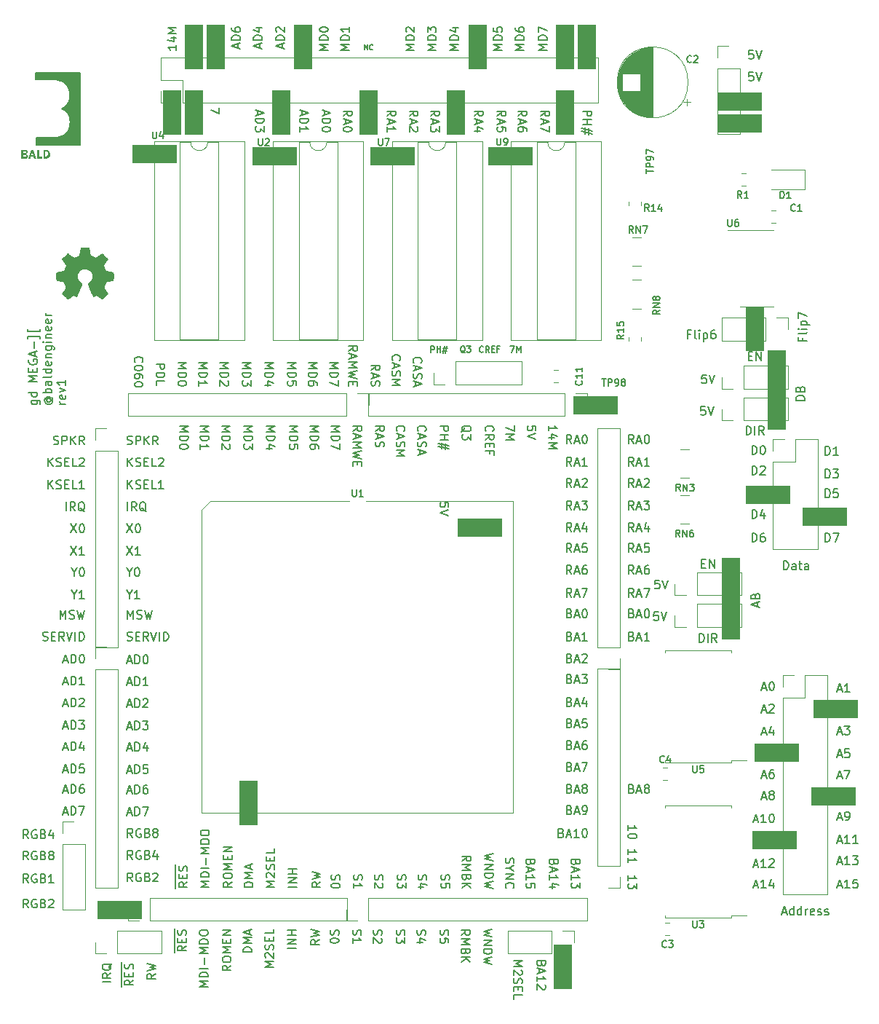
<source format=gbr>
%TF.GenerationSoftware,KiCad,Pcbnew,(5.1.10)-1*%
%TF.CreationDate,2021-06-15T10:48:06-05:00*%
%TF.ProjectId,gd MegaII proto pcb,6764204d-6567-4614-9949-2070726f746f,rev?*%
%TF.SameCoordinates,Original*%
%TF.FileFunction,Legend,Top*%
%TF.FilePolarity,Positive*%
%FSLAX46Y46*%
G04 Gerber Fmt 4.6, Leading zero omitted, Abs format (unit mm)*
G04 Created by KiCad (PCBNEW (5.1.10)-1) date 2021-06-15 10:48:06*
%MOMM*%
%LPD*%
G01*
G04 APERTURE LIST*
%ADD10C,0.150000*%
%ADD11C,0.100000*%
%ADD12C,0.175000*%
%ADD13C,0.134262*%
%ADD14C,0.010000*%
%ADD15C,0.120000*%
G04 APERTURE END LIST*
D10*
X91607714Y-76705833D02*
X92417238Y-76705833D01*
X92512476Y-76753452D01*
X92560095Y-76801071D01*
X92607714Y-76896309D01*
X92607714Y-77039166D01*
X92560095Y-77134404D01*
X92226761Y-76705833D02*
X92274380Y-76801071D01*
X92274380Y-76991547D01*
X92226761Y-77086785D01*
X92179142Y-77134404D01*
X92083904Y-77182023D01*
X91798190Y-77182023D01*
X91702952Y-77134404D01*
X91655333Y-77086785D01*
X91607714Y-76991547D01*
X91607714Y-76801071D01*
X91655333Y-76705833D01*
X92274380Y-75801071D02*
X91274380Y-75801071D01*
X92226761Y-75801071D02*
X92274380Y-75896309D01*
X92274380Y-76086785D01*
X92226761Y-76182023D01*
X92179142Y-76229642D01*
X92083904Y-76277261D01*
X91798190Y-76277261D01*
X91702952Y-76229642D01*
X91655333Y-76182023D01*
X91607714Y-76086785D01*
X91607714Y-75896309D01*
X91655333Y-75801071D01*
X92274380Y-74562976D02*
X91274380Y-74562976D01*
X91988666Y-74229642D01*
X91274380Y-73896309D01*
X92274380Y-73896309D01*
X91750571Y-73420119D02*
X91750571Y-73086785D01*
X92274380Y-72943928D02*
X92274380Y-73420119D01*
X91274380Y-73420119D01*
X91274380Y-72943928D01*
X91322000Y-71991547D02*
X91274380Y-72086785D01*
X91274380Y-72229642D01*
X91322000Y-72372500D01*
X91417238Y-72467738D01*
X91512476Y-72515357D01*
X91702952Y-72562976D01*
X91845809Y-72562976D01*
X92036285Y-72515357D01*
X92131523Y-72467738D01*
X92226761Y-72372500D01*
X92274380Y-72229642D01*
X92274380Y-72134404D01*
X92226761Y-71991547D01*
X92179142Y-71943928D01*
X91845809Y-71943928D01*
X91845809Y-72134404D01*
X91988666Y-71562976D02*
X91988666Y-71086785D01*
X92274380Y-71658214D02*
X91274380Y-71324880D01*
X92274380Y-70991547D01*
X91893428Y-70658214D02*
X91893428Y-69896309D01*
X92607714Y-69515357D02*
X92607714Y-69277261D01*
X91179142Y-69277261D01*
X91179142Y-69515357D01*
X92607714Y-68467738D02*
X92607714Y-68705833D01*
X91179142Y-68705833D01*
X91179142Y-68467738D01*
X93448190Y-76515357D02*
X93400571Y-76562976D01*
X93352952Y-76658214D01*
X93352952Y-76753452D01*
X93400571Y-76848690D01*
X93448190Y-76896309D01*
X93543428Y-76943928D01*
X93638666Y-76943928D01*
X93733904Y-76896309D01*
X93781523Y-76848690D01*
X93829142Y-76753452D01*
X93829142Y-76658214D01*
X93781523Y-76562976D01*
X93733904Y-76515357D01*
X93352952Y-76515357D02*
X93733904Y-76515357D01*
X93781523Y-76467738D01*
X93781523Y-76420119D01*
X93733904Y-76324880D01*
X93638666Y-76277261D01*
X93400571Y-76277261D01*
X93257714Y-76372500D01*
X93162476Y-76515357D01*
X93114857Y-76705833D01*
X93162476Y-76896309D01*
X93257714Y-77039166D01*
X93400571Y-77134404D01*
X93591047Y-77182023D01*
X93781523Y-77134404D01*
X93924380Y-77039166D01*
X94019619Y-76896309D01*
X94067238Y-76705833D01*
X94019619Y-76515357D01*
X93924380Y-76372500D01*
X93924380Y-75848690D02*
X92924380Y-75848690D01*
X93305333Y-75848690D02*
X93257714Y-75753452D01*
X93257714Y-75562976D01*
X93305333Y-75467738D01*
X93352952Y-75420119D01*
X93448190Y-75372500D01*
X93733904Y-75372500D01*
X93829142Y-75420119D01*
X93876761Y-75467738D01*
X93924380Y-75562976D01*
X93924380Y-75753452D01*
X93876761Y-75848690D01*
X93924380Y-74515357D02*
X93400571Y-74515357D01*
X93305333Y-74562976D01*
X93257714Y-74658214D01*
X93257714Y-74848690D01*
X93305333Y-74943928D01*
X93876761Y-74515357D02*
X93924380Y-74610595D01*
X93924380Y-74848690D01*
X93876761Y-74943928D01*
X93781523Y-74991547D01*
X93686285Y-74991547D01*
X93591047Y-74943928D01*
X93543428Y-74848690D01*
X93543428Y-74610595D01*
X93495809Y-74515357D01*
X93924380Y-73896309D02*
X93876761Y-73991547D01*
X93781523Y-74039166D01*
X92924380Y-74039166D01*
X93924380Y-73086785D02*
X92924380Y-73086785D01*
X93876761Y-73086785D02*
X93924380Y-73182023D01*
X93924380Y-73372500D01*
X93876761Y-73467738D01*
X93829142Y-73515357D01*
X93733904Y-73562976D01*
X93448190Y-73562976D01*
X93352952Y-73515357D01*
X93305333Y-73467738D01*
X93257714Y-73372500D01*
X93257714Y-73182023D01*
X93305333Y-73086785D01*
X93876761Y-72229642D02*
X93924380Y-72324880D01*
X93924380Y-72515357D01*
X93876761Y-72610595D01*
X93781523Y-72658214D01*
X93400571Y-72658214D01*
X93305333Y-72610595D01*
X93257714Y-72515357D01*
X93257714Y-72324880D01*
X93305333Y-72229642D01*
X93400571Y-72182023D01*
X93495809Y-72182023D01*
X93591047Y-72658214D01*
X93257714Y-71753452D02*
X93924380Y-71753452D01*
X93352952Y-71753452D02*
X93305333Y-71705833D01*
X93257714Y-71610595D01*
X93257714Y-71467738D01*
X93305333Y-71372500D01*
X93400571Y-71324880D01*
X93924380Y-71324880D01*
X93257714Y-70420119D02*
X94067238Y-70420119D01*
X94162476Y-70467738D01*
X94210095Y-70515357D01*
X94257714Y-70610595D01*
X94257714Y-70753452D01*
X94210095Y-70848690D01*
X93876761Y-70420119D02*
X93924380Y-70515357D01*
X93924380Y-70705833D01*
X93876761Y-70801071D01*
X93829142Y-70848690D01*
X93733904Y-70896309D01*
X93448190Y-70896309D01*
X93352952Y-70848690D01*
X93305333Y-70801071D01*
X93257714Y-70705833D01*
X93257714Y-70515357D01*
X93305333Y-70420119D01*
X93924380Y-69943928D02*
X93257714Y-69943928D01*
X92924380Y-69943928D02*
X92972000Y-69991547D01*
X93019619Y-69943928D01*
X92972000Y-69896309D01*
X92924380Y-69943928D01*
X93019619Y-69943928D01*
X93257714Y-69467738D02*
X93924380Y-69467738D01*
X93352952Y-69467738D02*
X93305333Y-69420119D01*
X93257714Y-69324880D01*
X93257714Y-69182023D01*
X93305333Y-69086785D01*
X93400571Y-69039166D01*
X93924380Y-69039166D01*
X93876761Y-68182023D02*
X93924380Y-68277261D01*
X93924380Y-68467738D01*
X93876761Y-68562976D01*
X93781523Y-68610595D01*
X93400571Y-68610595D01*
X93305333Y-68562976D01*
X93257714Y-68467738D01*
X93257714Y-68277261D01*
X93305333Y-68182023D01*
X93400571Y-68134404D01*
X93495809Y-68134404D01*
X93591047Y-68610595D01*
X93876761Y-67324880D02*
X93924380Y-67420119D01*
X93924380Y-67610595D01*
X93876761Y-67705833D01*
X93781523Y-67753452D01*
X93400571Y-67753452D01*
X93305333Y-67705833D01*
X93257714Y-67610595D01*
X93257714Y-67420119D01*
X93305333Y-67324880D01*
X93400571Y-67277261D01*
X93495809Y-67277261D01*
X93591047Y-67753452D01*
X93924380Y-66848690D02*
X93257714Y-66848690D01*
X93448190Y-66848690D02*
X93352952Y-66801071D01*
X93305333Y-66753452D01*
X93257714Y-66658214D01*
X93257714Y-66562976D01*
X95574380Y-77134404D02*
X94907714Y-77134404D01*
X95098190Y-77134404D02*
X95002952Y-77086785D01*
X94955333Y-77039166D01*
X94907714Y-76943928D01*
X94907714Y-76848690D01*
X95526761Y-76134404D02*
X95574380Y-76229642D01*
X95574380Y-76420119D01*
X95526761Y-76515357D01*
X95431523Y-76562976D01*
X95050571Y-76562976D01*
X94955333Y-76515357D01*
X94907714Y-76420119D01*
X94907714Y-76229642D01*
X94955333Y-76134404D01*
X95050571Y-76086785D01*
X95145809Y-76086785D01*
X95241047Y-76562976D01*
X94907714Y-75753452D02*
X95574380Y-75515357D01*
X94907714Y-75277261D01*
X95574380Y-74372500D02*
X95574380Y-74943928D01*
X95574380Y-74658214D02*
X94574380Y-74658214D01*
X94717238Y-74753452D01*
X94812476Y-74848690D01*
X94860095Y-74943928D01*
X140120619Y-89082666D02*
X140120619Y-88606476D01*
X139644428Y-88558857D01*
X139692047Y-88606476D01*
X139739666Y-88701714D01*
X139739666Y-88939809D01*
X139692047Y-89035047D01*
X139644428Y-89082666D01*
X139549190Y-89130285D01*
X139311095Y-89130285D01*
X139215857Y-89082666D01*
X139168238Y-89035047D01*
X139120619Y-88939809D01*
X139120619Y-88701714D01*
X139168238Y-88606476D01*
X139215857Y-88558857D01*
X140120619Y-89416000D02*
X139120619Y-89749333D01*
X140120619Y-90082666D01*
D11*
G36*
X146304000Y-92456000D02*
G01*
X141224000Y-92456000D01*
X141224000Y-90424000D01*
X146304000Y-90424000D01*
X146304000Y-92456000D01*
G37*
X146304000Y-92456000D02*
X141224000Y-92456000D01*
X141224000Y-90424000D01*
X146304000Y-90424000D01*
X146304000Y-92456000D01*
G36*
X117856000Y-125984000D02*
G01*
X115824000Y-125984000D01*
X115824000Y-120904000D01*
X117856000Y-120904000D01*
X117856000Y-125984000D01*
G37*
X117856000Y-125984000D02*
X115824000Y-125984000D01*
X115824000Y-120904000D01*
X117856000Y-120904000D01*
X117856000Y-125984000D01*
G36*
X176784000Y-70866000D02*
G01*
X174752000Y-70866000D01*
X174752000Y-65786000D01*
X176784000Y-65786000D01*
X176784000Y-70866000D01*
G37*
X176784000Y-70866000D02*
X174752000Y-70866000D01*
X174752000Y-65786000D01*
X176784000Y-65786000D01*
X176784000Y-70866000D01*
G36*
X173990000Y-104394000D02*
G01*
X171958000Y-104394000D01*
X171958000Y-99314000D01*
X173990000Y-99314000D01*
X173990000Y-104394000D01*
G37*
X173990000Y-104394000D02*
X171958000Y-104394000D01*
X171958000Y-99314000D01*
X173990000Y-99314000D01*
X173990000Y-104394000D01*
G36*
X173990000Y-100076000D02*
G01*
X171958000Y-100076000D01*
X171958000Y-94996000D01*
X173990000Y-94996000D01*
X173990000Y-100076000D01*
G37*
X173990000Y-100076000D02*
X171958000Y-100076000D01*
X171958000Y-94996000D01*
X173990000Y-94996000D01*
X173990000Y-100076000D01*
G36*
X179324000Y-80010000D02*
G01*
X177292000Y-80010000D01*
X177292000Y-74930000D01*
X179324000Y-74930000D01*
X179324000Y-80010000D01*
G37*
X179324000Y-80010000D02*
X177292000Y-80010000D01*
X177292000Y-74930000D01*
X179324000Y-74930000D01*
X179324000Y-80010000D01*
G36*
X179324000Y-75946000D02*
G01*
X177292000Y-75946000D01*
X177292000Y-70866000D01*
X179324000Y-70866000D01*
X179324000Y-75946000D01*
G37*
X179324000Y-75946000D02*
X177292000Y-75946000D01*
X177292000Y-70866000D01*
X179324000Y-70866000D01*
X179324000Y-75946000D01*
G36*
X179832000Y-88646000D02*
G01*
X174752000Y-88646000D01*
X174752000Y-86614000D01*
X179832000Y-86614000D01*
X179832000Y-88646000D01*
G37*
X179832000Y-88646000D02*
X174752000Y-88646000D01*
X174752000Y-86614000D01*
X179832000Y-86614000D01*
X179832000Y-88646000D01*
G36*
X186436000Y-91186000D02*
G01*
X181356000Y-91186000D01*
X181356000Y-89154000D01*
X186436000Y-89154000D01*
X186436000Y-91186000D01*
G37*
X186436000Y-91186000D02*
X181356000Y-91186000D01*
X181356000Y-89154000D01*
X186436000Y-89154000D01*
X186436000Y-91186000D01*
G36*
X187706000Y-113538000D02*
G01*
X182626000Y-113538000D01*
X182626000Y-111506000D01*
X187706000Y-111506000D01*
X187706000Y-113538000D01*
G37*
X187706000Y-113538000D02*
X182626000Y-113538000D01*
X182626000Y-111506000D01*
X187706000Y-111506000D01*
X187706000Y-113538000D01*
G36*
X180848000Y-118618000D02*
G01*
X175768000Y-118618000D01*
X175768000Y-116586000D01*
X180848000Y-116586000D01*
X180848000Y-118618000D01*
G37*
X180848000Y-118618000D02*
X175768000Y-118618000D01*
X175768000Y-116586000D01*
X180848000Y-116586000D01*
X180848000Y-118618000D01*
G36*
X187452000Y-123698000D02*
G01*
X182372000Y-123698000D01*
X182372000Y-121666000D01*
X187452000Y-121666000D01*
X187452000Y-123698000D01*
G37*
X187452000Y-123698000D02*
X182372000Y-123698000D01*
X182372000Y-121666000D01*
X187452000Y-121666000D01*
X187452000Y-123698000D01*
G36*
X180594000Y-128778000D02*
G01*
X175514000Y-128778000D01*
X175514000Y-126746000D01*
X180594000Y-126746000D01*
X180594000Y-128778000D01*
G37*
X180594000Y-128778000D02*
X175514000Y-128778000D01*
X175514000Y-126746000D01*
X180594000Y-126746000D01*
X180594000Y-128778000D01*
D10*
X106100619Y-72493333D02*
X107100619Y-72493333D01*
X107100619Y-72874285D01*
X107053000Y-72969523D01*
X107005380Y-73017142D01*
X106910142Y-73064761D01*
X106767285Y-73064761D01*
X106672047Y-73017142D01*
X106624428Y-72969523D01*
X106576809Y-72874285D01*
X106576809Y-72493333D01*
X106100619Y-73493333D02*
X107100619Y-73493333D01*
X107100619Y-73731428D01*
X107053000Y-73874285D01*
X106957761Y-73969523D01*
X106862523Y-74017142D01*
X106672047Y-74064761D01*
X106529190Y-74064761D01*
X106338714Y-74017142D01*
X106243476Y-73969523D01*
X106148238Y-73874285D01*
X106100619Y-73731428D01*
X106100619Y-73493333D01*
X106100619Y-74969523D02*
X106100619Y-74493333D01*
X107100619Y-74493333D01*
X103655857Y-72286952D02*
X103608238Y-72239333D01*
X103560619Y-72096476D01*
X103560619Y-72001238D01*
X103608238Y-71858380D01*
X103703476Y-71763142D01*
X103798714Y-71715523D01*
X103989190Y-71667904D01*
X104132047Y-71667904D01*
X104322523Y-71715523D01*
X104417761Y-71763142D01*
X104513000Y-71858380D01*
X104560619Y-72001238D01*
X104560619Y-72096476D01*
X104513000Y-72239333D01*
X104465380Y-72286952D01*
X104560619Y-72906000D02*
X104560619Y-73001238D01*
X104513000Y-73096476D01*
X104465380Y-73144095D01*
X104370142Y-73191714D01*
X104179666Y-73239333D01*
X103941571Y-73239333D01*
X103751095Y-73191714D01*
X103655857Y-73144095D01*
X103608238Y-73096476D01*
X103560619Y-73001238D01*
X103560619Y-72906000D01*
X103608238Y-72810761D01*
X103655857Y-72763142D01*
X103751095Y-72715523D01*
X103941571Y-72667904D01*
X104179666Y-72667904D01*
X104370142Y-72715523D01*
X104465380Y-72763142D01*
X104513000Y-72810761D01*
X104560619Y-72906000D01*
X104560619Y-74096476D02*
X104560619Y-73906000D01*
X104513000Y-73810761D01*
X104465380Y-73763142D01*
X104322523Y-73667904D01*
X104132047Y-73620285D01*
X103751095Y-73620285D01*
X103655857Y-73667904D01*
X103608238Y-73715523D01*
X103560619Y-73810761D01*
X103560619Y-74001238D01*
X103608238Y-74096476D01*
X103655857Y-74144095D01*
X103751095Y-74191714D01*
X103989190Y-74191714D01*
X104084428Y-74144095D01*
X104132047Y-74096476D01*
X104179666Y-74001238D01*
X104179666Y-73810761D01*
X104132047Y-73715523D01*
X104084428Y-73667904D01*
X103989190Y-73620285D01*
X104560619Y-74810761D02*
X104560619Y-74906000D01*
X104513000Y-75001238D01*
X104465380Y-75048857D01*
X104370142Y-75096476D01*
X104179666Y-75144095D01*
X103941571Y-75144095D01*
X103751095Y-75096476D01*
X103655857Y-75048857D01*
X103608238Y-75001238D01*
X103560619Y-74906000D01*
X103560619Y-74810761D01*
X103608238Y-74715523D01*
X103655857Y-74667904D01*
X103751095Y-74620285D01*
X103941571Y-74572666D01*
X104179666Y-74572666D01*
X104370142Y-74620285D01*
X104465380Y-74667904D01*
X104513000Y-74715523D01*
X104560619Y-74810761D01*
D11*
G36*
X104394000Y-136906000D02*
G01*
X99314000Y-136906000D01*
X99314000Y-134874000D01*
X104394000Y-134874000D01*
X104394000Y-136906000D01*
G37*
X104394000Y-136906000D02*
X99314000Y-136906000D01*
X99314000Y-134874000D01*
X104394000Y-134874000D01*
X104394000Y-136906000D01*
G36*
X154432000Y-145034000D02*
G01*
X152400000Y-145034000D01*
X152400000Y-139954000D01*
X154432000Y-139954000D01*
X154432000Y-145034000D01*
G37*
X154432000Y-145034000D02*
X152400000Y-145034000D01*
X152400000Y-139954000D01*
X154432000Y-139954000D01*
X154432000Y-145034000D01*
G36*
X159766000Y-78232000D02*
G01*
X154686000Y-78232000D01*
X154686000Y-76200000D01*
X159766000Y-76200000D01*
X159766000Y-78232000D01*
G37*
X159766000Y-78232000D02*
X154686000Y-78232000D01*
X154686000Y-76200000D01*
X159766000Y-76200000D01*
X159766000Y-78232000D01*
G36*
X149860000Y-49276000D02*
G01*
X144780000Y-49276000D01*
X144780000Y-47244000D01*
X149860000Y-47244000D01*
X149860000Y-49276000D01*
G37*
X149860000Y-49276000D02*
X144780000Y-49276000D01*
X144780000Y-47244000D01*
X149860000Y-47244000D01*
X149860000Y-49276000D01*
G36*
X136144000Y-49276000D02*
G01*
X131064000Y-49276000D01*
X131064000Y-47244000D01*
X136144000Y-47244000D01*
X136144000Y-49276000D01*
G37*
X136144000Y-49276000D02*
X131064000Y-49276000D01*
X131064000Y-47244000D01*
X136144000Y-47244000D01*
X136144000Y-49276000D01*
G36*
X122428000Y-49276000D02*
G01*
X117348000Y-49276000D01*
X117348000Y-47244000D01*
X122428000Y-47244000D01*
X122428000Y-49276000D01*
G37*
X122428000Y-49276000D02*
X117348000Y-49276000D01*
X117348000Y-47244000D01*
X122428000Y-47244000D01*
X122428000Y-49276000D01*
G36*
X108458000Y-49022000D02*
G01*
X103378000Y-49022000D01*
X103378000Y-46990000D01*
X108458000Y-46990000D01*
X108458000Y-49022000D01*
G37*
X108458000Y-49022000D02*
X103378000Y-49022000D01*
X103378000Y-46990000D01*
X108458000Y-46990000D01*
X108458000Y-49022000D01*
G36*
X108966000Y-45720000D02*
G01*
X106934000Y-45720000D01*
X106934000Y-40640000D01*
X108966000Y-40640000D01*
X108966000Y-45720000D01*
G37*
X108966000Y-45720000D02*
X106934000Y-45720000D01*
X106934000Y-40640000D01*
X108966000Y-40640000D01*
X108966000Y-45720000D01*
G36*
X111506000Y-45720000D02*
G01*
X109474000Y-45720000D01*
X109474000Y-40640000D01*
X111506000Y-40640000D01*
X111506000Y-45720000D01*
G37*
X111506000Y-45720000D02*
X109474000Y-45720000D01*
X109474000Y-40640000D01*
X111506000Y-40640000D01*
X111506000Y-45720000D01*
G36*
X114046000Y-38100000D02*
G01*
X112014000Y-38100000D01*
X112014000Y-33020000D01*
X114046000Y-33020000D01*
X114046000Y-38100000D01*
G37*
X114046000Y-38100000D02*
X112014000Y-38100000D01*
X112014000Y-33020000D01*
X114046000Y-33020000D01*
X114046000Y-38100000D01*
G36*
X111506000Y-38100000D02*
G01*
X109474000Y-38100000D01*
X109474000Y-33020000D01*
X111506000Y-33020000D01*
X111506000Y-38100000D01*
G37*
X111506000Y-38100000D02*
X109474000Y-38100000D01*
X109474000Y-33020000D01*
X111506000Y-33020000D01*
X111506000Y-38100000D01*
G36*
X124206000Y-38100000D02*
G01*
X122174000Y-38100000D01*
X122174000Y-33020000D01*
X124206000Y-33020000D01*
X124206000Y-38100000D01*
G37*
X124206000Y-38100000D02*
X122174000Y-38100000D01*
X122174000Y-33020000D01*
X124206000Y-33020000D01*
X124206000Y-38100000D01*
G36*
X121666000Y-45720000D02*
G01*
X119634000Y-45720000D01*
X119634000Y-40640000D01*
X121666000Y-40640000D01*
X121666000Y-45720000D01*
G37*
X121666000Y-45720000D02*
X119634000Y-45720000D01*
X119634000Y-40640000D01*
X121666000Y-40640000D01*
X121666000Y-45720000D01*
G36*
X131826000Y-45720000D02*
G01*
X129794000Y-45720000D01*
X129794000Y-40640000D01*
X131826000Y-40640000D01*
X131826000Y-45720000D01*
G37*
X131826000Y-45720000D02*
X129794000Y-45720000D01*
X129794000Y-40640000D01*
X131826000Y-40640000D01*
X131826000Y-45720000D01*
G36*
X144526000Y-38100000D02*
G01*
X142494000Y-38100000D01*
X142494000Y-33020000D01*
X144526000Y-33020000D01*
X144526000Y-38100000D01*
G37*
X144526000Y-38100000D02*
X142494000Y-38100000D01*
X142494000Y-33020000D01*
X144526000Y-33020000D01*
X144526000Y-38100000D01*
G36*
X141986000Y-45720000D02*
G01*
X139954000Y-45720000D01*
X139954000Y-40640000D01*
X141986000Y-40640000D01*
X141986000Y-45720000D01*
G37*
X141986000Y-45720000D02*
X139954000Y-45720000D01*
X139954000Y-40640000D01*
X141986000Y-40640000D01*
X141986000Y-45720000D01*
G36*
X154686000Y-45720000D02*
G01*
X152654000Y-45720000D01*
X152654000Y-40640000D01*
X154686000Y-40640000D01*
X154686000Y-45720000D01*
G37*
X154686000Y-45720000D02*
X152654000Y-45720000D01*
X152654000Y-40640000D01*
X154686000Y-40640000D01*
X154686000Y-45720000D01*
G36*
X157226000Y-38100000D02*
G01*
X155194000Y-38100000D01*
X155194000Y-33020000D01*
X157226000Y-33020000D01*
X157226000Y-38100000D01*
G37*
X157226000Y-38100000D02*
X155194000Y-38100000D01*
X155194000Y-33020000D01*
X157226000Y-33020000D01*
X157226000Y-38100000D01*
G36*
X154686000Y-38100000D02*
G01*
X152654000Y-38100000D01*
X152654000Y-33020000D01*
X154686000Y-33020000D01*
X154686000Y-38100000D01*
G37*
X154686000Y-38100000D02*
X152654000Y-38100000D01*
X152654000Y-33020000D01*
X154686000Y-33020000D01*
X154686000Y-38100000D01*
G36*
X176530000Y-45466000D02*
G01*
X171450000Y-45466000D01*
X171450000Y-43434000D01*
X176530000Y-43434000D01*
X176530000Y-45466000D01*
G37*
X176530000Y-45466000D02*
X171450000Y-45466000D01*
X171450000Y-43434000D01*
X176530000Y-43434000D01*
X176530000Y-45466000D01*
G36*
X176530000Y-42926000D02*
G01*
X171450000Y-42926000D01*
X171450000Y-40894000D01*
X176530000Y-40894000D01*
X176530000Y-42926000D01*
G37*
X176530000Y-42926000D02*
X171450000Y-42926000D01*
X171450000Y-40894000D01*
X176530000Y-40894000D01*
X176530000Y-42926000D01*
D10*
X131119619Y-73207618D02*
X131595809Y-72874285D01*
X131119619Y-72636190D02*
X132119619Y-72636190D01*
X132119619Y-73017142D01*
X132072000Y-73112380D01*
X132024380Y-73159999D01*
X131929142Y-73207618D01*
X131786285Y-73207618D01*
X131691047Y-73159999D01*
X131643428Y-73112380D01*
X131595809Y-73017142D01*
X131595809Y-72636190D01*
X131405333Y-73588571D02*
X131405333Y-74064761D01*
X131119619Y-73493333D02*
X132119619Y-73826666D01*
X131119619Y-74159999D01*
X131167238Y-74445714D02*
X131119619Y-74588571D01*
X131119619Y-74826666D01*
X131167238Y-74921904D01*
X131214857Y-74969523D01*
X131310095Y-75017142D01*
X131405333Y-75017142D01*
X131500571Y-74969523D01*
X131548190Y-74921904D01*
X131595809Y-74826666D01*
X131643428Y-74636190D01*
X131691047Y-74540952D01*
X131738666Y-74493333D01*
X131833904Y-74445714D01*
X131929142Y-74445714D01*
X132024380Y-74493333D01*
X132072000Y-74540952D01*
X132119619Y-74636190D01*
X132119619Y-74874285D01*
X132072000Y-75017142D01*
X133627857Y-72064761D02*
X133580238Y-72017142D01*
X133532619Y-71874285D01*
X133532619Y-71779047D01*
X133580238Y-71636189D01*
X133675476Y-71540951D01*
X133770714Y-71493332D01*
X133961190Y-71445713D01*
X134104047Y-71445713D01*
X134294523Y-71493332D01*
X134389761Y-71540951D01*
X134485000Y-71636189D01*
X134532619Y-71779047D01*
X134532619Y-71874285D01*
X134485000Y-72017142D01*
X134437380Y-72064761D01*
X133818333Y-72445713D02*
X133818333Y-72921904D01*
X133532619Y-72350475D02*
X134532619Y-72683808D01*
X133532619Y-73017142D01*
X133580238Y-73302856D02*
X133532619Y-73445713D01*
X133532619Y-73683808D01*
X133580238Y-73779047D01*
X133627857Y-73826666D01*
X133723095Y-73874285D01*
X133818333Y-73874285D01*
X133913571Y-73826666D01*
X133961190Y-73779047D01*
X134008809Y-73683808D01*
X134056428Y-73493332D01*
X134104047Y-73398094D01*
X134151666Y-73350475D01*
X134246904Y-73302856D01*
X134342142Y-73302856D01*
X134437380Y-73350475D01*
X134485000Y-73398094D01*
X134532619Y-73493332D01*
X134532619Y-73731428D01*
X134485000Y-73874285D01*
X133532619Y-74302856D02*
X134532619Y-74302856D01*
X133818333Y-74636189D01*
X134532619Y-74969523D01*
X133532619Y-74969523D01*
X136104357Y-72350475D02*
X136056738Y-72302856D01*
X136009119Y-72159999D01*
X136009119Y-72064761D01*
X136056738Y-71921904D01*
X136151976Y-71826665D01*
X136247214Y-71779046D01*
X136437690Y-71731427D01*
X136580547Y-71731427D01*
X136771023Y-71779046D01*
X136866261Y-71826665D01*
X136961500Y-71921904D01*
X137009119Y-72064761D01*
X137009119Y-72159999D01*
X136961500Y-72302856D01*
X136913880Y-72350475D01*
X136294833Y-72731427D02*
X136294833Y-73207618D01*
X136009119Y-72636189D02*
X137009119Y-72969523D01*
X136009119Y-73302856D01*
X136056738Y-73588570D02*
X136009119Y-73731427D01*
X136009119Y-73969523D01*
X136056738Y-74064761D01*
X136104357Y-74112380D01*
X136199595Y-74159999D01*
X136294833Y-74159999D01*
X136390071Y-74112380D01*
X136437690Y-74064761D01*
X136485309Y-73969523D01*
X136532928Y-73779046D01*
X136580547Y-73683808D01*
X136628166Y-73636189D01*
X136723404Y-73588570D01*
X136818642Y-73588570D01*
X136913880Y-73636189D01*
X136961500Y-73683808D01*
X137009119Y-73779046D01*
X137009119Y-74017142D01*
X136961500Y-74159999D01*
X136294833Y-74540951D02*
X136294833Y-75017142D01*
X136009119Y-74445713D02*
X137009119Y-74779046D01*
X136009119Y-75112380D01*
X128516119Y-70969523D02*
X128992309Y-70636189D01*
X128516119Y-70398094D02*
X129516119Y-70398094D01*
X129516119Y-70779047D01*
X129468500Y-70874285D01*
X129420880Y-70921904D01*
X129325642Y-70969523D01*
X129182785Y-70969523D01*
X129087547Y-70921904D01*
X129039928Y-70874285D01*
X128992309Y-70779047D01*
X128992309Y-70398094D01*
X128801833Y-71350475D02*
X128801833Y-71826666D01*
X128516119Y-71255237D02*
X129516119Y-71588570D01*
X128516119Y-71921904D01*
X128516119Y-72255237D02*
X129516119Y-72255237D01*
X128801833Y-72588570D01*
X129516119Y-72921904D01*
X128516119Y-72921904D01*
X129516119Y-73302856D02*
X128516119Y-73540951D01*
X129230404Y-73731428D01*
X128516119Y-73921904D01*
X129516119Y-74159999D01*
X129039928Y-74540951D02*
X129039928Y-74874285D01*
X128516119Y-75017142D02*
X128516119Y-74540951D01*
X129516119Y-74540951D01*
X129516119Y-75017142D01*
X161028119Y-126706451D02*
X161028119Y-126135023D01*
X161028119Y-126420737D02*
X162028119Y-126420737D01*
X161885261Y-126325499D01*
X161790023Y-126230261D01*
X161742404Y-126135023D01*
X162028119Y-127325499D02*
X162028119Y-127420737D01*
X161980500Y-127515975D01*
X161932880Y-127563594D01*
X161837642Y-127611213D01*
X161647166Y-127658832D01*
X161409071Y-127658832D01*
X161218595Y-127611213D01*
X161123357Y-127563594D01*
X161075738Y-127515975D01*
X161028119Y-127420737D01*
X161028119Y-127325499D01*
X161075738Y-127230261D01*
X161123357Y-127182642D01*
X161218595Y-127135023D01*
X161409071Y-127087404D01*
X161647166Y-127087404D01*
X161837642Y-127135023D01*
X161932880Y-127182642D01*
X161980500Y-127230261D01*
X162028119Y-127325499D01*
X161028119Y-129500451D02*
X161028119Y-128929023D01*
X161028119Y-129214737D02*
X162028119Y-129214737D01*
X161885261Y-129119499D01*
X161790023Y-129024261D01*
X161742404Y-128929023D01*
X161028119Y-130452832D02*
X161028119Y-129881404D01*
X161028119Y-130167118D02*
X162028119Y-130167118D01*
X161885261Y-130071880D01*
X161790023Y-129976642D01*
X161742404Y-129881404D01*
X161028119Y-132548451D02*
X161028119Y-131977023D01*
X161028119Y-132262737D02*
X162028119Y-132262737D01*
X161885261Y-132167499D01*
X161790023Y-132072261D01*
X161742404Y-131977023D01*
X162028119Y-132881785D02*
X162028119Y-133500832D01*
X161647166Y-133167499D01*
X161647166Y-133310356D01*
X161599547Y-133405594D01*
X161551928Y-133453213D01*
X161456690Y-133500832D01*
X161218595Y-133500832D01*
X161123357Y-133453213D01*
X161075738Y-133405594D01*
X161028119Y-133310356D01*
X161028119Y-133024642D01*
X161075738Y-132929404D01*
X161123357Y-132881785D01*
X185372404Y-133135666D02*
X185848595Y-133135666D01*
X185277166Y-133421380D02*
X185610500Y-132421380D01*
X185943833Y-133421380D01*
X186800976Y-133421380D02*
X186229547Y-133421380D01*
X186515261Y-133421380D02*
X186515261Y-132421380D01*
X186420023Y-132564238D01*
X186324785Y-132659476D01*
X186229547Y-132707095D01*
X187705738Y-132421380D02*
X187229547Y-132421380D01*
X187181928Y-132897571D01*
X187229547Y-132849952D01*
X187324785Y-132802333D01*
X187562881Y-132802333D01*
X187658119Y-132849952D01*
X187705738Y-132897571D01*
X187753357Y-132992809D01*
X187753357Y-133230904D01*
X187705738Y-133326142D01*
X187658119Y-133373761D01*
X187562881Y-133421380D01*
X187324785Y-133421380D01*
X187229547Y-133373761D01*
X187181928Y-133326142D01*
X175625333Y-133135666D02*
X176101524Y-133135666D01*
X175530095Y-133421380D02*
X175863429Y-132421380D01*
X176196762Y-133421380D01*
X177053905Y-133421380D02*
X176482476Y-133421380D01*
X176768190Y-133421380D02*
X176768190Y-132421380D01*
X176672952Y-132564238D01*
X176577714Y-132659476D01*
X176482476Y-132707095D01*
X177911048Y-132754714D02*
X177911048Y-133421380D01*
X177672952Y-132373761D02*
X177434857Y-133088047D01*
X178053905Y-133088047D01*
X175625333Y-130722666D02*
X176101524Y-130722666D01*
X175530095Y-131008380D02*
X175863429Y-130008380D01*
X176196762Y-131008380D01*
X177053905Y-131008380D02*
X176482476Y-131008380D01*
X176768190Y-131008380D02*
X176768190Y-130008380D01*
X176672952Y-130151238D01*
X176577714Y-130246476D01*
X176482476Y-130294095D01*
X177434857Y-130103619D02*
X177482476Y-130056000D01*
X177577714Y-130008380D01*
X177815810Y-130008380D01*
X177911048Y-130056000D01*
X177958667Y-130103619D01*
X178006286Y-130198857D01*
X178006286Y-130294095D01*
X177958667Y-130436952D01*
X177387238Y-131008380D01*
X178006286Y-131008380D01*
X185372404Y-130405166D02*
X185848595Y-130405166D01*
X185277166Y-130690880D02*
X185610500Y-129690880D01*
X185943833Y-130690880D01*
X186800976Y-130690880D02*
X186229547Y-130690880D01*
X186515261Y-130690880D02*
X186515261Y-129690880D01*
X186420023Y-129833738D01*
X186324785Y-129928976D01*
X186229547Y-129976595D01*
X187134309Y-129690880D02*
X187753357Y-129690880D01*
X187420023Y-130071833D01*
X187562881Y-130071833D01*
X187658119Y-130119452D01*
X187705738Y-130167071D01*
X187753357Y-130262309D01*
X187753357Y-130500404D01*
X187705738Y-130595642D01*
X187658119Y-130643261D01*
X187562881Y-130690880D01*
X187277166Y-130690880D01*
X187181928Y-130643261D01*
X187134309Y-130595642D01*
X185372404Y-127928666D02*
X185848595Y-127928666D01*
X185277166Y-128214380D02*
X185610500Y-127214380D01*
X185943833Y-128214380D01*
X186800976Y-128214380D02*
X186229547Y-128214380D01*
X186515261Y-128214380D02*
X186515261Y-127214380D01*
X186420023Y-127357238D01*
X186324785Y-127452476D01*
X186229547Y-127500095D01*
X187753357Y-128214380D02*
X187181928Y-128214380D01*
X187467642Y-128214380D02*
X187467642Y-127214380D01*
X187372404Y-127357238D01*
X187277166Y-127452476D01*
X187181928Y-127500095D01*
X185372405Y-125261666D02*
X185848595Y-125261666D01*
X185277167Y-125547380D02*
X185610500Y-124547380D01*
X185943833Y-125547380D01*
X186324786Y-125547380D02*
X186515262Y-125547380D01*
X186610500Y-125499761D01*
X186658119Y-125452142D01*
X186753357Y-125309285D01*
X186800976Y-125118809D01*
X186800976Y-124737857D01*
X186753357Y-124642619D01*
X186705738Y-124595000D01*
X186610500Y-124547380D01*
X186420024Y-124547380D01*
X186324786Y-124595000D01*
X186277167Y-124642619D01*
X186229548Y-124737857D01*
X186229548Y-124975952D01*
X186277167Y-125071190D01*
X186324786Y-125118809D01*
X186420024Y-125166428D01*
X186610500Y-125166428D01*
X186705738Y-125118809D01*
X186753357Y-125071190D01*
X186800976Y-124975952D01*
X175625333Y-125515666D02*
X176101524Y-125515666D01*
X175530095Y-125801380D02*
X175863429Y-124801380D01*
X176196762Y-125801380D01*
X177053905Y-125801380D02*
X176482476Y-125801380D01*
X176768190Y-125801380D02*
X176768190Y-124801380D01*
X176672952Y-124944238D01*
X176577714Y-125039476D01*
X176482476Y-125087095D01*
X177672952Y-124801380D02*
X177768190Y-124801380D01*
X177863429Y-124849000D01*
X177911048Y-124896619D01*
X177958667Y-124991857D01*
X178006286Y-125182333D01*
X178006286Y-125420428D01*
X177958667Y-125610904D01*
X177911048Y-125706142D01*
X177863429Y-125753761D01*
X177768190Y-125801380D01*
X177672952Y-125801380D01*
X177577714Y-125753761D01*
X177530095Y-125706142D01*
X177482476Y-125610904D01*
X177434857Y-125420428D01*
X177434857Y-125182333D01*
X177482476Y-124991857D01*
X177530095Y-124896619D01*
X177577714Y-124849000D01*
X177672952Y-124801380D01*
X176577715Y-122848666D02*
X177053905Y-122848666D01*
X176482477Y-123134380D02*
X176815810Y-122134380D01*
X177149143Y-123134380D01*
X177625334Y-122562952D02*
X177530096Y-122515333D01*
X177482477Y-122467714D01*
X177434858Y-122372476D01*
X177434858Y-122324857D01*
X177482477Y-122229619D01*
X177530096Y-122182000D01*
X177625334Y-122134380D01*
X177815810Y-122134380D01*
X177911048Y-122182000D01*
X177958667Y-122229619D01*
X178006286Y-122324857D01*
X178006286Y-122372476D01*
X177958667Y-122467714D01*
X177911048Y-122515333D01*
X177815810Y-122562952D01*
X177625334Y-122562952D01*
X177530096Y-122610571D01*
X177482477Y-122658190D01*
X177434858Y-122753428D01*
X177434858Y-122943904D01*
X177482477Y-123039142D01*
X177530096Y-123086761D01*
X177625334Y-123134380D01*
X177815810Y-123134380D01*
X177911048Y-123086761D01*
X177958667Y-123039142D01*
X178006286Y-122943904D01*
X178006286Y-122753428D01*
X177958667Y-122658190D01*
X177911048Y-122610571D01*
X177815810Y-122562952D01*
X176577715Y-120372166D02*
X177053905Y-120372166D01*
X176482477Y-120657880D02*
X176815810Y-119657880D01*
X177149143Y-120657880D01*
X177911048Y-119657880D02*
X177720572Y-119657880D01*
X177625334Y-119705500D01*
X177577715Y-119753119D01*
X177482477Y-119895976D01*
X177434858Y-120086452D01*
X177434858Y-120467404D01*
X177482477Y-120562642D01*
X177530096Y-120610261D01*
X177625334Y-120657880D01*
X177815810Y-120657880D01*
X177911048Y-120610261D01*
X177958667Y-120562642D01*
X178006286Y-120467404D01*
X178006286Y-120229309D01*
X177958667Y-120134071D01*
X177911048Y-120086452D01*
X177815810Y-120038833D01*
X177625334Y-120038833D01*
X177530096Y-120086452D01*
X177482477Y-120134071D01*
X177434858Y-120229309D01*
X185372405Y-120435666D02*
X185848595Y-120435666D01*
X185277167Y-120721380D02*
X185610500Y-119721380D01*
X185943833Y-120721380D01*
X186181929Y-119721380D02*
X186848595Y-119721380D01*
X186420024Y-120721380D01*
X185372405Y-117959166D02*
X185848595Y-117959166D01*
X185277167Y-118244880D02*
X185610500Y-117244880D01*
X185943833Y-118244880D01*
X186753357Y-117244880D02*
X186277167Y-117244880D01*
X186229548Y-117721071D01*
X186277167Y-117673452D01*
X186372405Y-117625833D01*
X186610500Y-117625833D01*
X186705738Y-117673452D01*
X186753357Y-117721071D01*
X186800976Y-117816309D01*
X186800976Y-118054404D01*
X186753357Y-118149642D01*
X186705738Y-118197261D01*
X186610500Y-118244880D01*
X186372405Y-118244880D01*
X186277167Y-118197261D01*
X186229548Y-118149642D01*
X185372405Y-115292166D02*
X185848595Y-115292166D01*
X185277167Y-115577880D02*
X185610500Y-114577880D01*
X185943833Y-115577880D01*
X186181929Y-114577880D02*
X186800976Y-114577880D01*
X186467643Y-114958833D01*
X186610500Y-114958833D01*
X186705738Y-115006452D01*
X186753357Y-115054071D01*
X186800976Y-115149309D01*
X186800976Y-115387404D01*
X186753357Y-115482642D01*
X186705738Y-115530261D01*
X186610500Y-115577880D01*
X186324786Y-115577880D01*
X186229548Y-115530261D01*
X186181929Y-115482642D01*
X176577715Y-115355666D02*
X177053905Y-115355666D01*
X176482477Y-115641380D02*
X176815810Y-114641380D01*
X177149143Y-115641380D01*
X177911048Y-114974714D02*
X177911048Y-115641380D01*
X177672953Y-114593761D02*
X177434858Y-115308047D01*
X178053905Y-115308047D01*
X185372405Y-110339166D02*
X185848595Y-110339166D01*
X185277167Y-110624880D02*
X185610500Y-109624880D01*
X185943833Y-110624880D01*
X186800976Y-110624880D02*
X186229548Y-110624880D01*
X186515262Y-110624880D02*
X186515262Y-109624880D01*
X186420024Y-109767738D01*
X186324786Y-109862976D01*
X186229548Y-109910595D01*
X176577715Y-112752166D02*
X177053905Y-112752166D01*
X176482477Y-113037880D02*
X176815810Y-112037880D01*
X177149143Y-113037880D01*
X177434858Y-112133119D02*
X177482477Y-112085500D01*
X177577715Y-112037880D01*
X177815810Y-112037880D01*
X177911048Y-112085500D01*
X177958667Y-112133119D01*
X178006286Y-112228357D01*
X178006286Y-112323595D01*
X177958667Y-112466452D01*
X177387239Y-113037880D01*
X178006286Y-113037880D01*
X176577715Y-110148666D02*
X177053905Y-110148666D01*
X176482477Y-110434380D02*
X176815810Y-109434380D01*
X177149143Y-110434380D01*
X177672953Y-109434380D02*
X177768191Y-109434380D01*
X177863429Y-109482000D01*
X177911048Y-109529619D01*
X177958667Y-109624857D01*
X178006286Y-109815333D01*
X178006286Y-110053428D01*
X177958667Y-110243904D01*
X177911048Y-110339142D01*
X177863429Y-110386761D01*
X177768191Y-110434380D01*
X177672953Y-110434380D01*
X177577715Y-110386761D01*
X177530096Y-110339142D01*
X177482477Y-110243904D01*
X177434858Y-110053428D01*
X177434858Y-109815333D01*
X177482477Y-109624857D01*
X177530096Y-109529619D01*
X177577715Y-109482000D01*
X177672953Y-109434380D01*
X178951214Y-136247166D02*
X179427405Y-136247166D01*
X178855976Y-136532880D02*
X179189310Y-135532880D01*
X179522643Y-136532880D01*
X180284548Y-136532880D02*
X180284548Y-135532880D01*
X180284548Y-136485261D02*
X180189310Y-136532880D01*
X179998833Y-136532880D01*
X179903595Y-136485261D01*
X179855976Y-136437642D01*
X179808357Y-136342404D01*
X179808357Y-136056690D01*
X179855976Y-135961452D01*
X179903595Y-135913833D01*
X179998833Y-135866214D01*
X180189310Y-135866214D01*
X180284548Y-135913833D01*
X181189310Y-136532880D02*
X181189310Y-135532880D01*
X181189310Y-136485261D02*
X181094071Y-136532880D01*
X180903595Y-136532880D01*
X180808357Y-136485261D01*
X180760738Y-136437642D01*
X180713119Y-136342404D01*
X180713119Y-136056690D01*
X180760738Y-135961452D01*
X180808357Y-135913833D01*
X180903595Y-135866214D01*
X181094071Y-135866214D01*
X181189310Y-135913833D01*
X181665500Y-136532880D02*
X181665500Y-135866214D01*
X181665500Y-136056690D02*
X181713119Y-135961452D01*
X181760738Y-135913833D01*
X181855976Y-135866214D01*
X181951214Y-135866214D01*
X182665500Y-136485261D02*
X182570262Y-136532880D01*
X182379786Y-136532880D01*
X182284548Y-136485261D01*
X182236929Y-136390023D01*
X182236929Y-136009071D01*
X182284548Y-135913833D01*
X182379786Y-135866214D01*
X182570262Y-135866214D01*
X182665500Y-135913833D01*
X182713119Y-136009071D01*
X182713119Y-136104309D01*
X182236929Y-136199547D01*
X183094071Y-136485261D02*
X183189310Y-136532880D01*
X183379786Y-136532880D01*
X183475024Y-136485261D01*
X183522643Y-136390023D01*
X183522643Y-136342404D01*
X183475024Y-136247166D01*
X183379786Y-136199547D01*
X183236929Y-136199547D01*
X183141691Y-136151928D01*
X183094071Y-136056690D01*
X183094071Y-136009071D01*
X183141691Y-135913833D01*
X183236929Y-135866214D01*
X183379786Y-135866214D01*
X183475024Y-135913833D01*
X183903595Y-136485261D02*
X183998833Y-136532880D01*
X184189310Y-136532880D01*
X184284548Y-136485261D01*
X184332167Y-136390023D01*
X184332167Y-136342404D01*
X184284548Y-136247166D01*
X184189310Y-136199547D01*
X184046452Y-136199547D01*
X183951214Y-136151928D01*
X183903595Y-136056690D01*
X183903595Y-136009071D01*
X183951214Y-135913833D01*
X184046452Y-135866214D01*
X184189310Y-135866214D01*
X184284548Y-135913833D01*
X179109810Y-96400880D02*
X179109810Y-95400880D01*
X179347905Y-95400880D01*
X179490762Y-95448500D01*
X179586000Y-95543738D01*
X179633619Y-95638976D01*
X179681238Y-95829452D01*
X179681238Y-95972309D01*
X179633619Y-96162785D01*
X179586000Y-96258023D01*
X179490762Y-96353261D01*
X179347905Y-96400880D01*
X179109810Y-96400880D01*
X180538381Y-96400880D02*
X180538381Y-95877071D01*
X180490762Y-95781833D01*
X180395524Y-95734214D01*
X180205048Y-95734214D01*
X180109810Y-95781833D01*
X180538381Y-96353261D02*
X180443143Y-96400880D01*
X180205048Y-96400880D01*
X180109810Y-96353261D01*
X180062191Y-96258023D01*
X180062191Y-96162785D01*
X180109810Y-96067547D01*
X180205048Y-96019928D01*
X180443143Y-96019928D01*
X180538381Y-95972309D01*
X180871714Y-95734214D02*
X181252667Y-95734214D01*
X181014571Y-95400880D02*
X181014571Y-96258023D01*
X181062191Y-96353261D01*
X181157429Y-96400880D01*
X181252667Y-96400880D01*
X182014571Y-96400880D02*
X182014571Y-95877071D01*
X181966952Y-95781833D01*
X181871714Y-95734214D01*
X181681238Y-95734214D01*
X181586000Y-95781833D01*
X182014571Y-96353261D02*
X181919333Y-96400880D01*
X181681238Y-96400880D01*
X181586000Y-96353261D01*
X181538381Y-96258023D01*
X181538381Y-96162785D01*
X181586000Y-96067547D01*
X181681238Y-96019928D01*
X181919333Y-96019928D01*
X182014571Y-95972309D01*
X183951595Y-83065880D02*
X183951595Y-82065880D01*
X184189691Y-82065880D01*
X184332548Y-82113500D01*
X184427786Y-82208738D01*
X184475405Y-82303976D01*
X184523024Y-82494452D01*
X184523024Y-82637309D01*
X184475405Y-82827785D01*
X184427786Y-82923023D01*
X184332548Y-83018261D01*
X184189691Y-83065880D01*
X183951595Y-83065880D01*
X185475405Y-83065880D02*
X184903976Y-83065880D01*
X185189691Y-83065880D02*
X185189691Y-82065880D01*
X185094452Y-82208738D01*
X184999214Y-82303976D01*
X184903976Y-82351595D01*
X183951595Y-85732880D02*
X183951595Y-84732880D01*
X184189691Y-84732880D01*
X184332548Y-84780500D01*
X184427786Y-84875738D01*
X184475405Y-84970976D01*
X184523024Y-85161452D01*
X184523024Y-85304309D01*
X184475405Y-85494785D01*
X184427786Y-85590023D01*
X184332548Y-85685261D01*
X184189691Y-85732880D01*
X183951595Y-85732880D01*
X184856357Y-84732880D02*
X185475405Y-84732880D01*
X185142071Y-85113833D01*
X185284929Y-85113833D01*
X185380167Y-85161452D01*
X185427786Y-85209071D01*
X185475405Y-85304309D01*
X185475405Y-85542404D01*
X185427786Y-85637642D01*
X185380167Y-85685261D01*
X185284929Y-85732880D01*
X184999214Y-85732880D01*
X184903976Y-85685261D01*
X184856357Y-85637642D01*
X183951595Y-88018880D02*
X183951595Y-87018880D01*
X184189691Y-87018880D01*
X184332548Y-87066500D01*
X184427786Y-87161738D01*
X184475405Y-87256976D01*
X184523024Y-87447452D01*
X184523024Y-87590309D01*
X184475405Y-87780785D01*
X184427786Y-87876023D01*
X184332548Y-87971261D01*
X184189691Y-88018880D01*
X183951595Y-88018880D01*
X185427786Y-87018880D02*
X184951595Y-87018880D01*
X184903976Y-87495071D01*
X184951595Y-87447452D01*
X185046833Y-87399833D01*
X185284929Y-87399833D01*
X185380167Y-87447452D01*
X185427786Y-87495071D01*
X185475405Y-87590309D01*
X185475405Y-87828404D01*
X185427786Y-87923642D01*
X185380167Y-87971261D01*
X185284929Y-88018880D01*
X185046833Y-88018880D01*
X184951595Y-87971261D01*
X184903976Y-87923642D01*
X183951595Y-93162380D02*
X183951595Y-92162380D01*
X184189691Y-92162380D01*
X184332548Y-92210000D01*
X184427786Y-92305238D01*
X184475405Y-92400476D01*
X184523024Y-92590952D01*
X184523024Y-92733809D01*
X184475405Y-92924285D01*
X184427786Y-93019523D01*
X184332548Y-93114761D01*
X184189691Y-93162380D01*
X183951595Y-93162380D01*
X184856357Y-92162380D02*
X185523024Y-92162380D01*
X185094452Y-93162380D01*
X175442595Y-93162380D02*
X175442595Y-92162380D01*
X175680691Y-92162380D01*
X175823548Y-92210000D01*
X175918786Y-92305238D01*
X175966405Y-92400476D01*
X176014024Y-92590952D01*
X176014024Y-92733809D01*
X175966405Y-92924285D01*
X175918786Y-93019523D01*
X175823548Y-93114761D01*
X175680691Y-93162380D01*
X175442595Y-93162380D01*
X176871167Y-92162380D02*
X176680691Y-92162380D01*
X176585452Y-92210000D01*
X176537833Y-92257619D01*
X176442595Y-92400476D01*
X176394976Y-92590952D01*
X176394976Y-92971904D01*
X176442595Y-93067142D01*
X176490214Y-93114761D01*
X176585452Y-93162380D01*
X176775929Y-93162380D01*
X176871167Y-93114761D01*
X176918786Y-93067142D01*
X176966405Y-92971904D01*
X176966405Y-92733809D01*
X176918786Y-92638571D01*
X176871167Y-92590952D01*
X176775929Y-92543333D01*
X176585452Y-92543333D01*
X176490214Y-92590952D01*
X176442595Y-92638571D01*
X176394976Y-92733809D01*
X175442595Y-90431880D02*
X175442595Y-89431880D01*
X175680691Y-89431880D01*
X175823548Y-89479500D01*
X175918786Y-89574738D01*
X175966405Y-89669976D01*
X176014024Y-89860452D01*
X176014024Y-90003309D01*
X175966405Y-90193785D01*
X175918786Y-90289023D01*
X175823548Y-90384261D01*
X175680691Y-90431880D01*
X175442595Y-90431880D01*
X176871167Y-89765214D02*
X176871167Y-90431880D01*
X176633071Y-89384261D02*
X176394976Y-90098547D01*
X177014024Y-90098547D01*
X175442595Y-85351880D02*
X175442595Y-84351880D01*
X175680691Y-84351880D01*
X175823548Y-84399500D01*
X175918786Y-84494738D01*
X175966405Y-84589976D01*
X176014024Y-84780452D01*
X176014024Y-84923309D01*
X175966405Y-85113785D01*
X175918786Y-85209023D01*
X175823548Y-85304261D01*
X175680691Y-85351880D01*
X175442595Y-85351880D01*
X176394976Y-84447119D02*
X176442595Y-84399500D01*
X176537833Y-84351880D01*
X176775929Y-84351880D01*
X176871167Y-84399500D01*
X176918786Y-84447119D01*
X176966405Y-84542357D01*
X176966405Y-84637595D01*
X176918786Y-84780452D01*
X176347357Y-85351880D01*
X176966405Y-85351880D01*
X175442595Y-83002380D02*
X175442595Y-82002380D01*
X175680691Y-82002380D01*
X175823548Y-82050000D01*
X175918786Y-82145238D01*
X175966405Y-82240476D01*
X176014024Y-82430952D01*
X176014024Y-82573809D01*
X175966405Y-82764285D01*
X175918786Y-82859523D01*
X175823548Y-82954761D01*
X175680691Y-83002380D01*
X175442595Y-83002380D01*
X176633071Y-82002380D02*
X176728310Y-82002380D01*
X176823548Y-82050000D01*
X176871167Y-82097619D01*
X176918786Y-82192857D01*
X176966405Y-82383333D01*
X176966405Y-82621428D01*
X176918786Y-82811904D01*
X176871167Y-82907142D01*
X176823548Y-82954761D01*
X176728310Y-83002380D01*
X176633071Y-83002380D01*
X176537833Y-82954761D01*
X176490214Y-82907142D01*
X176442595Y-82811904D01*
X176394976Y-82621428D01*
X176394976Y-82383333D01*
X176442595Y-82192857D01*
X176490214Y-82097619D01*
X176537833Y-82050000D01*
X176633071Y-82002380D01*
X161440976Y-104132071D02*
X161583833Y-104179690D01*
X161631452Y-104227309D01*
X161679071Y-104322547D01*
X161679071Y-104465404D01*
X161631452Y-104560642D01*
X161583833Y-104608261D01*
X161488595Y-104655880D01*
X161107643Y-104655880D01*
X161107643Y-103655880D01*
X161440976Y-103655880D01*
X161536214Y-103703500D01*
X161583833Y-103751119D01*
X161631452Y-103846357D01*
X161631452Y-103941595D01*
X161583833Y-104036833D01*
X161536214Y-104084452D01*
X161440976Y-104132071D01*
X161107643Y-104132071D01*
X162060024Y-104370166D02*
X162536214Y-104370166D01*
X161964786Y-104655880D02*
X162298119Y-103655880D01*
X162631452Y-104655880D01*
X163488595Y-104655880D02*
X162917167Y-104655880D01*
X163202881Y-104655880D02*
X163202881Y-103655880D01*
X163107643Y-103798738D01*
X163012405Y-103893976D01*
X162917167Y-103941595D01*
X161440976Y-101465071D02*
X161583833Y-101512690D01*
X161631452Y-101560309D01*
X161679071Y-101655547D01*
X161679071Y-101798404D01*
X161631452Y-101893642D01*
X161583833Y-101941261D01*
X161488595Y-101988880D01*
X161107643Y-101988880D01*
X161107643Y-100988880D01*
X161440976Y-100988880D01*
X161536214Y-101036500D01*
X161583833Y-101084119D01*
X161631452Y-101179357D01*
X161631452Y-101274595D01*
X161583833Y-101369833D01*
X161536214Y-101417452D01*
X161440976Y-101465071D01*
X161107643Y-101465071D01*
X162060024Y-101703166D02*
X162536214Y-101703166D01*
X161964786Y-101988880D02*
X162298119Y-100988880D01*
X162631452Y-101988880D01*
X163155262Y-100988880D02*
X163250500Y-100988880D01*
X163345738Y-101036500D01*
X163393357Y-101084119D01*
X163440976Y-101179357D01*
X163488595Y-101369833D01*
X163488595Y-101607928D01*
X163440976Y-101798404D01*
X163393357Y-101893642D01*
X163345738Y-101941261D01*
X163250500Y-101988880D01*
X163155262Y-101988880D01*
X163060024Y-101941261D01*
X163012405Y-101893642D01*
X162964786Y-101798404D01*
X162917167Y-101607928D01*
X162917167Y-101369833D01*
X162964786Y-101179357D01*
X163012405Y-101084119D01*
X163060024Y-101036500D01*
X163155262Y-100988880D01*
X161679071Y-96908880D02*
X161345738Y-96432690D01*
X161107643Y-96908880D02*
X161107643Y-95908880D01*
X161488595Y-95908880D01*
X161583833Y-95956500D01*
X161631452Y-96004119D01*
X161679071Y-96099357D01*
X161679071Y-96242214D01*
X161631452Y-96337452D01*
X161583833Y-96385071D01*
X161488595Y-96432690D01*
X161107643Y-96432690D01*
X162060024Y-96623166D02*
X162536214Y-96623166D01*
X161964786Y-96908880D02*
X162298119Y-95908880D01*
X162631452Y-96908880D01*
X163393357Y-95908880D02*
X163202881Y-95908880D01*
X163107643Y-95956500D01*
X163060024Y-96004119D01*
X162964786Y-96146976D01*
X162917167Y-96337452D01*
X162917167Y-96718404D01*
X162964786Y-96813642D01*
X163012405Y-96861261D01*
X163107643Y-96908880D01*
X163298119Y-96908880D01*
X163393357Y-96861261D01*
X163440976Y-96813642D01*
X163488595Y-96718404D01*
X163488595Y-96480309D01*
X163440976Y-96385071D01*
X163393357Y-96337452D01*
X163298119Y-96289833D01*
X163107643Y-96289833D01*
X163012405Y-96337452D01*
X162964786Y-96385071D01*
X162917167Y-96480309D01*
X161440976Y-121848571D02*
X161583833Y-121896190D01*
X161631452Y-121943809D01*
X161679071Y-122039047D01*
X161679071Y-122181904D01*
X161631452Y-122277142D01*
X161583833Y-122324761D01*
X161488595Y-122372380D01*
X161107643Y-122372380D01*
X161107643Y-121372380D01*
X161440976Y-121372380D01*
X161536214Y-121420000D01*
X161583833Y-121467619D01*
X161631452Y-121562857D01*
X161631452Y-121658095D01*
X161583833Y-121753333D01*
X161536214Y-121800952D01*
X161440976Y-121848571D01*
X161107643Y-121848571D01*
X162060024Y-122086666D02*
X162536214Y-122086666D01*
X161964786Y-122372380D02*
X162298119Y-121372380D01*
X162631452Y-122372380D01*
X163107643Y-121800952D02*
X163012405Y-121753333D01*
X162964786Y-121705714D01*
X162917167Y-121610476D01*
X162917167Y-121562857D01*
X162964786Y-121467619D01*
X163012405Y-121420000D01*
X163107643Y-121372380D01*
X163298119Y-121372380D01*
X163393357Y-121420000D01*
X163440976Y-121467619D01*
X163488595Y-121562857D01*
X163488595Y-121610476D01*
X163440976Y-121705714D01*
X163393357Y-121753333D01*
X163298119Y-121800952D01*
X163107643Y-121800952D01*
X163012405Y-121848571D01*
X162964786Y-121896190D01*
X162917167Y-121991428D01*
X162917167Y-122181904D01*
X162964786Y-122277142D01*
X163012405Y-122324761D01*
X163107643Y-122372380D01*
X163298119Y-122372380D01*
X163393357Y-122324761D01*
X163440976Y-122277142D01*
X163488595Y-122181904D01*
X163488595Y-121991428D01*
X163440976Y-121896190D01*
X163393357Y-121848571D01*
X163298119Y-121800952D01*
X161679071Y-89415880D02*
X161345738Y-88939690D01*
X161107643Y-89415880D02*
X161107643Y-88415880D01*
X161488595Y-88415880D01*
X161583833Y-88463500D01*
X161631452Y-88511119D01*
X161679071Y-88606357D01*
X161679071Y-88749214D01*
X161631452Y-88844452D01*
X161583833Y-88892071D01*
X161488595Y-88939690D01*
X161107643Y-88939690D01*
X162060024Y-89130166D02*
X162536214Y-89130166D01*
X161964786Y-89415880D02*
X162298119Y-88415880D01*
X162631452Y-89415880D01*
X162869548Y-88415880D02*
X163488595Y-88415880D01*
X163155262Y-88796833D01*
X163298119Y-88796833D01*
X163393357Y-88844452D01*
X163440976Y-88892071D01*
X163488595Y-88987309D01*
X163488595Y-89225404D01*
X163440976Y-89320642D01*
X163393357Y-89368261D01*
X163298119Y-89415880D01*
X163012405Y-89415880D01*
X162917167Y-89368261D01*
X162869548Y-89320642D01*
X161679071Y-99575880D02*
X161345738Y-99099690D01*
X161107643Y-99575880D02*
X161107643Y-98575880D01*
X161488595Y-98575880D01*
X161583833Y-98623500D01*
X161631452Y-98671119D01*
X161679071Y-98766357D01*
X161679071Y-98909214D01*
X161631452Y-99004452D01*
X161583833Y-99052071D01*
X161488595Y-99099690D01*
X161107643Y-99099690D01*
X162060024Y-99290166D02*
X162536214Y-99290166D01*
X161964786Y-99575880D02*
X162298119Y-98575880D01*
X162631452Y-99575880D01*
X162869548Y-98575880D02*
X163536214Y-98575880D01*
X163107643Y-99575880D01*
X161679071Y-91955880D02*
X161345738Y-91479690D01*
X161107643Y-91955880D02*
X161107643Y-90955880D01*
X161488595Y-90955880D01*
X161583833Y-91003500D01*
X161631452Y-91051119D01*
X161679071Y-91146357D01*
X161679071Y-91289214D01*
X161631452Y-91384452D01*
X161583833Y-91432071D01*
X161488595Y-91479690D01*
X161107643Y-91479690D01*
X162060024Y-91670166D02*
X162536214Y-91670166D01*
X161964786Y-91955880D02*
X162298119Y-90955880D01*
X162631452Y-91955880D01*
X163393357Y-91289214D02*
X163393357Y-91955880D01*
X163155262Y-90908261D02*
X162917167Y-91622547D01*
X163536214Y-91622547D01*
X161679071Y-94368880D02*
X161345738Y-93892690D01*
X161107643Y-94368880D02*
X161107643Y-93368880D01*
X161488595Y-93368880D01*
X161583833Y-93416500D01*
X161631452Y-93464119D01*
X161679071Y-93559357D01*
X161679071Y-93702214D01*
X161631452Y-93797452D01*
X161583833Y-93845071D01*
X161488595Y-93892690D01*
X161107643Y-93892690D01*
X162060024Y-94083166D02*
X162536214Y-94083166D01*
X161964786Y-94368880D02*
X162298119Y-93368880D01*
X162631452Y-94368880D01*
X163440976Y-93368880D02*
X162964786Y-93368880D01*
X162917167Y-93845071D01*
X162964786Y-93797452D01*
X163060024Y-93749833D01*
X163298119Y-93749833D01*
X163393357Y-93797452D01*
X163440976Y-93845071D01*
X163488595Y-93940309D01*
X163488595Y-94178404D01*
X163440976Y-94273642D01*
X163393357Y-94321261D01*
X163298119Y-94368880D01*
X163060024Y-94368880D01*
X162964786Y-94321261D01*
X162917167Y-94273642D01*
X161679071Y-84335880D02*
X161345738Y-83859690D01*
X161107643Y-84335880D02*
X161107643Y-83335880D01*
X161488595Y-83335880D01*
X161583833Y-83383500D01*
X161631452Y-83431119D01*
X161679071Y-83526357D01*
X161679071Y-83669214D01*
X161631452Y-83764452D01*
X161583833Y-83812071D01*
X161488595Y-83859690D01*
X161107643Y-83859690D01*
X162060024Y-84050166D02*
X162536214Y-84050166D01*
X161964786Y-84335880D02*
X162298119Y-83335880D01*
X162631452Y-84335880D01*
X163488595Y-84335880D02*
X162917167Y-84335880D01*
X163202881Y-84335880D02*
X163202881Y-83335880D01*
X163107643Y-83478738D01*
X163012405Y-83573976D01*
X162917167Y-83621595D01*
X161679071Y-81732380D02*
X161345738Y-81256190D01*
X161107643Y-81732380D02*
X161107643Y-80732380D01*
X161488595Y-80732380D01*
X161583833Y-80780000D01*
X161631452Y-80827619D01*
X161679071Y-80922857D01*
X161679071Y-81065714D01*
X161631452Y-81160952D01*
X161583833Y-81208571D01*
X161488595Y-81256190D01*
X161107643Y-81256190D01*
X162060024Y-81446666D02*
X162536214Y-81446666D01*
X161964786Y-81732380D02*
X162298119Y-80732380D01*
X162631452Y-81732380D01*
X163155262Y-80732380D02*
X163250500Y-80732380D01*
X163345738Y-80780000D01*
X163393357Y-80827619D01*
X163440976Y-80922857D01*
X163488595Y-81113333D01*
X163488595Y-81351428D01*
X163440976Y-81541904D01*
X163393357Y-81637142D01*
X163345738Y-81684761D01*
X163250500Y-81732380D01*
X163155262Y-81732380D01*
X163060024Y-81684761D01*
X163012405Y-81637142D01*
X162964786Y-81541904D01*
X162917167Y-81351428D01*
X162917167Y-81113333D01*
X162964786Y-80922857D01*
X163012405Y-80827619D01*
X163060024Y-80780000D01*
X163155262Y-80732380D01*
X161679071Y-86812380D02*
X161345738Y-86336190D01*
X161107643Y-86812380D02*
X161107643Y-85812380D01*
X161488595Y-85812380D01*
X161583833Y-85860000D01*
X161631452Y-85907619D01*
X161679071Y-86002857D01*
X161679071Y-86145714D01*
X161631452Y-86240952D01*
X161583833Y-86288571D01*
X161488595Y-86336190D01*
X161107643Y-86336190D01*
X162060024Y-86526666D02*
X162536214Y-86526666D01*
X161964786Y-86812380D02*
X162298119Y-85812380D01*
X162631452Y-86812380D01*
X162917167Y-85907619D02*
X162964786Y-85860000D01*
X163060024Y-85812380D01*
X163298119Y-85812380D01*
X163393357Y-85860000D01*
X163440976Y-85907619D01*
X163488595Y-86002857D01*
X163488595Y-86098095D01*
X163440976Y-86240952D01*
X162869548Y-86812380D01*
X163488595Y-86812380D01*
X153249476Y-126992071D02*
X153392333Y-127039690D01*
X153439952Y-127087309D01*
X153487571Y-127182547D01*
X153487571Y-127325404D01*
X153439952Y-127420642D01*
X153392333Y-127468261D01*
X153297095Y-127515880D01*
X152916142Y-127515880D01*
X152916142Y-126515880D01*
X153249476Y-126515880D01*
X153344714Y-126563500D01*
X153392333Y-126611119D01*
X153439952Y-126706357D01*
X153439952Y-126801595D01*
X153392333Y-126896833D01*
X153344714Y-126944452D01*
X153249476Y-126992071D01*
X152916142Y-126992071D01*
X153868523Y-127230166D02*
X154344714Y-127230166D01*
X153773285Y-127515880D02*
X154106619Y-126515880D01*
X154439952Y-127515880D01*
X155297095Y-127515880D02*
X154725666Y-127515880D01*
X155011380Y-127515880D02*
X155011380Y-126515880D01*
X154916142Y-126658738D01*
X154820904Y-126753976D01*
X154725666Y-126801595D01*
X155916142Y-126515880D02*
X156011380Y-126515880D01*
X156106619Y-126563500D01*
X156154238Y-126611119D01*
X156201857Y-126706357D01*
X156249476Y-126896833D01*
X156249476Y-127134928D01*
X156201857Y-127325404D01*
X156154238Y-127420642D01*
X156106619Y-127468261D01*
X156011380Y-127515880D01*
X155916142Y-127515880D01*
X155820904Y-127468261D01*
X155773285Y-127420642D01*
X155725666Y-127325404D01*
X155678047Y-127134928D01*
X155678047Y-126896833D01*
X155725666Y-126706357D01*
X155773285Y-126611119D01*
X155820904Y-126563500D01*
X155916142Y-126515880D01*
X154201857Y-124325071D02*
X154344714Y-124372690D01*
X154392333Y-124420309D01*
X154439952Y-124515547D01*
X154439952Y-124658404D01*
X154392333Y-124753642D01*
X154344714Y-124801261D01*
X154249476Y-124848880D01*
X153868524Y-124848880D01*
X153868524Y-123848880D01*
X154201857Y-123848880D01*
X154297095Y-123896500D01*
X154344714Y-123944119D01*
X154392333Y-124039357D01*
X154392333Y-124134595D01*
X154344714Y-124229833D01*
X154297095Y-124277452D01*
X154201857Y-124325071D01*
X153868524Y-124325071D01*
X154820905Y-124563166D02*
X155297095Y-124563166D01*
X154725667Y-124848880D02*
X155059000Y-123848880D01*
X155392333Y-124848880D01*
X155773286Y-124848880D02*
X155963762Y-124848880D01*
X156059000Y-124801261D01*
X156106619Y-124753642D01*
X156201857Y-124610785D01*
X156249476Y-124420309D01*
X156249476Y-124039357D01*
X156201857Y-123944119D01*
X156154238Y-123896500D01*
X156059000Y-123848880D01*
X155868524Y-123848880D01*
X155773286Y-123896500D01*
X155725667Y-123944119D01*
X155678048Y-124039357D01*
X155678048Y-124277452D01*
X155725667Y-124372690D01*
X155773286Y-124420309D01*
X155868524Y-124467928D01*
X156059000Y-124467928D01*
X156154238Y-124420309D01*
X156201857Y-124372690D01*
X156249476Y-124277452D01*
X154201857Y-121848571D02*
X154344714Y-121896190D01*
X154392333Y-121943809D01*
X154439952Y-122039047D01*
X154439952Y-122181904D01*
X154392333Y-122277142D01*
X154344714Y-122324761D01*
X154249476Y-122372380D01*
X153868524Y-122372380D01*
X153868524Y-121372380D01*
X154201857Y-121372380D01*
X154297095Y-121420000D01*
X154344714Y-121467619D01*
X154392333Y-121562857D01*
X154392333Y-121658095D01*
X154344714Y-121753333D01*
X154297095Y-121800952D01*
X154201857Y-121848571D01*
X153868524Y-121848571D01*
X154820905Y-122086666D02*
X155297095Y-122086666D01*
X154725667Y-122372380D02*
X155059000Y-121372380D01*
X155392333Y-122372380D01*
X155868524Y-121800952D02*
X155773286Y-121753333D01*
X155725667Y-121705714D01*
X155678048Y-121610476D01*
X155678048Y-121562857D01*
X155725667Y-121467619D01*
X155773286Y-121420000D01*
X155868524Y-121372380D01*
X156059000Y-121372380D01*
X156154238Y-121420000D01*
X156201857Y-121467619D01*
X156249476Y-121562857D01*
X156249476Y-121610476D01*
X156201857Y-121705714D01*
X156154238Y-121753333D01*
X156059000Y-121800952D01*
X155868524Y-121800952D01*
X155773286Y-121848571D01*
X155725667Y-121896190D01*
X155678048Y-121991428D01*
X155678048Y-122181904D01*
X155725667Y-122277142D01*
X155773286Y-122324761D01*
X155868524Y-122372380D01*
X156059000Y-122372380D01*
X156154238Y-122324761D01*
X156201857Y-122277142D01*
X156249476Y-122181904D01*
X156249476Y-121991428D01*
X156201857Y-121896190D01*
X156154238Y-121848571D01*
X156059000Y-121800952D01*
X154201857Y-119308571D02*
X154344714Y-119356190D01*
X154392333Y-119403809D01*
X154439952Y-119499047D01*
X154439952Y-119641904D01*
X154392333Y-119737142D01*
X154344714Y-119784761D01*
X154249476Y-119832380D01*
X153868524Y-119832380D01*
X153868524Y-118832380D01*
X154201857Y-118832380D01*
X154297095Y-118880000D01*
X154344714Y-118927619D01*
X154392333Y-119022857D01*
X154392333Y-119118095D01*
X154344714Y-119213333D01*
X154297095Y-119260952D01*
X154201857Y-119308571D01*
X153868524Y-119308571D01*
X154820905Y-119546666D02*
X155297095Y-119546666D01*
X154725667Y-119832380D02*
X155059000Y-118832380D01*
X155392333Y-119832380D01*
X155630429Y-118832380D02*
X156297095Y-118832380D01*
X155868524Y-119832380D01*
X154201857Y-116768571D02*
X154344714Y-116816190D01*
X154392333Y-116863809D01*
X154439952Y-116959047D01*
X154439952Y-117101904D01*
X154392333Y-117197142D01*
X154344714Y-117244761D01*
X154249476Y-117292380D01*
X153868524Y-117292380D01*
X153868524Y-116292380D01*
X154201857Y-116292380D01*
X154297095Y-116340000D01*
X154344714Y-116387619D01*
X154392333Y-116482857D01*
X154392333Y-116578095D01*
X154344714Y-116673333D01*
X154297095Y-116720952D01*
X154201857Y-116768571D01*
X153868524Y-116768571D01*
X154820905Y-117006666D02*
X155297095Y-117006666D01*
X154725667Y-117292380D02*
X155059000Y-116292380D01*
X155392333Y-117292380D01*
X156154238Y-116292380D02*
X155963762Y-116292380D01*
X155868524Y-116340000D01*
X155820905Y-116387619D01*
X155725667Y-116530476D01*
X155678048Y-116720952D01*
X155678048Y-117101904D01*
X155725667Y-117197142D01*
X155773286Y-117244761D01*
X155868524Y-117292380D01*
X156059000Y-117292380D01*
X156154238Y-117244761D01*
X156201857Y-117197142D01*
X156249476Y-117101904D01*
X156249476Y-116863809D01*
X156201857Y-116768571D01*
X156154238Y-116720952D01*
X156059000Y-116673333D01*
X155868524Y-116673333D01*
X155773286Y-116720952D01*
X155725667Y-116768571D01*
X155678048Y-116863809D01*
X154201857Y-114228571D02*
X154344714Y-114276190D01*
X154392333Y-114323809D01*
X154439952Y-114419047D01*
X154439952Y-114561904D01*
X154392333Y-114657142D01*
X154344714Y-114704761D01*
X154249476Y-114752380D01*
X153868524Y-114752380D01*
X153868524Y-113752380D01*
X154201857Y-113752380D01*
X154297095Y-113800000D01*
X154344714Y-113847619D01*
X154392333Y-113942857D01*
X154392333Y-114038095D01*
X154344714Y-114133333D01*
X154297095Y-114180952D01*
X154201857Y-114228571D01*
X153868524Y-114228571D01*
X154820905Y-114466666D02*
X155297095Y-114466666D01*
X154725667Y-114752380D02*
X155059000Y-113752380D01*
X155392333Y-114752380D01*
X156201857Y-113752380D02*
X155725667Y-113752380D01*
X155678048Y-114228571D01*
X155725667Y-114180952D01*
X155820905Y-114133333D01*
X156059000Y-114133333D01*
X156154238Y-114180952D01*
X156201857Y-114228571D01*
X156249476Y-114323809D01*
X156249476Y-114561904D01*
X156201857Y-114657142D01*
X156154238Y-114704761D01*
X156059000Y-114752380D01*
X155820905Y-114752380D01*
X155725667Y-114704761D01*
X155678048Y-114657142D01*
X154201857Y-111752071D02*
X154344714Y-111799690D01*
X154392333Y-111847309D01*
X154439952Y-111942547D01*
X154439952Y-112085404D01*
X154392333Y-112180642D01*
X154344714Y-112228261D01*
X154249476Y-112275880D01*
X153868524Y-112275880D01*
X153868524Y-111275880D01*
X154201857Y-111275880D01*
X154297095Y-111323500D01*
X154344714Y-111371119D01*
X154392333Y-111466357D01*
X154392333Y-111561595D01*
X154344714Y-111656833D01*
X154297095Y-111704452D01*
X154201857Y-111752071D01*
X153868524Y-111752071D01*
X154820905Y-111990166D02*
X155297095Y-111990166D01*
X154725667Y-112275880D02*
X155059000Y-111275880D01*
X155392333Y-112275880D01*
X156154238Y-111609214D02*
X156154238Y-112275880D01*
X155916143Y-111228261D02*
X155678048Y-111942547D01*
X156297095Y-111942547D01*
X154201857Y-109085071D02*
X154344714Y-109132690D01*
X154392333Y-109180309D01*
X154439952Y-109275547D01*
X154439952Y-109418404D01*
X154392333Y-109513642D01*
X154344714Y-109561261D01*
X154249476Y-109608880D01*
X153868524Y-109608880D01*
X153868524Y-108608880D01*
X154201857Y-108608880D01*
X154297095Y-108656500D01*
X154344714Y-108704119D01*
X154392333Y-108799357D01*
X154392333Y-108894595D01*
X154344714Y-108989833D01*
X154297095Y-109037452D01*
X154201857Y-109085071D01*
X153868524Y-109085071D01*
X154820905Y-109323166D02*
X155297095Y-109323166D01*
X154725667Y-109608880D02*
X155059000Y-108608880D01*
X155392333Y-109608880D01*
X155630429Y-108608880D02*
X156249476Y-108608880D01*
X155916143Y-108989833D01*
X156059000Y-108989833D01*
X156154238Y-109037452D01*
X156201857Y-109085071D01*
X156249476Y-109180309D01*
X156249476Y-109418404D01*
X156201857Y-109513642D01*
X156154238Y-109561261D01*
X156059000Y-109608880D01*
X155773286Y-109608880D01*
X155678048Y-109561261D01*
X155630429Y-109513642D01*
X154201857Y-106672071D02*
X154344714Y-106719690D01*
X154392333Y-106767309D01*
X154439952Y-106862547D01*
X154439952Y-107005404D01*
X154392333Y-107100642D01*
X154344714Y-107148261D01*
X154249476Y-107195880D01*
X153868524Y-107195880D01*
X153868524Y-106195880D01*
X154201857Y-106195880D01*
X154297095Y-106243500D01*
X154344714Y-106291119D01*
X154392333Y-106386357D01*
X154392333Y-106481595D01*
X154344714Y-106576833D01*
X154297095Y-106624452D01*
X154201857Y-106672071D01*
X153868524Y-106672071D01*
X154820905Y-106910166D02*
X155297095Y-106910166D01*
X154725667Y-107195880D02*
X155059000Y-106195880D01*
X155392333Y-107195880D01*
X155678048Y-106291119D02*
X155725667Y-106243500D01*
X155820905Y-106195880D01*
X156059000Y-106195880D01*
X156154238Y-106243500D01*
X156201857Y-106291119D01*
X156249476Y-106386357D01*
X156249476Y-106481595D01*
X156201857Y-106624452D01*
X155630429Y-107195880D01*
X156249476Y-107195880D01*
X154201857Y-104132071D02*
X154344714Y-104179690D01*
X154392333Y-104227309D01*
X154439952Y-104322547D01*
X154439952Y-104465404D01*
X154392333Y-104560642D01*
X154344714Y-104608261D01*
X154249476Y-104655880D01*
X153868524Y-104655880D01*
X153868524Y-103655880D01*
X154201857Y-103655880D01*
X154297095Y-103703500D01*
X154344714Y-103751119D01*
X154392333Y-103846357D01*
X154392333Y-103941595D01*
X154344714Y-104036833D01*
X154297095Y-104084452D01*
X154201857Y-104132071D01*
X153868524Y-104132071D01*
X154820905Y-104370166D02*
X155297095Y-104370166D01*
X154725667Y-104655880D02*
X155059000Y-103655880D01*
X155392333Y-104655880D01*
X156249476Y-104655880D02*
X155678048Y-104655880D01*
X155963762Y-104655880D02*
X155963762Y-103655880D01*
X155868524Y-103798738D01*
X155773286Y-103893976D01*
X155678048Y-103941595D01*
X154439952Y-99575880D02*
X154106619Y-99099690D01*
X153868524Y-99575880D02*
X153868524Y-98575880D01*
X154249476Y-98575880D01*
X154344714Y-98623500D01*
X154392333Y-98671119D01*
X154439952Y-98766357D01*
X154439952Y-98909214D01*
X154392333Y-99004452D01*
X154344714Y-99052071D01*
X154249476Y-99099690D01*
X153868524Y-99099690D01*
X154820905Y-99290166D02*
X155297095Y-99290166D01*
X154725667Y-99575880D02*
X155059000Y-98575880D01*
X155392333Y-99575880D01*
X155630429Y-98575880D02*
X156297095Y-98575880D01*
X155868524Y-99575880D01*
X154201857Y-101465071D02*
X154344714Y-101512690D01*
X154392333Y-101560309D01*
X154439952Y-101655547D01*
X154439952Y-101798404D01*
X154392333Y-101893642D01*
X154344714Y-101941261D01*
X154249476Y-101988880D01*
X153868524Y-101988880D01*
X153868524Y-100988880D01*
X154201857Y-100988880D01*
X154297095Y-101036500D01*
X154344714Y-101084119D01*
X154392333Y-101179357D01*
X154392333Y-101274595D01*
X154344714Y-101369833D01*
X154297095Y-101417452D01*
X154201857Y-101465071D01*
X153868524Y-101465071D01*
X154820905Y-101703166D02*
X155297095Y-101703166D01*
X154725667Y-101988880D02*
X155059000Y-100988880D01*
X155392333Y-101988880D01*
X155916143Y-100988880D02*
X156011381Y-100988880D01*
X156106619Y-101036500D01*
X156154238Y-101084119D01*
X156201857Y-101179357D01*
X156249476Y-101369833D01*
X156249476Y-101607928D01*
X156201857Y-101798404D01*
X156154238Y-101893642D01*
X156106619Y-101941261D01*
X156011381Y-101988880D01*
X155916143Y-101988880D01*
X155820905Y-101941261D01*
X155773286Y-101893642D01*
X155725667Y-101798404D01*
X155678048Y-101607928D01*
X155678048Y-101369833D01*
X155725667Y-101179357D01*
X155773286Y-101084119D01*
X155820905Y-101036500D01*
X155916143Y-100988880D01*
X154439952Y-96908880D02*
X154106619Y-96432690D01*
X153868524Y-96908880D02*
X153868524Y-95908880D01*
X154249476Y-95908880D01*
X154344714Y-95956500D01*
X154392333Y-96004119D01*
X154439952Y-96099357D01*
X154439952Y-96242214D01*
X154392333Y-96337452D01*
X154344714Y-96385071D01*
X154249476Y-96432690D01*
X153868524Y-96432690D01*
X154820905Y-96623166D02*
X155297095Y-96623166D01*
X154725667Y-96908880D02*
X155059000Y-95908880D01*
X155392333Y-96908880D01*
X156154238Y-95908880D02*
X155963762Y-95908880D01*
X155868524Y-95956500D01*
X155820905Y-96004119D01*
X155725667Y-96146976D01*
X155678048Y-96337452D01*
X155678048Y-96718404D01*
X155725667Y-96813642D01*
X155773286Y-96861261D01*
X155868524Y-96908880D01*
X156059000Y-96908880D01*
X156154238Y-96861261D01*
X156201857Y-96813642D01*
X156249476Y-96718404D01*
X156249476Y-96480309D01*
X156201857Y-96385071D01*
X156154238Y-96337452D01*
X156059000Y-96289833D01*
X155868524Y-96289833D01*
X155773286Y-96337452D01*
X155725667Y-96385071D01*
X155678048Y-96480309D01*
X154439952Y-94368880D02*
X154106619Y-93892690D01*
X153868524Y-94368880D02*
X153868524Y-93368880D01*
X154249476Y-93368880D01*
X154344714Y-93416500D01*
X154392333Y-93464119D01*
X154439952Y-93559357D01*
X154439952Y-93702214D01*
X154392333Y-93797452D01*
X154344714Y-93845071D01*
X154249476Y-93892690D01*
X153868524Y-93892690D01*
X154820905Y-94083166D02*
X155297095Y-94083166D01*
X154725667Y-94368880D02*
X155059000Y-93368880D01*
X155392333Y-94368880D01*
X156201857Y-93368880D02*
X155725667Y-93368880D01*
X155678048Y-93845071D01*
X155725667Y-93797452D01*
X155820905Y-93749833D01*
X156059000Y-93749833D01*
X156154238Y-93797452D01*
X156201857Y-93845071D01*
X156249476Y-93940309D01*
X156249476Y-94178404D01*
X156201857Y-94273642D01*
X156154238Y-94321261D01*
X156059000Y-94368880D01*
X155820905Y-94368880D01*
X155725667Y-94321261D01*
X155678048Y-94273642D01*
X154439952Y-91955880D02*
X154106619Y-91479690D01*
X153868524Y-91955880D02*
X153868524Y-90955880D01*
X154249476Y-90955880D01*
X154344714Y-91003500D01*
X154392333Y-91051119D01*
X154439952Y-91146357D01*
X154439952Y-91289214D01*
X154392333Y-91384452D01*
X154344714Y-91432071D01*
X154249476Y-91479690D01*
X153868524Y-91479690D01*
X154820905Y-91670166D02*
X155297095Y-91670166D01*
X154725667Y-91955880D02*
X155059000Y-90955880D01*
X155392333Y-91955880D01*
X156154238Y-91289214D02*
X156154238Y-91955880D01*
X155916143Y-90908261D02*
X155678048Y-91622547D01*
X156297095Y-91622547D01*
X154439952Y-89415880D02*
X154106619Y-88939690D01*
X153868524Y-89415880D02*
X153868524Y-88415880D01*
X154249476Y-88415880D01*
X154344714Y-88463500D01*
X154392333Y-88511119D01*
X154439952Y-88606357D01*
X154439952Y-88749214D01*
X154392333Y-88844452D01*
X154344714Y-88892071D01*
X154249476Y-88939690D01*
X153868524Y-88939690D01*
X154820905Y-89130166D02*
X155297095Y-89130166D01*
X154725667Y-89415880D02*
X155059000Y-88415880D01*
X155392333Y-89415880D01*
X155630429Y-88415880D02*
X156249476Y-88415880D01*
X155916143Y-88796833D01*
X156059000Y-88796833D01*
X156154238Y-88844452D01*
X156201857Y-88892071D01*
X156249476Y-88987309D01*
X156249476Y-89225404D01*
X156201857Y-89320642D01*
X156154238Y-89368261D01*
X156059000Y-89415880D01*
X155773286Y-89415880D01*
X155678048Y-89368261D01*
X155630429Y-89320642D01*
X154439952Y-86812380D02*
X154106619Y-86336190D01*
X153868524Y-86812380D02*
X153868524Y-85812380D01*
X154249476Y-85812380D01*
X154344714Y-85860000D01*
X154392333Y-85907619D01*
X154439952Y-86002857D01*
X154439952Y-86145714D01*
X154392333Y-86240952D01*
X154344714Y-86288571D01*
X154249476Y-86336190D01*
X153868524Y-86336190D01*
X154820905Y-86526666D02*
X155297095Y-86526666D01*
X154725667Y-86812380D02*
X155059000Y-85812380D01*
X155392333Y-86812380D01*
X155678048Y-85907619D02*
X155725667Y-85860000D01*
X155820905Y-85812380D01*
X156059000Y-85812380D01*
X156154238Y-85860000D01*
X156201857Y-85907619D01*
X156249476Y-86002857D01*
X156249476Y-86098095D01*
X156201857Y-86240952D01*
X155630429Y-86812380D01*
X156249476Y-86812380D01*
X154439952Y-84335880D02*
X154106619Y-83859690D01*
X153868524Y-84335880D02*
X153868524Y-83335880D01*
X154249476Y-83335880D01*
X154344714Y-83383500D01*
X154392333Y-83431119D01*
X154439952Y-83526357D01*
X154439952Y-83669214D01*
X154392333Y-83764452D01*
X154344714Y-83812071D01*
X154249476Y-83859690D01*
X153868524Y-83859690D01*
X154820905Y-84050166D02*
X155297095Y-84050166D01*
X154725667Y-84335880D02*
X155059000Y-83335880D01*
X155392333Y-84335880D01*
X156249476Y-84335880D02*
X155678048Y-84335880D01*
X155963762Y-84335880D02*
X155963762Y-83335880D01*
X155868524Y-83478738D01*
X155773286Y-83573976D01*
X155678048Y-83621595D01*
X154439952Y-81732380D02*
X154106619Y-81256190D01*
X153868524Y-81732380D02*
X153868524Y-80732380D01*
X154249476Y-80732380D01*
X154344714Y-80780000D01*
X154392333Y-80827619D01*
X154439952Y-80922857D01*
X154439952Y-81065714D01*
X154392333Y-81160952D01*
X154344714Y-81208571D01*
X154249476Y-81256190D01*
X153868524Y-81256190D01*
X154820905Y-81446666D02*
X155297095Y-81446666D01*
X154725667Y-81732380D02*
X155059000Y-80732380D01*
X155392333Y-81732380D01*
X155916143Y-80732380D02*
X156011381Y-80732380D01*
X156106619Y-80780000D01*
X156154238Y-80827619D01*
X156201857Y-80922857D01*
X156249476Y-81113333D01*
X156249476Y-81351428D01*
X156201857Y-81541904D01*
X156154238Y-81637142D01*
X156106619Y-81684761D01*
X156011381Y-81732380D01*
X155916143Y-81732380D01*
X155820905Y-81684761D01*
X155773286Y-81637142D01*
X155725667Y-81541904D01*
X155678048Y-81351428D01*
X155678048Y-81113333D01*
X155725667Y-80922857D01*
X155773286Y-80827619D01*
X155820905Y-80780000D01*
X155916143Y-80732380D01*
X129024119Y-80287904D02*
X129500309Y-79954570D01*
X129024119Y-79716475D02*
X130024119Y-79716475D01*
X130024119Y-80097428D01*
X129976500Y-80192666D01*
X129928880Y-80240285D01*
X129833642Y-80287904D01*
X129690785Y-80287904D01*
X129595547Y-80240285D01*
X129547928Y-80192666D01*
X129500309Y-80097428D01*
X129500309Y-79716475D01*
X129309833Y-80668856D02*
X129309833Y-81145047D01*
X129024119Y-80573618D02*
X130024119Y-80906951D01*
X129024119Y-81240285D01*
X129024119Y-81573618D02*
X130024119Y-81573618D01*
X129309833Y-81906951D01*
X130024119Y-82240285D01*
X129024119Y-82240285D01*
X130024119Y-82621237D02*
X129024119Y-82859332D01*
X129738404Y-83049809D01*
X129024119Y-83240285D01*
X130024119Y-83478380D01*
X129547928Y-83859332D02*
X129547928Y-84192666D01*
X129024119Y-84335523D02*
X129024119Y-83859332D01*
X130024119Y-83859332D01*
X130024119Y-84335523D01*
X151757119Y-80240285D02*
X151757119Y-79668856D01*
X151757119Y-79954570D02*
X152757119Y-79954570D01*
X152614261Y-79859332D01*
X152519023Y-79764094D01*
X152471404Y-79668856D01*
X152423785Y-81097428D02*
X151757119Y-81097428D01*
X152804738Y-80859332D02*
X152090452Y-80621237D01*
X152090452Y-81240285D01*
X151757119Y-81621237D02*
X152757119Y-81621237D01*
X152042833Y-81954570D01*
X152757119Y-82287904D01*
X151757119Y-82287904D01*
X144486357Y-80287904D02*
X144438738Y-80240285D01*
X144391119Y-80097428D01*
X144391119Y-80002190D01*
X144438738Y-79859333D01*
X144533976Y-79764094D01*
X144629214Y-79716475D01*
X144819690Y-79668856D01*
X144962547Y-79668856D01*
X145153023Y-79716475D01*
X145248261Y-79764094D01*
X145343500Y-79859333D01*
X145391119Y-80002190D01*
X145391119Y-80097428D01*
X145343500Y-80240285D01*
X145295880Y-80287904D01*
X144391119Y-81287904D02*
X144867309Y-80954571D01*
X144391119Y-80716475D02*
X145391119Y-80716475D01*
X145391119Y-81097428D01*
X145343500Y-81192666D01*
X145295880Y-81240285D01*
X145200642Y-81287904D01*
X145057785Y-81287904D01*
X144962547Y-81240285D01*
X144914928Y-81192666D01*
X144867309Y-81097428D01*
X144867309Y-80716475D01*
X144914928Y-81716475D02*
X144914928Y-82049809D01*
X144391119Y-82192666D02*
X144391119Y-81716475D01*
X145391119Y-81716475D01*
X145391119Y-82192666D01*
X144914928Y-82954571D02*
X144914928Y-82621237D01*
X144391119Y-82621237D02*
X145391119Y-82621237D01*
X145391119Y-83097428D01*
X136612357Y-80287904D02*
X136564738Y-80240285D01*
X136517119Y-80097428D01*
X136517119Y-80002190D01*
X136564738Y-79859333D01*
X136659976Y-79764094D01*
X136755214Y-79716475D01*
X136945690Y-79668856D01*
X137088547Y-79668856D01*
X137279023Y-79716475D01*
X137374261Y-79764094D01*
X137469500Y-79859333D01*
X137517119Y-80002190D01*
X137517119Y-80097428D01*
X137469500Y-80240285D01*
X137421880Y-80287904D01*
X136802833Y-80668856D02*
X136802833Y-81145047D01*
X136517119Y-80573618D02*
X137517119Y-80906952D01*
X136517119Y-81240285D01*
X136564738Y-81525999D02*
X136517119Y-81668856D01*
X136517119Y-81906952D01*
X136564738Y-82002190D01*
X136612357Y-82049809D01*
X136707595Y-82097428D01*
X136802833Y-82097428D01*
X136898071Y-82049809D01*
X136945690Y-82002190D01*
X136993309Y-81906952D01*
X137040928Y-81716475D01*
X137088547Y-81621237D01*
X137136166Y-81573618D01*
X137231404Y-81525999D01*
X137326642Y-81525999D01*
X137421880Y-81573618D01*
X137469500Y-81621237D01*
X137517119Y-81716475D01*
X137517119Y-81954571D01*
X137469500Y-82097428D01*
X136802833Y-82478380D02*
X136802833Y-82954571D01*
X136517119Y-82383142D02*
X137517119Y-82716475D01*
X136517119Y-83049809D01*
X131627619Y-80287904D02*
X132103809Y-79954571D01*
X131627619Y-79716476D02*
X132627619Y-79716476D01*
X132627619Y-80097428D01*
X132580000Y-80192666D01*
X132532380Y-80240285D01*
X132437142Y-80287904D01*
X132294285Y-80287904D01*
X132199047Y-80240285D01*
X132151428Y-80192666D01*
X132103809Y-80097428D01*
X132103809Y-79716476D01*
X131913333Y-80668857D02*
X131913333Y-81145047D01*
X131627619Y-80573619D02*
X132627619Y-80906952D01*
X131627619Y-81240285D01*
X131675238Y-81526000D02*
X131627619Y-81668857D01*
X131627619Y-81906952D01*
X131675238Y-82002190D01*
X131722857Y-82049809D01*
X131818095Y-82097428D01*
X131913333Y-82097428D01*
X132008571Y-82049809D01*
X132056190Y-82002190D01*
X132103809Y-81906952D01*
X132151428Y-81716476D01*
X132199047Y-81621238D01*
X132246666Y-81573619D01*
X132341904Y-81526000D01*
X132437142Y-81526000D01*
X132532380Y-81573619D01*
X132580000Y-81621238D01*
X132627619Y-81716476D01*
X132627619Y-81954571D01*
X132580000Y-82097428D01*
X147804119Y-79621238D02*
X147804119Y-80287904D01*
X146804119Y-79859333D01*
X146804119Y-80668857D02*
X147804119Y-80668857D01*
X147089833Y-81002190D01*
X147804119Y-81335523D01*
X146804119Y-81335523D01*
X139120619Y-79716475D02*
X140120619Y-79716475D01*
X140120619Y-80097428D01*
X140073000Y-80192666D01*
X140025380Y-80240285D01*
X139930142Y-80287904D01*
X139787285Y-80287904D01*
X139692047Y-80240285D01*
X139644428Y-80192666D01*
X139596809Y-80097428D01*
X139596809Y-79716475D01*
X139120619Y-80716475D02*
X140120619Y-80716475D01*
X139644428Y-80716475D02*
X139644428Y-81287904D01*
X139120619Y-81287904D02*
X140120619Y-81287904D01*
X139787285Y-81716475D02*
X139787285Y-82430761D01*
X140215857Y-82002190D02*
X138930142Y-81716475D01*
X139358714Y-82335523D02*
X139358714Y-81621237D01*
X138930142Y-82049809D02*
X140215857Y-82335523D01*
X134135857Y-80287904D02*
X134088238Y-80240285D01*
X134040619Y-80097428D01*
X134040619Y-80002190D01*
X134088238Y-79859332D01*
X134183476Y-79764094D01*
X134278714Y-79716475D01*
X134469190Y-79668856D01*
X134612047Y-79668856D01*
X134802523Y-79716475D01*
X134897761Y-79764094D01*
X134993000Y-79859332D01*
X135040619Y-80002190D01*
X135040619Y-80097428D01*
X134993000Y-80240285D01*
X134945380Y-80287904D01*
X134326333Y-80668856D02*
X134326333Y-81145047D01*
X134040619Y-80573618D02*
X135040619Y-80906951D01*
X134040619Y-81240285D01*
X134088238Y-81525999D02*
X134040619Y-81668856D01*
X134040619Y-81906951D01*
X134088238Y-82002190D01*
X134135857Y-82049809D01*
X134231095Y-82097428D01*
X134326333Y-82097428D01*
X134421571Y-82049809D01*
X134469190Y-82002190D01*
X134516809Y-81906951D01*
X134564428Y-81716475D01*
X134612047Y-81621237D01*
X134659666Y-81573618D01*
X134754904Y-81525999D01*
X134850142Y-81525999D01*
X134945380Y-81573618D01*
X134993000Y-81621237D01*
X135040619Y-81716475D01*
X135040619Y-81954571D01*
X134993000Y-82097428D01*
X134040619Y-82525999D02*
X135040619Y-82525999D01*
X134326333Y-82859332D01*
X135040619Y-83192666D01*
X134040619Y-83192666D01*
X150280619Y-80192666D02*
X150280619Y-79716476D01*
X149804428Y-79668857D01*
X149852047Y-79716476D01*
X149899666Y-79811714D01*
X149899666Y-80049809D01*
X149852047Y-80145047D01*
X149804428Y-80192666D01*
X149709190Y-80240285D01*
X149471095Y-80240285D01*
X149375857Y-80192666D01*
X149328238Y-80145047D01*
X149280619Y-80049809D01*
X149280619Y-79811714D01*
X149328238Y-79716476D01*
X149375857Y-79668857D01*
X150280619Y-80526000D02*
X149280619Y-80859333D01*
X150280619Y-81192666D01*
X141628880Y-80383142D02*
X141676500Y-80287904D01*
X141771738Y-80192666D01*
X141914595Y-80049809D01*
X141962214Y-79954571D01*
X141962214Y-79859333D01*
X141724119Y-79906952D02*
X141771738Y-79811714D01*
X141866976Y-79716476D01*
X142057452Y-79668857D01*
X142390785Y-79668857D01*
X142581261Y-79716476D01*
X142676500Y-79811714D01*
X142724119Y-79906952D01*
X142724119Y-80097428D01*
X142676500Y-80192666D01*
X142581261Y-80287904D01*
X142390785Y-80335523D01*
X142057452Y-80335523D01*
X141866976Y-80287904D01*
X141771738Y-80192666D01*
X141724119Y-80097428D01*
X141724119Y-79906952D01*
X142724119Y-80668857D02*
X142724119Y-81287904D01*
X142343166Y-80954571D01*
X142343166Y-81097428D01*
X142295547Y-81192666D01*
X142247928Y-81240285D01*
X142152690Y-81287904D01*
X141914595Y-81287904D01*
X141819357Y-81240285D01*
X141771738Y-81192666D01*
X141724119Y-81097428D01*
X141724119Y-80811714D01*
X141771738Y-80716476D01*
X141819357Y-80668857D01*
X121404119Y-72350476D02*
X122404119Y-72350476D01*
X121689833Y-72683809D01*
X122404119Y-73017142D01*
X121404119Y-73017142D01*
X121404119Y-73493333D02*
X122404119Y-73493333D01*
X122404119Y-73731428D01*
X122356500Y-73874285D01*
X122261261Y-73969523D01*
X122166023Y-74017142D01*
X121975547Y-74064761D01*
X121832690Y-74064761D01*
X121642214Y-74017142D01*
X121546976Y-73969523D01*
X121451738Y-73874285D01*
X121404119Y-73731428D01*
X121404119Y-73493333D01*
X122404119Y-74969523D02*
X122404119Y-74493333D01*
X121927928Y-74445714D01*
X121975547Y-74493333D01*
X122023166Y-74588571D01*
X122023166Y-74826666D01*
X121975547Y-74921904D01*
X121927928Y-74969523D01*
X121832690Y-75017142D01*
X121594595Y-75017142D01*
X121499357Y-74969523D01*
X121451738Y-74921904D01*
X121404119Y-74826666D01*
X121404119Y-74588571D01*
X121451738Y-74493333D01*
X121499357Y-74445714D01*
X113530119Y-72350476D02*
X114530119Y-72350476D01*
X113815833Y-72683809D01*
X114530119Y-73017142D01*
X113530119Y-73017142D01*
X113530119Y-73493333D02*
X114530119Y-73493333D01*
X114530119Y-73731428D01*
X114482500Y-73874285D01*
X114387261Y-73969523D01*
X114292023Y-74017142D01*
X114101547Y-74064761D01*
X113958690Y-74064761D01*
X113768214Y-74017142D01*
X113672976Y-73969523D01*
X113577738Y-73874285D01*
X113530119Y-73731428D01*
X113530119Y-73493333D01*
X114434880Y-74445714D02*
X114482500Y-74493333D01*
X114530119Y-74588571D01*
X114530119Y-74826666D01*
X114482500Y-74921904D01*
X114434880Y-74969523D01*
X114339642Y-75017142D01*
X114244404Y-75017142D01*
X114101547Y-74969523D01*
X113530119Y-74398095D01*
X113530119Y-75017142D01*
X108640619Y-72350476D02*
X109640619Y-72350476D01*
X108926333Y-72683809D01*
X109640619Y-73017142D01*
X108640619Y-73017142D01*
X108640619Y-73493333D02*
X109640619Y-73493333D01*
X109640619Y-73731428D01*
X109593000Y-73874285D01*
X109497761Y-73969523D01*
X109402523Y-74017142D01*
X109212047Y-74064761D01*
X109069190Y-74064761D01*
X108878714Y-74017142D01*
X108783476Y-73969523D01*
X108688238Y-73874285D01*
X108640619Y-73731428D01*
X108640619Y-73493333D01*
X109640619Y-74683809D02*
X109640619Y-74779047D01*
X109593000Y-74874285D01*
X109545380Y-74921904D01*
X109450142Y-74969523D01*
X109259666Y-75017142D01*
X109021571Y-75017142D01*
X108831095Y-74969523D01*
X108735857Y-74921904D01*
X108688238Y-74874285D01*
X108640619Y-74779047D01*
X108640619Y-74683809D01*
X108688238Y-74588571D01*
X108735857Y-74540952D01*
X108831095Y-74493333D01*
X109021571Y-74445714D01*
X109259666Y-74445714D01*
X109450142Y-74493333D01*
X109545380Y-74540952D01*
X109593000Y-74588571D01*
X109640619Y-74683809D01*
X123817119Y-72350476D02*
X124817119Y-72350476D01*
X124102833Y-72683809D01*
X124817119Y-73017142D01*
X123817119Y-73017142D01*
X123817119Y-73493333D02*
X124817119Y-73493333D01*
X124817119Y-73731428D01*
X124769500Y-73874285D01*
X124674261Y-73969523D01*
X124579023Y-74017142D01*
X124388547Y-74064761D01*
X124245690Y-74064761D01*
X124055214Y-74017142D01*
X123959976Y-73969523D01*
X123864738Y-73874285D01*
X123817119Y-73731428D01*
X123817119Y-73493333D01*
X124817119Y-74921904D02*
X124817119Y-74731428D01*
X124769500Y-74636190D01*
X124721880Y-74588571D01*
X124579023Y-74493333D01*
X124388547Y-74445714D01*
X124007595Y-74445714D01*
X123912357Y-74493333D01*
X123864738Y-74540952D01*
X123817119Y-74636190D01*
X123817119Y-74826666D01*
X123864738Y-74921904D01*
X123912357Y-74969523D01*
X124007595Y-75017142D01*
X124245690Y-75017142D01*
X124340928Y-74969523D01*
X124388547Y-74921904D01*
X124436166Y-74826666D01*
X124436166Y-74636190D01*
X124388547Y-74540952D01*
X124340928Y-74493333D01*
X124245690Y-74445714D01*
X116133619Y-72350476D02*
X117133619Y-72350476D01*
X116419333Y-72683809D01*
X117133619Y-73017142D01*
X116133619Y-73017142D01*
X116133619Y-73493333D02*
X117133619Y-73493333D01*
X117133619Y-73731428D01*
X117086000Y-73874285D01*
X116990761Y-73969523D01*
X116895523Y-74017142D01*
X116705047Y-74064761D01*
X116562190Y-74064761D01*
X116371714Y-74017142D01*
X116276476Y-73969523D01*
X116181238Y-73874285D01*
X116133619Y-73731428D01*
X116133619Y-73493333D01*
X117133619Y-74398095D02*
X117133619Y-75017142D01*
X116752666Y-74683809D01*
X116752666Y-74826666D01*
X116705047Y-74921904D01*
X116657428Y-74969523D01*
X116562190Y-75017142D01*
X116324095Y-75017142D01*
X116228857Y-74969523D01*
X116181238Y-74921904D01*
X116133619Y-74826666D01*
X116133619Y-74540952D01*
X116181238Y-74445714D01*
X116228857Y-74398095D01*
X111053619Y-72350476D02*
X112053619Y-72350476D01*
X111339333Y-72683809D01*
X112053619Y-73017142D01*
X111053619Y-73017142D01*
X111053619Y-73493333D02*
X112053619Y-73493333D01*
X112053619Y-73731428D01*
X112006000Y-73874285D01*
X111910761Y-73969523D01*
X111815523Y-74017142D01*
X111625047Y-74064761D01*
X111482190Y-74064761D01*
X111291714Y-74017142D01*
X111196476Y-73969523D01*
X111101238Y-73874285D01*
X111053619Y-73731428D01*
X111053619Y-73493333D01*
X111053619Y-75017142D02*
X111053619Y-74445714D01*
X111053619Y-74731428D02*
X112053619Y-74731428D01*
X111910761Y-74636190D01*
X111815523Y-74540952D01*
X111767904Y-74445714D01*
X126293619Y-72350476D02*
X127293619Y-72350476D01*
X126579333Y-72683809D01*
X127293619Y-73017142D01*
X126293619Y-73017142D01*
X126293619Y-73493333D02*
X127293619Y-73493333D01*
X127293619Y-73731428D01*
X127246000Y-73874285D01*
X127150761Y-73969523D01*
X127055523Y-74017142D01*
X126865047Y-74064761D01*
X126722190Y-74064761D01*
X126531714Y-74017142D01*
X126436476Y-73969523D01*
X126341238Y-73874285D01*
X126293619Y-73731428D01*
X126293619Y-73493333D01*
X127293619Y-74398095D02*
X127293619Y-75064761D01*
X126293619Y-74636190D01*
X118737119Y-72350476D02*
X119737119Y-72350476D01*
X119022833Y-72683809D01*
X119737119Y-73017142D01*
X118737119Y-73017142D01*
X118737119Y-73493333D02*
X119737119Y-73493333D01*
X119737119Y-73731428D01*
X119689500Y-73874285D01*
X119594261Y-73969523D01*
X119499023Y-74017142D01*
X119308547Y-74064761D01*
X119165690Y-74064761D01*
X118975214Y-74017142D01*
X118879976Y-73969523D01*
X118784738Y-73874285D01*
X118737119Y-73731428D01*
X118737119Y-73493333D01*
X119403785Y-74921904D02*
X118737119Y-74921904D01*
X119784738Y-74683809D02*
X119070452Y-74445714D01*
X119070452Y-75064761D01*
X126484119Y-79716476D02*
X127484119Y-79716476D01*
X126769833Y-80049809D01*
X127484119Y-80383142D01*
X126484119Y-80383142D01*
X126484119Y-80859333D02*
X127484119Y-80859333D01*
X127484119Y-81097428D01*
X127436500Y-81240285D01*
X127341261Y-81335523D01*
X127246023Y-81383142D01*
X127055547Y-81430761D01*
X126912690Y-81430761D01*
X126722214Y-81383142D01*
X126626976Y-81335523D01*
X126531738Y-81240285D01*
X126484119Y-81097428D01*
X126484119Y-80859333D01*
X127484119Y-81764095D02*
X127484119Y-82430761D01*
X126484119Y-82002190D01*
X124007619Y-79716476D02*
X125007619Y-79716476D01*
X124293333Y-80049809D01*
X125007619Y-80383142D01*
X124007619Y-80383142D01*
X124007619Y-80859333D02*
X125007619Y-80859333D01*
X125007619Y-81097428D01*
X124960000Y-81240285D01*
X124864761Y-81335523D01*
X124769523Y-81383142D01*
X124579047Y-81430761D01*
X124436190Y-81430761D01*
X124245714Y-81383142D01*
X124150476Y-81335523D01*
X124055238Y-81240285D01*
X124007619Y-81097428D01*
X124007619Y-80859333D01*
X125007619Y-82287904D02*
X125007619Y-82097428D01*
X124960000Y-82002190D01*
X124912380Y-81954571D01*
X124769523Y-81859333D01*
X124579047Y-81811714D01*
X124198095Y-81811714D01*
X124102857Y-81859333D01*
X124055238Y-81906952D01*
X124007619Y-82002190D01*
X124007619Y-82192666D01*
X124055238Y-82287904D01*
X124102857Y-82335523D01*
X124198095Y-82383142D01*
X124436190Y-82383142D01*
X124531428Y-82335523D01*
X124579047Y-82287904D01*
X124626666Y-82192666D01*
X124626666Y-82002190D01*
X124579047Y-81906952D01*
X124531428Y-81859333D01*
X124436190Y-81811714D01*
X121594619Y-79716476D02*
X122594619Y-79716476D01*
X121880333Y-80049809D01*
X122594619Y-80383142D01*
X121594619Y-80383142D01*
X121594619Y-80859333D02*
X122594619Y-80859333D01*
X122594619Y-81097428D01*
X122547000Y-81240285D01*
X122451761Y-81335523D01*
X122356523Y-81383142D01*
X122166047Y-81430761D01*
X122023190Y-81430761D01*
X121832714Y-81383142D01*
X121737476Y-81335523D01*
X121642238Y-81240285D01*
X121594619Y-81097428D01*
X121594619Y-80859333D01*
X122594619Y-82335523D02*
X122594619Y-81859333D01*
X122118428Y-81811714D01*
X122166047Y-81859333D01*
X122213666Y-81954571D01*
X122213666Y-82192666D01*
X122166047Y-82287904D01*
X122118428Y-82335523D01*
X122023190Y-82383142D01*
X121785095Y-82383142D01*
X121689857Y-82335523D01*
X121642238Y-82287904D01*
X121594619Y-82192666D01*
X121594619Y-81954571D01*
X121642238Y-81859333D01*
X121689857Y-81811714D01*
X118927619Y-79716476D02*
X119927619Y-79716476D01*
X119213333Y-80049809D01*
X119927619Y-80383142D01*
X118927619Y-80383142D01*
X118927619Y-80859333D02*
X119927619Y-80859333D01*
X119927619Y-81097428D01*
X119880000Y-81240285D01*
X119784761Y-81335523D01*
X119689523Y-81383142D01*
X119499047Y-81430761D01*
X119356190Y-81430761D01*
X119165714Y-81383142D01*
X119070476Y-81335523D01*
X118975238Y-81240285D01*
X118927619Y-81097428D01*
X118927619Y-80859333D01*
X119594285Y-82287904D02*
X118927619Y-82287904D01*
X119975238Y-82049809D02*
X119260952Y-81811714D01*
X119260952Y-82430761D01*
X116324119Y-79716476D02*
X117324119Y-79716476D01*
X116609833Y-80049809D01*
X117324119Y-80383142D01*
X116324119Y-80383142D01*
X116324119Y-80859333D02*
X117324119Y-80859333D01*
X117324119Y-81097428D01*
X117276500Y-81240285D01*
X117181261Y-81335523D01*
X117086023Y-81383142D01*
X116895547Y-81430761D01*
X116752690Y-81430761D01*
X116562214Y-81383142D01*
X116466976Y-81335523D01*
X116371738Y-81240285D01*
X116324119Y-81097428D01*
X116324119Y-80859333D01*
X117324119Y-81764095D02*
X117324119Y-82383142D01*
X116943166Y-82049809D01*
X116943166Y-82192666D01*
X116895547Y-82287904D01*
X116847928Y-82335523D01*
X116752690Y-82383142D01*
X116514595Y-82383142D01*
X116419357Y-82335523D01*
X116371738Y-82287904D01*
X116324119Y-82192666D01*
X116324119Y-81906952D01*
X116371738Y-81811714D01*
X116419357Y-81764095D01*
X113720619Y-79716476D02*
X114720619Y-79716476D01*
X114006333Y-80049809D01*
X114720619Y-80383142D01*
X113720619Y-80383142D01*
X113720619Y-80859333D02*
X114720619Y-80859333D01*
X114720619Y-81097428D01*
X114673000Y-81240285D01*
X114577761Y-81335523D01*
X114482523Y-81383142D01*
X114292047Y-81430761D01*
X114149190Y-81430761D01*
X113958714Y-81383142D01*
X113863476Y-81335523D01*
X113768238Y-81240285D01*
X113720619Y-81097428D01*
X113720619Y-80859333D01*
X114625380Y-81811714D02*
X114673000Y-81859333D01*
X114720619Y-81954571D01*
X114720619Y-82192666D01*
X114673000Y-82287904D01*
X114625380Y-82335523D01*
X114530142Y-82383142D01*
X114434904Y-82383142D01*
X114292047Y-82335523D01*
X113720619Y-81764095D01*
X113720619Y-82383142D01*
X111244119Y-79716476D02*
X112244119Y-79716476D01*
X111529833Y-80049809D01*
X112244119Y-80383142D01*
X111244119Y-80383142D01*
X111244119Y-80859333D02*
X112244119Y-80859333D01*
X112244119Y-81097428D01*
X112196500Y-81240285D01*
X112101261Y-81335523D01*
X112006023Y-81383142D01*
X111815547Y-81430761D01*
X111672690Y-81430761D01*
X111482214Y-81383142D01*
X111386976Y-81335523D01*
X111291738Y-81240285D01*
X111244119Y-81097428D01*
X111244119Y-80859333D01*
X111244119Y-82383142D02*
X111244119Y-81811714D01*
X111244119Y-82097428D02*
X112244119Y-82097428D01*
X112101261Y-82002190D01*
X112006023Y-81906952D01*
X111958404Y-81811714D01*
X108831119Y-79716476D02*
X109831119Y-79716476D01*
X109116833Y-80049809D01*
X109831119Y-80383142D01*
X108831119Y-80383142D01*
X108831119Y-80859333D02*
X109831119Y-80859333D01*
X109831119Y-81097428D01*
X109783500Y-81240285D01*
X109688261Y-81335523D01*
X109593023Y-81383142D01*
X109402547Y-81430761D01*
X109259690Y-81430761D01*
X109069214Y-81383142D01*
X108973976Y-81335523D01*
X108878738Y-81240285D01*
X108831119Y-81097428D01*
X108831119Y-80859333D01*
X109831119Y-82049809D02*
X109831119Y-82145047D01*
X109783500Y-82240285D01*
X109735880Y-82287904D01*
X109640642Y-82335523D01*
X109450166Y-82383142D01*
X109212071Y-82383142D01*
X109021595Y-82335523D01*
X108926357Y-82287904D01*
X108878738Y-82240285D01*
X108831119Y-82145047D01*
X108831119Y-82049809D01*
X108878738Y-81954571D01*
X108926357Y-81906952D01*
X109021595Y-81859333D01*
X109212071Y-81811714D01*
X109450166Y-81811714D01*
X109640642Y-81859333D01*
X109735880Y-81906952D01*
X109783500Y-81954571D01*
X109831119Y-82049809D01*
X96543881Y-96686690D02*
X96543881Y-97162880D01*
X96210548Y-96162880D02*
X96543881Y-96686690D01*
X96877214Y-96162880D01*
X97401024Y-96162880D02*
X97496262Y-96162880D01*
X97591500Y-96210500D01*
X97639119Y-96258119D01*
X97686738Y-96353357D01*
X97734357Y-96543833D01*
X97734357Y-96781928D01*
X97686738Y-96972404D01*
X97639119Y-97067642D01*
X97591500Y-97115261D01*
X97496262Y-97162880D01*
X97401024Y-97162880D01*
X97305786Y-97115261D01*
X97258167Y-97067642D01*
X97210548Y-96972404D01*
X97162929Y-96781928D01*
X97162929Y-96543833D01*
X97210548Y-96353357D01*
X97258167Y-96258119D01*
X97305786Y-96210500D01*
X97401024Y-96162880D01*
X96543881Y-99290190D02*
X96543881Y-99766380D01*
X96210548Y-98766380D02*
X96543881Y-99290190D01*
X96877214Y-98766380D01*
X97734357Y-99766380D02*
X97162929Y-99766380D01*
X97448643Y-99766380D02*
X97448643Y-98766380D01*
X97353405Y-98909238D01*
X97258167Y-99004476D01*
X97162929Y-99052095D01*
X93543881Y-87002880D02*
X93543881Y-86002880D01*
X94115310Y-87002880D02*
X93686738Y-86431452D01*
X94115310Y-86002880D02*
X93543881Y-86574309D01*
X94496262Y-86955261D02*
X94639119Y-87002880D01*
X94877214Y-87002880D01*
X94972452Y-86955261D01*
X95020071Y-86907642D01*
X95067690Y-86812404D01*
X95067690Y-86717166D01*
X95020071Y-86621928D01*
X94972452Y-86574309D01*
X94877214Y-86526690D01*
X94686738Y-86479071D01*
X94591500Y-86431452D01*
X94543881Y-86383833D01*
X94496262Y-86288595D01*
X94496262Y-86193357D01*
X94543881Y-86098119D01*
X94591500Y-86050500D01*
X94686738Y-86002880D01*
X94924833Y-86002880D01*
X95067690Y-86050500D01*
X95496262Y-86479071D02*
X95829595Y-86479071D01*
X95972452Y-87002880D02*
X95496262Y-87002880D01*
X95496262Y-86002880D01*
X95972452Y-86002880D01*
X96877214Y-87002880D02*
X96401024Y-87002880D01*
X96401024Y-86002880D01*
X97734357Y-87002880D02*
X97162929Y-87002880D01*
X97448643Y-87002880D02*
X97448643Y-86002880D01*
X97353405Y-86145738D01*
X97258167Y-86240976D01*
X97162929Y-86288595D01*
X96162929Y-91082880D02*
X96829595Y-92082880D01*
X96829595Y-91082880D02*
X96162929Y-92082880D01*
X97401024Y-91082880D02*
X97496262Y-91082880D01*
X97591500Y-91130500D01*
X97639119Y-91178119D01*
X97686738Y-91273357D01*
X97734357Y-91463833D01*
X97734357Y-91701928D01*
X97686738Y-91892404D01*
X97639119Y-91987642D01*
X97591500Y-92035261D01*
X97496262Y-92082880D01*
X97401024Y-92082880D01*
X97305786Y-92035261D01*
X97258167Y-91987642D01*
X97210548Y-91892404D01*
X97162929Y-91701928D01*
X97162929Y-91463833D01*
X97210548Y-91273357D01*
X97258167Y-91178119D01*
X97305786Y-91130500D01*
X97401024Y-91082880D01*
X96162929Y-93686380D02*
X96829595Y-94686380D01*
X96829595Y-93686380D02*
X96162929Y-94686380D01*
X97734357Y-94686380D02*
X97162929Y-94686380D01*
X97448643Y-94686380D02*
X97448643Y-93686380D01*
X97353405Y-93829238D01*
X97258167Y-93924476D01*
X97162929Y-93972095D01*
X94924833Y-102115880D02*
X94924833Y-101115880D01*
X95258166Y-101830166D01*
X95591500Y-101115880D01*
X95591500Y-102115880D01*
X96020071Y-102068261D02*
X96162928Y-102115880D01*
X96401024Y-102115880D01*
X96496262Y-102068261D01*
X96543881Y-102020642D01*
X96591500Y-101925404D01*
X96591500Y-101830166D01*
X96543881Y-101734928D01*
X96496262Y-101687309D01*
X96401024Y-101639690D01*
X96210547Y-101592071D01*
X96115309Y-101544452D01*
X96067690Y-101496833D01*
X96020071Y-101401595D01*
X96020071Y-101306357D01*
X96067690Y-101211119D01*
X96115309Y-101163500D01*
X96210547Y-101115880D01*
X96448643Y-101115880D01*
X96591500Y-101163500D01*
X96924833Y-101115880D02*
X97162928Y-102115880D01*
X97353405Y-101401595D01*
X97543881Y-102115880D01*
X97781976Y-101115880D01*
X92924834Y-104608261D02*
X93067691Y-104655880D01*
X93305786Y-104655880D01*
X93401024Y-104608261D01*
X93448643Y-104560642D01*
X93496262Y-104465404D01*
X93496262Y-104370166D01*
X93448643Y-104274928D01*
X93401024Y-104227309D01*
X93305786Y-104179690D01*
X93115310Y-104132071D01*
X93020072Y-104084452D01*
X92972453Y-104036833D01*
X92924834Y-103941595D01*
X92924834Y-103846357D01*
X92972453Y-103751119D01*
X93020072Y-103703500D01*
X93115310Y-103655880D01*
X93353405Y-103655880D01*
X93496262Y-103703500D01*
X93924834Y-104132071D02*
X94258167Y-104132071D01*
X94401024Y-104655880D02*
X93924834Y-104655880D01*
X93924834Y-103655880D01*
X94401024Y-103655880D01*
X95401024Y-104655880D02*
X95067691Y-104179690D01*
X94829596Y-104655880D02*
X94829596Y-103655880D01*
X95210548Y-103655880D01*
X95305786Y-103703500D01*
X95353405Y-103751119D01*
X95401024Y-103846357D01*
X95401024Y-103989214D01*
X95353405Y-104084452D01*
X95305786Y-104132071D01*
X95210548Y-104179690D01*
X94829596Y-104179690D01*
X95686738Y-103655880D02*
X96020072Y-104655880D01*
X96353405Y-103655880D01*
X96686738Y-104655880D02*
X96686738Y-103655880D01*
X97162929Y-104655880D02*
X97162929Y-103655880D01*
X97401024Y-103655880D01*
X97543881Y-103703500D01*
X97639119Y-103798738D01*
X97686738Y-103893976D01*
X97734357Y-104084452D01*
X97734357Y-104227309D01*
X97686738Y-104417785D01*
X97639119Y-104513023D01*
X97543881Y-104608261D01*
X97401024Y-104655880D01*
X97162929Y-104655880D01*
X95639119Y-89542880D02*
X95639119Y-88542880D01*
X96686738Y-89542880D02*
X96353405Y-89066690D01*
X96115309Y-89542880D02*
X96115309Y-88542880D01*
X96496262Y-88542880D01*
X96591500Y-88590500D01*
X96639119Y-88638119D01*
X96686738Y-88733357D01*
X96686738Y-88876214D01*
X96639119Y-88971452D01*
X96591500Y-89019071D01*
X96496262Y-89066690D01*
X96115309Y-89066690D01*
X97781976Y-89638119D02*
X97686738Y-89590500D01*
X97591500Y-89495261D01*
X97448643Y-89352404D01*
X97353405Y-89304785D01*
X97258167Y-89304785D01*
X97305786Y-89542880D02*
X97210548Y-89495261D01*
X97115309Y-89400023D01*
X97067690Y-89209547D01*
X97067690Y-88876214D01*
X97115309Y-88685738D01*
X97210548Y-88590500D01*
X97305786Y-88542880D01*
X97496262Y-88542880D01*
X97591500Y-88590500D01*
X97686738Y-88685738D01*
X97734357Y-88876214D01*
X97734357Y-89209547D01*
X97686738Y-89400023D01*
X97591500Y-89495261D01*
X97496262Y-89542880D01*
X97305786Y-89542880D01*
X94162928Y-81811761D02*
X94305785Y-81859380D01*
X94543881Y-81859380D01*
X94639119Y-81811761D01*
X94686738Y-81764142D01*
X94734357Y-81668904D01*
X94734357Y-81573666D01*
X94686738Y-81478428D01*
X94639119Y-81430809D01*
X94543881Y-81383190D01*
X94353404Y-81335571D01*
X94258166Y-81287952D01*
X94210547Y-81240333D01*
X94162928Y-81145095D01*
X94162928Y-81049857D01*
X94210547Y-80954619D01*
X94258166Y-80907000D01*
X94353404Y-80859380D01*
X94591500Y-80859380D01*
X94734357Y-80907000D01*
X95162928Y-81859380D02*
X95162928Y-80859380D01*
X95543881Y-80859380D01*
X95639119Y-80907000D01*
X95686738Y-80954619D01*
X95734357Y-81049857D01*
X95734357Y-81192714D01*
X95686738Y-81287952D01*
X95639119Y-81335571D01*
X95543881Y-81383190D01*
X95162928Y-81383190D01*
X96162928Y-81859380D02*
X96162928Y-80859380D01*
X96734357Y-81859380D02*
X96305785Y-81287952D01*
X96734357Y-80859380D02*
X96162928Y-81430809D01*
X97734357Y-81859380D02*
X97401023Y-81383190D01*
X97162928Y-81859380D02*
X97162928Y-80859380D01*
X97543881Y-80859380D01*
X97639119Y-80907000D01*
X97686738Y-80954619D01*
X97734357Y-81049857D01*
X97734357Y-81192714D01*
X97686738Y-81287952D01*
X97639119Y-81335571D01*
X97543881Y-81383190D01*
X97162928Y-81383190D01*
X93543881Y-84399380D02*
X93543881Y-83399380D01*
X94115310Y-84399380D02*
X93686738Y-83827952D01*
X94115310Y-83399380D02*
X93543881Y-83970809D01*
X94496262Y-84351761D02*
X94639119Y-84399380D01*
X94877214Y-84399380D01*
X94972452Y-84351761D01*
X95020071Y-84304142D01*
X95067690Y-84208904D01*
X95067690Y-84113666D01*
X95020071Y-84018428D01*
X94972452Y-83970809D01*
X94877214Y-83923190D01*
X94686738Y-83875571D01*
X94591500Y-83827952D01*
X94543881Y-83780333D01*
X94496262Y-83685095D01*
X94496262Y-83589857D01*
X94543881Y-83494619D01*
X94591500Y-83447000D01*
X94686738Y-83399380D01*
X94924833Y-83399380D01*
X95067690Y-83447000D01*
X95496262Y-83875571D02*
X95829595Y-83875571D01*
X95972452Y-84399380D02*
X95496262Y-84399380D01*
X95496262Y-83399380D01*
X95972452Y-83399380D01*
X96877214Y-84399380D02*
X96401024Y-84399380D01*
X96401024Y-83399380D01*
X97162929Y-83494619D02*
X97210548Y-83447000D01*
X97305786Y-83399380D01*
X97543881Y-83399380D01*
X97639119Y-83447000D01*
X97686738Y-83494619D01*
X97734357Y-83589857D01*
X97734357Y-83685095D01*
X97686738Y-83827952D01*
X97115310Y-84399380D01*
X97734357Y-84399380D01*
X102735285Y-81811761D02*
X102878142Y-81859380D01*
X103116238Y-81859380D01*
X103211476Y-81811761D01*
X103259095Y-81764142D01*
X103306714Y-81668904D01*
X103306714Y-81573666D01*
X103259095Y-81478428D01*
X103211476Y-81430809D01*
X103116238Y-81383190D01*
X102925761Y-81335571D01*
X102830523Y-81287952D01*
X102782904Y-81240333D01*
X102735285Y-81145095D01*
X102735285Y-81049857D01*
X102782904Y-80954619D01*
X102830523Y-80907000D01*
X102925761Y-80859380D01*
X103163857Y-80859380D01*
X103306714Y-80907000D01*
X103735285Y-81859380D02*
X103735285Y-80859380D01*
X104116238Y-80859380D01*
X104211476Y-80907000D01*
X104259095Y-80954619D01*
X104306714Y-81049857D01*
X104306714Y-81192714D01*
X104259095Y-81287952D01*
X104211476Y-81335571D01*
X104116238Y-81383190D01*
X103735285Y-81383190D01*
X104735285Y-81859380D02*
X104735285Y-80859380D01*
X105306714Y-81859380D02*
X104878142Y-81287952D01*
X105306714Y-80859380D02*
X104735285Y-81430809D01*
X106306714Y-81859380D02*
X105973380Y-81383190D01*
X105735285Y-81859380D02*
X105735285Y-80859380D01*
X106116238Y-80859380D01*
X106211476Y-80907000D01*
X106259095Y-80954619D01*
X106306714Y-81049857D01*
X106306714Y-81192714D01*
X106259095Y-81287952D01*
X106211476Y-81335571D01*
X106116238Y-81383190D01*
X105735285Y-81383190D01*
X102782905Y-84399380D02*
X102782905Y-83399380D01*
X103354334Y-84399380D02*
X102925762Y-83827952D01*
X103354334Y-83399380D02*
X102782905Y-83970809D01*
X103735286Y-84351761D02*
X103878143Y-84399380D01*
X104116238Y-84399380D01*
X104211476Y-84351761D01*
X104259095Y-84304142D01*
X104306714Y-84208904D01*
X104306714Y-84113666D01*
X104259095Y-84018428D01*
X104211476Y-83970809D01*
X104116238Y-83923190D01*
X103925762Y-83875571D01*
X103830524Y-83827952D01*
X103782905Y-83780333D01*
X103735286Y-83685095D01*
X103735286Y-83589857D01*
X103782905Y-83494619D01*
X103830524Y-83447000D01*
X103925762Y-83399380D01*
X104163857Y-83399380D01*
X104306714Y-83447000D01*
X104735286Y-83875571D02*
X105068619Y-83875571D01*
X105211476Y-84399380D02*
X104735286Y-84399380D01*
X104735286Y-83399380D01*
X105211476Y-83399380D01*
X106116238Y-84399380D02*
X105640048Y-84399380D01*
X105640048Y-83399380D01*
X106401953Y-83494619D02*
X106449572Y-83447000D01*
X106544810Y-83399380D01*
X106782905Y-83399380D01*
X106878143Y-83447000D01*
X106925762Y-83494619D01*
X106973381Y-83589857D01*
X106973381Y-83685095D01*
X106925762Y-83827952D01*
X106354334Y-84399380D01*
X106973381Y-84399380D01*
X102782905Y-89542880D02*
X102782905Y-88542880D01*
X103830524Y-89542880D02*
X103497191Y-89066690D01*
X103259095Y-89542880D02*
X103259095Y-88542880D01*
X103640048Y-88542880D01*
X103735286Y-88590500D01*
X103782905Y-88638119D01*
X103830524Y-88733357D01*
X103830524Y-88876214D01*
X103782905Y-88971452D01*
X103735286Y-89019071D01*
X103640048Y-89066690D01*
X103259095Y-89066690D01*
X104925762Y-89638119D02*
X104830524Y-89590500D01*
X104735286Y-89495261D01*
X104592429Y-89352404D01*
X104497191Y-89304785D01*
X104401953Y-89304785D01*
X104449572Y-89542880D02*
X104354334Y-89495261D01*
X104259095Y-89400023D01*
X104211476Y-89209547D01*
X104211476Y-88876214D01*
X104259095Y-88685738D01*
X104354334Y-88590500D01*
X104449572Y-88542880D01*
X104640048Y-88542880D01*
X104735286Y-88590500D01*
X104830524Y-88685738D01*
X104878143Y-88876214D01*
X104878143Y-89209547D01*
X104830524Y-89400023D01*
X104735286Y-89495261D01*
X104640048Y-89542880D01*
X104449572Y-89542880D01*
X102782904Y-102115880D02*
X102782904Y-101115880D01*
X103116237Y-101830166D01*
X103449571Y-101115880D01*
X103449571Y-102115880D01*
X103878142Y-102068261D02*
X104020999Y-102115880D01*
X104259095Y-102115880D01*
X104354333Y-102068261D01*
X104401952Y-102020642D01*
X104449571Y-101925404D01*
X104449571Y-101830166D01*
X104401952Y-101734928D01*
X104354333Y-101687309D01*
X104259095Y-101639690D01*
X104068618Y-101592071D01*
X103973380Y-101544452D01*
X103925761Y-101496833D01*
X103878142Y-101401595D01*
X103878142Y-101306357D01*
X103925761Y-101211119D01*
X103973380Y-101163500D01*
X104068618Y-101115880D01*
X104306714Y-101115880D01*
X104449571Y-101163500D01*
X104782904Y-101115880D02*
X105020999Y-102115880D01*
X105211476Y-101401595D01*
X105401952Y-102115880D01*
X105640047Y-101115880D01*
X102687667Y-93686380D02*
X103354333Y-94686380D01*
X103354333Y-93686380D02*
X102687667Y-94686380D01*
X104259095Y-94686380D02*
X103687667Y-94686380D01*
X103973381Y-94686380D02*
X103973381Y-93686380D01*
X103878143Y-93829238D01*
X103782905Y-93924476D01*
X103687667Y-93972095D01*
X102973381Y-99290190D02*
X102973381Y-99766380D01*
X102640048Y-98766380D02*
X102973381Y-99290190D01*
X103306714Y-98766380D01*
X104163857Y-99766380D02*
X103592429Y-99766380D01*
X103878143Y-99766380D02*
X103878143Y-98766380D01*
X103782905Y-98909238D01*
X103687667Y-99004476D01*
X103592429Y-99052095D01*
X102973381Y-96686690D02*
X102973381Y-97162880D01*
X102640048Y-96162880D02*
X102973381Y-96686690D01*
X103306714Y-96162880D01*
X103830524Y-96162880D02*
X103925762Y-96162880D01*
X104021000Y-96210500D01*
X104068619Y-96258119D01*
X104116238Y-96353357D01*
X104163857Y-96543833D01*
X104163857Y-96781928D01*
X104116238Y-96972404D01*
X104068619Y-97067642D01*
X104021000Y-97115261D01*
X103925762Y-97162880D01*
X103830524Y-97162880D01*
X103735286Y-97115261D01*
X103687667Y-97067642D01*
X103640048Y-96972404D01*
X103592429Y-96781928D01*
X103592429Y-96543833D01*
X103640048Y-96353357D01*
X103687667Y-96258119D01*
X103735286Y-96210500D01*
X103830524Y-96162880D01*
X102782905Y-87002880D02*
X102782905Y-86002880D01*
X103354334Y-87002880D02*
X102925762Y-86431452D01*
X103354334Y-86002880D02*
X102782905Y-86574309D01*
X103735286Y-86955261D02*
X103878143Y-87002880D01*
X104116238Y-87002880D01*
X104211476Y-86955261D01*
X104259095Y-86907642D01*
X104306714Y-86812404D01*
X104306714Y-86717166D01*
X104259095Y-86621928D01*
X104211476Y-86574309D01*
X104116238Y-86526690D01*
X103925762Y-86479071D01*
X103830524Y-86431452D01*
X103782905Y-86383833D01*
X103735286Y-86288595D01*
X103735286Y-86193357D01*
X103782905Y-86098119D01*
X103830524Y-86050500D01*
X103925762Y-86002880D01*
X104163857Y-86002880D01*
X104306714Y-86050500D01*
X104735286Y-86479071D02*
X105068619Y-86479071D01*
X105211476Y-87002880D02*
X104735286Y-87002880D01*
X104735286Y-86002880D01*
X105211476Y-86002880D01*
X106116238Y-87002880D02*
X105640048Y-87002880D01*
X105640048Y-86002880D01*
X106973381Y-87002880D02*
X106401953Y-87002880D01*
X106687667Y-87002880D02*
X106687667Y-86002880D01*
X106592429Y-86145738D01*
X106497191Y-86240976D01*
X106401953Y-86288595D01*
X102687667Y-91082880D02*
X103354333Y-92082880D01*
X103354333Y-91082880D02*
X102687667Y-92082880D01*
X103925762Y-91082880D02*
X104021000Y-91082880D01*
X104116238Y-91130500D01*
X104163857Y-91178119D01*
X104211476Y-91273357D01*
X104259095Y-91463833D01*
X104259095Y-91701928D01*
X104211476Y-91892404D01*
X104163857Y-91987642D01*
X104116238Y-92035261D01*
X104021000Y-92082880D01*
X103925762Y-92082880D01*
X103830524Y-92035261D01*
X103782905Y-91987642D01*
X103735286Y-91892404D01*
X103687667Y-91701928D01*
X103687667Y-91463833D01*
X103735286Y-91273357D01*
X103782905Y-91178119D01*
X103830524Y-91130500D01*
X103925762Y-91082880D01*
X102735286Y-104608261D02*
X102878143Y-104655880D01*
X103116238Y-104655880D01*
X103211476Y-104608261D01*
X103259095Y-104560642D01*
X103306714Y-104465404D01*
X103306714Y-104370166D01*
X103259095Y-104274928D01*
X103211476Y-104227309D01*
X103116238Y-104179690D01*
X102925762Y-104132071D01*
X102830524Y-104084452D01*
X102782905Y-104036833D01*
X102735286Y-103941595D01*
X102735286Y-103846357D01*
X102782905Y-103751119D01*
X102830524Y-103703500D01*
X102925762Y-103655880D01*
X103163857Y-103655880D01*
X103306714Y-103703500D01*
X103735286Y-104132071D02*
X104068619Y-104132071D01*
X104211476Y-104655880D02*
X103735286Y-104655880D01*
X103735286Y-103655880D01*
X104211476Y-103655880D01*
X105211476Y-104655880D02*
X104878143Y-104179690D01*
X104640048Y-104655880D02*
X104640048Y-103655880D01*
X105021000Y-103655880D01*
X105116238Y-103703500D01*
X105163857Y-103751119D01*
X105211476Y-103846357D01*
X105211476Y-103989214D01*
X105163857Y-104084452D01*
X105116238Y-104132071D01*
X105021000Y-104179690D01*
X104640048Y-104179690D01*
X105497190Y-103655880D02*
X105830524Y-104655880D01*
X106163857Y-103655880D01*
X106497190Y-104655880D02*
X106497190Y-103655880D01*
X106973381Y-104655880D02*
X106973381Y-103655880D01*
X107211476Y-103655880D01*
X107354333Y-103703500D01*
X107449571Y-103798738D01*
X107497190Y-103893976D01*
X107544809Y-104084452D01*
X107544809Y-104227309D01*
X107497190Y-104417785D01*
X107449571Y-104513023D01*
X107354333Y-104608261D01*
X107211476Y-104655880D01*
X106973381Y-104655880D01*
X95305786Y-109513666D02*
X95781976Y-109513666D01*
X95210548Y-109799380D02*
X95543881Y-108799380D01*
X95877214Y-109799380D01*
X96210548Y-109799380D02*
X96210548Y-108799380D01*
X96448643Y-108799380D01*
X96591500Y-108847000D01*
X96686738Y-108942238D01*
X96734357Y-109037476D01*
X96781976Y-109227952D01*
X96781976Y-109370809D01*
X96734357Y-109561285D01*
X96686738Y-109656523D01*
X96591500Y-109751761D01*
X96448643Y-109799380D01*
X96210548Y-109799380D01*
X97734357Y-109799380D02*
X97162929Y-109799380D01*
X97448643Y-109799380D02*
X97448643Y-108799380D01*
X97353405Y-108942238D01*
X97258167Y-109037476D01*
X97162929Y-109085095D01*
X95305786Y-122086666D02*
X95781976Y-122086666D01*
X95210548Y-122372380D02*
X95543881Y-121372380D01*
X95877214Y-122372380D01*
X96210548Y-122372380D02*
X96210548Y-121372380D01*
X96448643Y-121372380D01*
X96591500Y-121420000D01*
X96686738Y-121515238D01*
X96734357Y-121610476D01*
X96781976Y-121800952D01*
X96781976Y-121943809D01*
X96734357Y-122134285D01*
X96686738Y-122229523D01*
X96591500Y-122324761D01*
X96448643Y-122372380D01*
X96210548Y-122372380D01*
X97639119Y-121372380D02*
X97448643Y-121372380D01*
X97353405Y-121420000D01*
X97305786Y-121467619D01*
X97210548Y-121610476D01*
X97162929Y-121800952D01*
X97162929Y-122181904D01*
X97210548Y-122277142D01*
X97258167Y-122324761D01*
X97353405Y-122372380D01*
X97543881Y-122372380D01*
X97639119Y-122324761D01*
X97686738Y-122277142D01*
X97734357Y-122181904D01*
X97734357Y-121943809D01*
X97686738Y-121848571D01*
X97639119Y-121800952D01*
X97543881Y-121753333D01*
X97353405Y-121753333D01*
X97258167Y-121800952D01*
X97210548Y-121848571D01*
X97162929Y-121943809D01*
X95305786Y-114657166D02*
X95781976Y-114657166D01*
X95210548Y-114942880D02*
X95543881Y-113942880D01*
X95877214Y-114942880D01*
X96210548Y-114942880D02*
X96210548Y-113942880D01*
X96448643Y-113942880D01*
X96591500Y-113990500D01*
X96686738Y-114085738D01*
X96734357Y-114180976D01*
X96781976Y-114371452D01*
X96781976Y-114514309D01*
X96734357Y-114704785D01*
X96686738Y-114800023D01*
X96591500Y-114895261D01*
X96448643Y-114942880D01*
X96210548Y-114942880D01*
X97115310Y-113942880D02*
X97734357Y-113942880D01*
X97401024Y-114323833D01*
X97543881Y-114323833D01*
X97639119Y-114371452D01*
X97686738Y-114419071D01*
X97734357Y-114514309D01*
X97734357Y-114752404D01*
X97686738Y-114847642D01*
X97639119Y-114895261D01*
X97543881Y-114942880D01*
X97258167Y-114942880D01*
X97162929Y-114895261D01*
X97115310Y-114847642D01*
X95305786Y-119737166D02*
X95781976Y-119737166D01*
X95210548Y-120022880D02*
X95543881Y-119022880D01*
X95877214Y-120022880D01*
X96210548Y-120022880D02*
X96210548Y-119022880D01*
X96448643Y-119022880D01*
X96591500Y-119070500D01*
X96686738Y-119165738D01*
X96734357Y-119260976D01*
X96781976Y-119451452D01*
X96781976Y-119594309D01*
X96734357Y-119784785D01*
X96686738Y-119880023D01*
X96591500Y-119975261D01*
X96448643Y-120022880D01*
X96210548Y-120022880D01*
X97686738Y-119022880D02*
X97210548Y-119022880D01*
X97162929Y-119499071D01*
X97210548Y-119451452D01*
X97305786Y-119403833D01*
X97543881Y-119403833D01*
X97639119Y-119451452D01*
X97686738Y-119499071D01*
X97734357Y-119594309D01*
X97734357Y-119832404D01*
X97686738Y-119927642D01*
X97639119Y-119975261D01*
X97543881Y-120022880D01*
X97305786Y-120022880D01*
X97210548Y-119975261D01*
X97162929Y-119927642D01*
X95305786Y-117133666D02*
X95781976Y-117133666D01*
X95210548Y-117419380D02*
X95543881Y-116419380D01*
X95877214Y-117419380D01*
X96210548Y-117419380D02*
X96210548Y-116419380D01*
X96448643Y-116419380D01*
X96591500Y-116467000D01*
X96686738Y-116562238D01*
X96734357Y-116657476D01*
X96781976Y-116847952D01*
X96781976Y-116990809D01*
X96734357Y-117181285D01*
X96686738Y-117276523D01*
X96591500Y-117371761D01*
X96448643Y-117419380D01*
X96210548Y-117419380D01*
X97639119Y-116752714D02*
X97639119Y-117419380D01*
X97401024Y-116371761D02*
X97162929Y-117086047D01*
X97781976Y-117086047D01*
X95305786Y-106973666D02*
X95781976Y-106973666D01*
X95210548Y-107259380D02*
X95543881Y-106259380D01*
X95877214Y-107259380D01*
X96210548Y-107259380D02*
X96210548Y-106259380D01*
X96448643Y-106259380D01*
X96591500Y-106307000D01*
X96686738Y-106402238D01*
X96734357Y-106497476D01*
X96781976Y-106687952D01*
X96781976Y-106830809D01*
X96734357Y-107021285D01*
X96686738Y-107116523D01*
X96591500Y-107211761D01*
X96448643Y-107259380D01*
X96210548Y-107259380D01*
X97401024Y-106259380D02*
X97496262Y-106259380D01*
X97591500Y-106307000D01*
X97639119Y-106354619D01*
X97686738Y-106449857D01*
X97734357Y-106640333D01*
X97734357Y-106878428D01*
X97686738Y-107068904D01*
X97639119Y-107164142D01*
X97591500Y-107211761D01*
X97496262Y-107259380D01*
X97401024Y-107259380D01*
X97305786Y-107211761D01*
X97258167Y-107164142D01*
X97210548Y-107068904D01*
X97162929Y-106878428D01*
X97162929Y-106640333D01*
X97210548Y-106449857D01*
X97258167Y-106354619D01*
X97305786Y-106307000D01*
X97401024Y-106259380D01*
X95305786Y-112053666D02*
X95781976Y-112053666D01*
X95210548Y-112339380D02*
X95543881Y-111339380D01*
X95877214Y-112339380D01*
X96210548Y-112339380D02*
X96210548Y-111339380D01*
X96448643Y-111339380D01*
X96591500Y-111387000D01*
X96686738Y-111482238D01*
X96734357Y-111577476D01*
X96781976Y-111767952D01*
X96781976Y-111910809D01*
X96734357Y-112101285D01*
X96686738Y-112196523D01*
X96591500Y-112291761D01*
X96448643Y-112339380D01*
X96210548Y-112339380D01*
X97162929Y-111434619D02*
X97210548Y-111387000D01*
X97305786Y-111339380D01*
X97543881Y-111339380D01*
X97639119Y-111387000D01*
X97686738Y-111434619D01*
X97734357Y-111529857D01*
X97734357Y-111625095D01*
X97686738Y-111767952D01*
X97115310Y-112339380D01*
X97734357Y-112339380D01*
X95305786Y-124626666D02*
X95781976Y-124626666D01*
X95210548Y-124912380D02*
X95543881Y-123912380D01*
X95877214Y-124912380D01*
X96210548Y-124912380D02*
X96210548Y-123912380D01*
X96448643Y-123912380D01*
X96591500Y-123960000D01*
X96686738Y-124055238D01*
X96734357Y-124150476D01*
X96781976Y-124340952D01*
X96781976Y-124483809D01*
X96734357Y-124674285D01*
X96686738Y-124769523D01*
X96591500Y-124864761D01*
X96448643Y-124912380D01*
X96210548Y-124912380D01*
X97115310Y-123912380D02*
X97781976Y-123912380D01*
X97353405Y-124912380D01*
X102735286Y-107037166D02*
X103211476Y-107037166D01*
X102640048Y-107322880D02*
X102973381Y-106322880D01*
X103306714Y-107322880D01*
X103640048Y-107322880D02*
X103640048Y-106322880D01*
X103878143Y-106322880D01*
X104021000Y-106370500D01*
X104116238Y-106465738D01*
X104163857Y-106560976D01*
X104211476Y-106751452D01*
X104211476Y-106894309D01*
X104163857Y-107084785D01*
X104116238Y-107180023D01*
X104021000Y-107275261D01*
X103878143Y-107322880D01*
X103640048Y-107322880D01*
X104830524Y-106322880D02*
X104925762Y-106322880D01*
X105021000Y-106370500D01*
X105068619Y-106418119D01*
X105116238Y-106513357D01*
X105163857Y-106703833D01*
X105163857Y-106941928D01*
X105116238Y-107132404D01*
X105068619Y-107227642D01*
X105021000Y-107275261D01*
X104925762Y-107322880D01*
X104830524Y-107322880D01*
X104735286Y-107275261D01*
X104687667Y-107227642D01*
X104640048Y-107132404D01*
X104592429Y-106941928D01*
X104592429Y-106703833D01*
X104640048Y-106513357D01*
X104687667Y-106418119D01*
X104735286Y-106370500D01*
X104830524Y-106322880D01*
X102735286Y-109577166D02*
X103211476Y-109577166D01*
X102640048Y-109862880D02*
X102973381Y-108862880D01*
X103306714Y-109862880D01*
X103640048Y-109862880D02*
X103640048Y-108862880D01*
X103878143Y-108862880D01*
X104021000Y-108910500D01*
X104116238Y-109005738D01*
X104163857Y-109100976D01*
X104211476Y-109291452D01*
X104211476Y-109434309D01*
X104163857Y-109624785D01*
X104116238Y-109720023D01*
X104021000Y-109815261D01*
X103878143Y-109862880D01*
X103640048Y-109862880D01*
X105163857Y-109862880D02*
X104592429Y-109862880D01*
X104878143Y-109862880D02*
X104878143Y-108862880D01*
X104782905Y-109005738D01*
X104687667Y-109100976D01*
X104592429Y-109148595D01*
X102735286Y-112117166D02*
X103211476Y-112117166D01*
X102640048Y-112402880D02*
X102973381Y-111402880D01*
X103306714Y-112402880D01*
X103640048Y-112402880D02*
X103640048Y-111402880D01*
X103878143Y-111402880D01*
X104021000Y-111450500D01*
X104116238Y-111545738D01*
X104163857Y-111640976D01*
X104211476Y-111831452D01*
X104211476Y-111974309D01*
X104163857Y-112164785D01*
X104116238Y-112260023D01*
X104021000Y-112355261D01*
X103878143Y-112402880D01*
X103640048Y-112402880D01*
X104592429Y-111498119D02*
X104640048Y-111450500D01*
X104735286Y-111402880D01*
X104973381Y-111402880D01*
X105068619Y-111450500D01*
X105116238Y-111498119D01*
X105163857Y-111593357D01*
X105163857Y-111688595D01*
X105116238Y-111831452D01*
X104544810Y-112402880D01*
X105163857Y-112402880D01*
X102735286Y-114720666D02*
X103211476Y-114720666D01*
X102640048Y-115006380D02*
X102973381Y-114006380D01*
X103306714Y-115006380D01*
X103640048Y-115006380D02*
X103640048Y-114006380D01*
X103878143Y-114006380D01*
X104021000Y-114054000D01*
X104116238Y-114149238D01*
X104163857Y-114244476D01*
X104211476Y-114434952D01*
X104211476Y-114577809D01*
X104163857Y-114768285D01*
X104116238Y-114863523D01*
X104021000Y-114958761D01*
X103878143Y-115006380D01*
X103640048Y-115006380D01*
X104544810Y-114006380D02*
X105163857Y-114006380D01*
X104830524Y-114387333D01*
X104973381Y-114387333D01*
X105068619Y-114434952D01*
X105116238Y-114482571D01*
X105163857Y-114577809D01*
X105163857Y-114815904D01*
X105116238Y-114911142D01*
X105068619Y-114958761D01*
X104973381Y-115006380D01*
X104687667Y-115006380D01*
X104592429Y-114958761D01*
X104544810Y-114911142D01*
X102735286Y-117197166D02*
X103211476Y-117197166D01*
X102640048Y-117482880D02*
X102973381Y-116482880D01*
X103306714Y-117482880D01*
X103640048Y-117482880D02*
X103640048Y-116482880D01*
X103878143Y-116482880D01*
X104021000Y-116530500D01*
X104116238Y-116625738D01*
X104163857Y-116720976D01*
X104211476Y-116911452D01*
X104211476Y-117054309D01*
X104163857Y-117244785D01*
X104116238Y-117340023D01*
X104021000Y-117435261D01*
X103878143Y-117482880D01*
X103640048Y-117482880D01*
X105068619Y-116816214D02*
X105068619Y-117482880D01*
X104830524Y-116435261D02*
X104592429Y-117149547D01*
X105211476Y-117149547D01*
X102735286Y-119800666D02*
X103211476Y-119800666D01*
X102640048Y-120086380D02*
X102973381Y-119086380D01*
X103306714Y-120086380D01*
X103640048Y-120086380D02*
X103640048Y-119086380D01*
X103878143Y-119086380D01*
X104021000Y-119134000D01*
X104116238Y-119229238D01*
X104163857Y-119324476D01*
X104211476Y-119514952D01*
X104211476Y-119657809D01*
X104163857Y-119848285D01*
X104116238Y-119943523D01*
X104021000Y-120038761D01*
X103878143Y-120086380D01*
X103640048Y-120086380D01*
X105116238Y-119086380D02*
X104640048Y-119086380D01*
X104592429Y-119562571D01*
X104640048Y-119514952D01*
X104735286Y-119467333D01*
X104973381Y-119467333D01*
X105068619Y-119514952D01*
X105116238Y-119562571D01*
X105163857Y-119657809D01*
X105163857Y-119895904D01*
X105116238Y-119991142D01*
X105068619Y-120038761D01*
X104973381Y-120086380D01*
X104735286Y-120086380D01*
X104640048Y-120038761D01*
X104592429Y-119991142D01*
X102735286Y-122150166D02*
X103211476Y-122150166D01*
X102640048Y-122435880D02*
X102973381Y-121435880D01*
X103306714Y-122435880D01*
X103640048Y-122435880D02*
X103640048Y-121435880D01*
X103878143Y-121435880D01*
X104021000Y-121483500D01*
X104116238Y-121578738D01*
X104163857Y-121673976D01*
X104211476Y-121864452D01*
X104211476Y-122007309D01*
X104163857Y-122197785D01*
X104116238Y-122293023D01*
X104021000Y-122388261D01*
X103878143Y-122435880D01*
X103640048Y-122435880D01*
X105068619Y-121435880D02*
X104878143Y-121435880D01*
X104782905Y-121483500D01*
X104735286Y-121531119D01*
X104640048Y-121673976D01*
X104592429Y-121864452D01*
X104592429Y-122245404D01*
X104640048Y-122340642D01*
X104687667Y-122388261D01*
X104782905Y-122435880D01*
X104973381Y-122435880D01*
X105068619Y-122388261D01*
X105116238Y-122340642D01*
X105163857Y-122245404D01*
X105163857Y-122007309D01*
X105116238Y-121912071D01*
X105068619Y-121864452D01*
X104973381Y-121816833D01*
X104782905Y-121816833D01*
X104687667Y-121864452D01*
X104640048Y-121912071D01*
X104592429Y-122007309D01*
X102735286Y-124690166D02*
X103211476Y-124690166D01*
X102640048Y-124975880D02*
X102973381Y-123975880D01*
X103306714Y-124975880D01*
X103640048Y-124975880D02*
X103640048Y-123975880D01*
X103878143Y-123975880D01*
X104021000Y-124023500D01*
X104116238Y-124118738D01*
X104163857Y-124213976D01*
X104211476Y-124404452D01*
X104211476Y-124547309D01*
X104163857Y-124737785D01*
X104116238Y-124833023D01*
X104021000Y-124928261D01*
X103878143Y-124975880D01*
X103640048Y-124975880D01*
X104544810Y-123975880D02*
X105211476Y-123975880D01*
X104782905Y-124975880D01*
X91225833Y-132786380D02*
X90892500Y-132310190D01*
X90654404Y-132786380D02*
X90654404Y-131786380D01*
X91035357Y-131786380D01*
X91130595Y-131834000D01*
X91178214Y-131881619D01*
X91225833Y-131976857D01*
X91225833Y-132119714D01*
X91178214Y-132214952D01*
X91130595Y-132262571D01*
X91035357Y-132310190D01*
X90654404Y-132310190D01*
X92178214Y-131834000D02*
X92082976Y-131786380D01*
X91940119Y-131786380D01*
X91797261Y-131834000D01*
X91702023Y-131929238D01*
X91654404Y-132024476D01*
X91606785Y-132214952D01*
X91606785Y-132357809D01*
X91654404Y-132548285D01*
X91702023Y-132643523D01*
X91797261Y-132738761D01*
X91940119Y-132786380D01*
X92035357Y-132786380D01*
X92178214Y-132738761D01*
X92225833Y-132691142D01*
X92225833Y-132357809D01*
X92035357Y-132357809D01*
X92987738Y-132262571D02*
X93130595Y-132310190D01*
X93178214Y-132357809D01*
X93225833Y-132453047D01*
X93225833Y-132595904D01*
X93178214Y-132691142D01*
X93130595Y-132738761D01*
X93035357Y-132786380D01*
X92654404Y-132786380D01*
X92654404Y-131786380D01*
X92987738Y-131786380D01*
X93082976Y-131834000D01*
X93130595Y-131881619D01*
X93178214Y-131976857D01*
X93178214Y-132072095D01*
X93130595Y-132167333D01*
X93082976Y-132214952D01*
X92987738Y-132262571D01*
X92654404Y-132262571D01*
X94178214Y-132786380D02*
X93606785Y-132786380D01*
X93892500Y-132786380D02*
X93892500Y-131786380D01*
X93797261Y-131929238D01*
X93702023Y-132024476D01*
X93606785Y-132072095D01*
X91225833Y-135707380D02*
X90892500Y-135231190D01*
X90654404Y-135707380D02*
X90654404Y-134707380D01*
X91035357Y-134707380D01*
X91130595Y-134755000D01*
X91178214Y-134802619D01*
X91225833Y-134897857D01*
X91225833Y-135040714D01*
X91178214Y-135135952D01*
X91130595Y-135183571D01*
X91035357Y-135231190D01*
X90654404Y-135231190D01*
X92178214Y-134755000D02*
X92082976Y-134707380D01*
X91940119Y-134707380D01*
X91797261Y-134755000D01*
X91702023Y-134850238D01*
X91654404Y-134945476D01*
X91606785Y-135135952D01*
X91606785Y-135278809D01*
X91654404Y-135469285D01*
X91702023Y-135564523D01*
X91797261Y-135659761D01*
X91940119Y-135707380D01*
X92035357Y-135707380D01*
X92178214Y-135659761D01*
X92225833Y-135612142D01*
X92225833Y-135278809D01*
X92035357Y-135278809D01*
X92987738Y-135183571D02*
X93130595Y-135231190D01*
X93178214Y-135278809D01*
X93225833Y-135374047D01*
X93225833Y-135516904D01*
X93178214Y-135612142D01*
X93130595Y-135659761D01*
X93035357Y-135707380D01*
X92654404Y-135707380D01*
X92654404Y-134707380D01*
X92987738Y-134707380D01*
X93082976Y-134755000D01*
X93130595Y-134802619D01*
X93178214Y-134897857D01*
X93178214Y-134993095D01*
X93130595Y-135088333D01*
X93082976Y-135135952D01*
X92987738Y-135183571D01*
X92654404Y-135183571D01*
X93606785Y-134802619D02*
X93654404Y-134755000D01*
X93749642Y-134707380D01*
X93987738Y-134707380D01*
X94082976Y-134755000D01*
X94130595Y-134802619D01*
X94178214Y-134897857D01*
X94178214Y-134993095D01*
X94130595Y-135135952D01*
X93559166Y-135707380D01*
X94178214Y-135707380D01*
X91225833Y-127642880D02*
X90892500Y-127166690D01*
X90654404Y-127642880D02*
X90654404Y-126642880D01*
X91035357Y-126642880D01*
X91130595Y-126690500D01*
X91178214Y-126738119D01*
X91225833Y-126833357D01*
X91225833Y-126976214D01*
X91178214Y-127071452D01*
X91130595Y-127119071D01*
X91035357Y-127166690D01*
X90654404Y-127166690D01*
X92178214Y-126690500D02*
X92082976Y-126642880D01*
X91940119Y-126642880D01*
X91797261Y-126690500D01*
X91702023Y-126785738D01*
X91654404Y-126880976D01*
X91606785Y-127071452D01*
X91606785Y-127214309D01*
X91654404Y-127404785D01*
X91702023Y-127500023D01*
X91797261Y-127595261D01*
X91940119Y-127642880D01*
X92035357Y-127642880D01*
X92178214Y-127595261D01*
X92225833Y-127547642D01*
X92225833Y-127214309D01*
X92035357Y-127214309D01*
X92987738Y-127119071D02*
X93130595Y-127166690D01*
X93178214Y-127214309D01*
X93225833Y-127309547D01*
X93225833Y-127452404D01*
X93178214Y-127547642D01*
X93130595Y-127595261D01*
X93035357Y-127642880D01*
X92654404Y-127642880D01*
X92654404Y-126642880D01*
X92987738Y-126642880D01*
X93082976Y-126690500D01*
X93130595Y-126738119D01*
X93178214Y-126833357D01*
X93178214Y-126928595D01*
X93130595Y-127023833D01*
X93082976Y-127071452D01*
X92987738Y-127119071D01*
X92654404Y-127119071D01*
X94082976Y-126976214D02*
X94082976Y-127642880D01*
X93844880Y-126595261D02*
X93606785Y-127309547D01*
X94225833Y-127309547D01*
X91225833Y-130119380D02*
X90892500Y-129643190D01*
X90654404Y-130119380D02*
X90654404Y-129119380D01*
X91035357Y-129119380D01*
X91130595Y-129167000D01*
X91178214Y-129214619D01*
X91225833Y-129309857D01*
X91225833Y-129452714D01*
X91178214Y-129547952D01*
X91130595Y-129595571D01*
X91035357Y-129643190D01*
X90654404Y-129643190D01*
X92178214Y-129167000D02*
X92082976Y-129119380D01*
X91940119Y-129119380D01*
X91797261Y-129167000D01*
X91702023Y-129262238D01*
X91654404Y-129357476D01*
X91606785Y-129547952D01*
X91606785Y-129690809D01*
X91654404Y-129881285D01*
X91702023Y-129976523D01*
X91797261Y-130071761D01*
X91940119Y-130119380D01*
X92035357Y-130119380D01*
X92178214Y-130071761D01*
X92225833Y-130024142D01*
X92225833Y-129690809D01*
X92035357Y-129690809D01*
X92987738Y-129595571D02*
X93130595Y-129643190D01*
X93178214Y-129690809D01*
X93225833Y-129786047D01*
X93225833Y-129928904D01*
X93178214Y-130024142D01*
X93130595Y-130071761D01*
X93035357Y-130119380D01*
X92654404Y-130119380D01*
X92654404Y-129119380D01*
X92987738Y-129119380D01*
X93082976Y-129167000D01*
X93130595Y-129214619D01*
X93178214Y-129309857D01*
X93178214Y-129405095D01*
X93130595Y-129500333D01*
X93082976Y-129547952D01*
X92987738Y-129595571D01*
X92654404Y-129595571D01*
X93797261Y-129547952D02*
X93702023Y-129500333D01*
X93654404Y-129452714D01*
X93606785Y-129357476D01*
X93606785Y-129309857D01*
X93654404Y-129214619D01*
X93702023Y-129167000D01*
X93797261Y-129119380D01*
X93987738Y-129119380D01*
X94082976Y-129167000D01*
X94130595Y-129214619D01*
X94178214Y-129309857D01*
X94178214Y-129357476D01*
X94130595Y-129452714D01*
X94082976Y-129500333D01*
X93987738Y-129547952D01*
X93797261Y-129547952D01*
X93702023Y-129595571D01*
X93654404Y-129643190D01*
X93606785Y-129738428D01*
X93606785Y-129928904D01*
X93654404Y-130024142D01*
X93702023Y-130071761D01*
X93797261Y-130119380D01*
X93987738Y-130119380D01*
X94082976Y-130071761D01*
X94130595Y-130024142D01*
X94178214Y-129928904D01*
X94178214Y-129738428D01*
X94130595Y-129643190D01*
X94082976Y-129595571D01*
X93987738Y-129547952D01*
X134088238Y-138271642D02*
X134040619Y-138414499D01*
X134040619Y-138652594D01*
X134088238Y-138747832D01*
X134135857Y-138795451D01*
X134231095Y-138843070D01*
X134326333Y-138843070D01*
X134421571Y-138795451D01*
X134469190Y-138747832D01*
X134516809Y-138652594D01*
X134564428Y-138462118D01*
X134612047Y-138366880D01*
X134659666Y-138319261D01*
X134754904Y-138271642D01*
X134850142Y-138271642D01*
X134945380Y-138319261D01*
X134993000Y-138366880D01*
X135040619Y-138462118D01*
X135040619Y-138700213D01*
X134993000Y-138843070D01*
X135040619Y-139176404D02*
X135040619Y-139795451D01*
X134659666Y-139462118D01*
X134659666Y-139604975D01*
X134612047Y-139700213D01*
X134564428Y-139747832D01*
X134469190Y-139795451D01*
X134231095Y-139795451D01*
X134135857Y-139747832D01*
X134088238Y-139700213D01*
X134040619Y-139604975D01*
X134040619Y-139319261D01*
X134088238Y-139224023D01*
X134135857Y-139176404D01*
X129008238Y-138271642D02*
X128960619Y-138414499D01*
X128960619Y-138652594D01*
X129008238Y-138747832D01*
X129055857Y-138795451D01*
X129151095Y-138843070D01*
X129246333Y-138843070D01*
X129341571Y-138795451D01*
X129389190Y-138747832D01*
X129436809Y-138652594D01*
X129484428Y-138462118D01*
X129532047Y-138366880D01*
X129579666Y-138319261D01*
X129674904Y-138271642D01*
X129770142Y-138271642D01*
X129865380Y-138319261D01*
X129913000Y-138366880D01*
X129960619Y-138462118D01*
X129960619Y-138700213D01*
X129913000Y-138843070D01*
X128960619Y-139795451D02*
X128960619Y-139224023D01*
X128960619Y-139509737D02*
X129960619Y-139509737D01*
X129817761Y-139414499D01*
X129722523Y-139319261D01*
X129674904Y-139224023D01*
X139168238Y-138271642D02*
X139120619Y-138414499D01*
X139120619Y-138652594D01*
X139168238Y-138747832D01*
X139215857Y-138795451D01*
X139311095Y-138843070D01*
X139406333Y-138843070D01*
X139501571Y-138795451D01*
X139549190Y-138747832D01*
X139596809Y-138652594D01*
X139644428Y-138462118D01*
X139692047Y-138366880D01*
X139739666Y-138319261D01*
X139834904Y-138271642D01*
X139930142Y-138271642D01*
X140025380Y-138319261D01*
X140073000Y-138366880D01*
X140120619Y-138462118D01*
X140120619Y-138700213D01*
X140073000Y-138843070D01*
X140120619Y-139747832D02*
X140120619Y-139271642D01*
X139644428Y-139224023D01*
X139692047Y-139271642D01*
X139739666Y-139366880D01*
X139739666Y-139604975D01*
X139692047Y-139700213D01*
X139644428Y-139747832D01*
X139549190Y-139795451D01*
X139311095Y-139795451D01*
X139215857Y-139747832D01*
X139168238Y-139700213D01*
X139120619Y-139604975D01*
X139120619Y-139366880D01*
X139168238Y-139271642D01*
X139215857Y-139224023D01*
X141597119Y-138890689D02*
X142073309Y-138557355D01*
X141597119Y-138319260D02*
X142597119Y-138319260D01*
X142597119Y-138700213D01*
X142549500Y-138795451D01*
X142501880Y-138843070D01*
X142406642Y-138890689D01*
X142263785Y-138890689D01*
X142168547Y-138843070D01*
X142120928Y-138795451D01*
X142073309Y-138700213D01*
X142073309Y-138319260D01*
X141597119Y-139319260D02*
X142597119Y-139319260D01*
X141882833Y-139652594D01*
X142597119Y-139985927D01*
X141597119Y-139985927D01*
X142120928Y-140795451D02*
X142073309Y-140938308D01*
X142025690Y-140985927D01*
X141930452Y-141033546D01*
X141787595Y-141033546D01*
X141692357Y-140985927D01*
X141644738Y-140938308D01*
X141597119Y-140843070D01*
X141597119Y-140462117D01*
X142597119Y-140462117D01*
X142597119Y-140795451D01*
X142549500Y-140890689D01*
X142501880Y-140938308D01*
X142406642Y-140985927D01*
X142311404Y-140985927D01*
X142216166Y-140938308D01*
X142168547Y-140890689D01*
X142120928Y-140795451D01*
X142120928Y-140462117D01*
X141597119Y-141462117D02*
X142597119Y-141462117D01*
X141597119Y-142033546D02*
X142168547Y-141604974D01*
X142597119Y-142033546D02*
X142025690Y-141462117D01*
X131421238Y-138271642D02*
X131373619Y-138414499D01*
X131373619Y-138652594D01*
X131421238Y-138747832D01*
X131468857Y-138795451D01*
X131564095Y-138843070D01*
X131659333Y-138843070D01*
X131754571Y-138795451D01*
X131802190Y-138747832D01*
X131849809Y-138652594D01*
X131897428Y-138462118D01*
X131945047Y-138366880D01*
X131992666Y-138319261D01*
X132087904Y-138271642D01*
X132183142Y-138271642D01*
X132278380Y-138319261D01*
X132326000Y-138366880D01*
X132373619Y-138462118D01*
X132373619Y-138700213D01*
X132326000Y-138843070D01*
X132278380Y-139224023D02*
X132326000Y-139271642D01*
X132373619Y-139366880D01*
X132373619Y-139604975D01*
X132326000Y-139700213D01*
X132278380Y-139747832D01*
X132183142Y-139795451D01*
X132087904Y-139795451D01*
X131945047Y-139747832D01*
X131373619Y-139176404D01*
X131373619Y-139795451D01*
X126404738Y-138271642D02*
X126357119Y-138414499D01*
X126357119Y-138652594D01*
X126404738Y-138747832D01*
X126452357Y-138795451D01*
X126547595Y-138843070D01*
X126642833Y-138843070D01*
X126738071Y-138795451D01*
X126785690Y-138747832D01*
X126833309Y-138652594D01*
X126880928Y-138462118D01*
X126928547Y-138366880D01*
X126976166Y-138319261D01*
X127071404Y-138271642D01*
X127166642Y-138271642D01*
X127261880Y-138319261D01*
X127309500Y-138366880D01*
X127357119Y-138462118D01*
X127357119Y-138700213D01*
X127309500Y-138843070D01*
X127357119Y-139462118D02*
X127357119Y-139557356D01*
X127309500Y-139652594D01*
X127261880Y-139700213D01*
X127166642Y-139747832D01*
X126976166Y-139795451D01*
X126738071Y-139795451D01*
X126547595Y-139747832D01*
X126452357Y-139700213D01*
X126404738Y-139652594D01*
X126357119Y-139557356D01*
X126357119Y-139462118D01*
X126404738Y-139366880D01*
X126452357Y-139319261D01*
X126547595Y-139271642D01*
X126738071Y-139224023D01*
X126976166Y-139224023D01*
X127166642Y-139271642D01*
X127261880Y-139319261D01*
X127309500Y-139366880D01*
X127357119Y-139462118D01*
X145200619Y-138224022D02*
X144200619Y-138462117D01*
X144914904Y-138652593D01*
X144200619Y-138843070D01*
X145200619Y-139081165D01*
X144200619Y-139462117D02*
X145200619Y-139462117D01*
X144200619Y-140033546D01*
X145200619Y-140033546D01*
X144200619Y-140509736D02*
X145200619Y-140509736D01*
X145200619Y-140747832D01*
X145153000Y-140890689D01*
X145057761Y-140985927D01*
X144962523Y-141033546D01*
X144772047Y-141081165D01*
X144629190Y-141081165D01*
X144438714Y-141033546D01*
X144343476Y-140985927D01*
X144248238Y-140890689D01*
X144200619Y-140747832D01*
X144200619Y-140509736D01*
X145200619Y-141414498D02*
X144200619Y-141652593D01*
X144914904Y-141843070D01*
X144200619Y-142033546D01*
X145200619Y-142271641D01*
X136501238Y-138271642D02*
X136453619Y-138414499D01*
X136453619Y-138652594D01*
X136501238Y-138747832D01*
X136548857Y-138795451D01*
X136644095Y-138843070D01*
X136739333Y-138843070D01*
X136834571Y-138795451D01*
X136882190Y-138747832D01*
X136929809Y-138652594D01*
X136977428Y-138462118D01*
X137025047Y-138366880D01*
X137072666Y-138319261D01*
X137167904Y-138271642D01*
X137263142Y-138271642D01*
X137358380Y-138319261D01*
X137406000Y-138366880D01*
X137453619Y-138462118D01*
X137453619Y-138700213D01*
X137406000Y-138843070D01*
X137120285Y-139700213D02*
X136453619Y-139700213D01*
X137501238Y-139462118D02*
X136786952Y-139224023D01*
X136786952Y-139843070D01*
X114942880Y-132699285D02*
X114466690Y-133032619D01*
X114942880Y-133270714D02*
X113942880Y-133270714D01*
X113942880Y-132889761D01*
X113990500Y-132794523D01*
X114038119Y-132746904D01*
X114133357Y-132699285D01*
X114276214Y-132699285D01*
X114371452Y-132746904D01*
X114419071Y-132794523D01*
X114466690Y-132889761D01*
X114466690Y-133270714D01*
X113942880Y-132080238D02*
X113942880Y-131889761D01*
X113990500Y-131794523D01*
X114085738Y-131699285D01*
X114276214Y-131651666D01*
X114609547Y-131651666D01*
X114800023Y-131699285D01*
X114895261Y-131794523D01*
X114942880Y-131889761D01*
X114942880Y-132080238D01*
X114895261Y-132175476D01*
X114800023Y-132270714D01*
X114609547Y-132318333D01*
X114276214Y-132318333D01*
X114085738Y-132270714D01*
X113990500Y-132175476D01*
X113942880Y-132080238D01*
X114942880Y-131223095D02*
X113942880Y-131223095D01*
X114657166Y-130889761D01*
X113942880Y-130556428D01*
X114942880Y-130556428D01*
X114419071Y-130080238D02*
X114419071Y-129746904D01*
X114942880Y-129604047D02*
X114942880Y-130080238D01*
X113942880Y-130080238D01*
X113942880Y-129604047D01*
X114942880Y-129175476D02*
X113942880Y-129175476D01*
X114942880Y-128604047D01*
X113942880Y-128604047D01*
X125229880Y-132699285D02*
X124753690Y-133032619D01*
X125229880Y-133270714D02*
X124229880Y-133270714D01*
X124229880Y-132889761D01*
X124277500Y-132794523D01*
X124325119Y-132746904D01*
X124420357Y-132699285D01*
X124563214Y-132699285D01*
X124658452Y-132746904D01*
X124706071Y-132794523D01*
X124753690Y-132889761D01*
X124753690Y-133270714D01*
X124229880Y-132365952D02*
X125229880Y-132127857D01*
X124515595Y-131937381D01*
X125229880Y-131746904D01*
X124229880Y-131508809D01*
X117355880Y-133270713D02*
X116355880Y-133270713D01*
X116355880Y-133032618D01*
X116403500Y-132889761D01*
X116498738Y-132794523D01*
X116593976Y-132746904D01*
X116784452Y-132699285D01*
X116927309Y-132699285D01*
X117117785Y-132746904D01*
X117213023Y-132794523D01*
X117308261Y-132889761D01*
X117355880Y-133032618D01*
X117355880Y-133270713D01*
X117355880Y-132270713D02*
X116355880Y-132270713D01*
X117070166Y-131937380D01*
X116355880Y-131604047D01*
X117355880Y-131604047D01*
X117070166Y-131175475D02*
X117070166Y-130699285D01*
X117355880Y-131270713D02*
X116355880Y-130937380D01*
X117355880Y-130604047D01*
X119895880Y-133270714D02*
X118895880Y-133270714D01*
X119610166Y-132937380D01*
X118895880Y-132604047D01*
X119895880Y-132604047D01*
X118991119Y-132175476D02*
X118943500Y-132127857D01*
X118895880Y-132032618D01*
X118895880Y-131794523D01*
X118943500Y-131699285D01*
X118991119Y-131651666D01*
X119086357Y-131604047D01*
X119181595Y-131604047D01*
X119324452Y-131651666D01*
X119895880Y-132223095D01*
X119895880Y-131604047D01*
X119848261Y-131223095D02*
X119895880Y-131080237D01*
X119895880Y-130842142D01*
X119848261Y-130746904D01*
X119800642Y-130699285D01*
X119705404Y-130651666D01*
X119610166Y-130651666D01*
X119514928Y-130699285D01*
X119467309Y-130746904D01*
X119419690Y-130842142D01*
X119372071Y-131032618D01*
X119324452Y-131127857D01*
X119276833Y-131175476D01*
X119181595Y-131223095D01*
X119086357Y-131223095D01*
X118991119Y-131175476D01*
X118943500Y-131127857D01*
X118895880Y-131032618D01*
X118895880Y-130794523D01*
X118943500Y-130651666D01*
X119372071Y-130223095D02*
X119372071Y-129889761D01*
X119895880Y-129746904D02*
X119895880Y-130223095D01*
X118895880Y-130223095D01*
X118895880Y-129746904D01*
X119895880Y-128842142D02*
X119895880Y-129318333D01*
X118895880Y-129318333D01*
X122499380Y-133270714D02*
X121499380Y-133270714D01*
X122499380Y-132794523D02*
X121499380Y-132794523D01*
X122499380Y-132223095D01*
X121499380Y-132223095D01*
X122499380Y-131746904D02*
X121499380Y-131746904D01*
X121975571Y-131746904D02*
X121975571Y-131175475D01*
X122499380Y-131175475D02*
X121499380Y-131175475D01*
X108368500Y-133508809D02*
X108368500Y-132508809D01*
X109735880Y-132699285D02*
X109259690Y-133032618D01*
X109735880Y-133270714D02*
X108735880Y-133270714D01*
X108735880Y-132889761D01*
X108783500Y-132794523D01*
X108831119Y-132746904D01*
X108926357Y-132699285D01*
X109069214Y-132699285D01*
X109164452Y-132746904D01*
X109212071Y-132794523D01*
X109259690Y-132889761D01*
X109259690Y-133270714D01*
X108368500Y-132508809D02*
X108368500Y-131604047D01*
X109212071Y-132270714D02*
X109212071Y-131937380D01*
X109735880Y-131794523D02*
X109735880Y-132270714D01*
X108735880Y-132270714D01*
X108735880Y-131794523D01*
X108368500Y-131604047D02*
X108368500Y-130651666D01*
X109688261Y-131413571D02*
X109735880Y-131270714D01*
X109735880Y-131032618D01*
X109688261Y-130937380D01*
X109640642Y-130889761D01*
X109545404Y-130842142D01*
X109450166Y-130842142D01*
X109354928Y-130889761D01*
X109307309Y-130937380D01*
X109259690Y-131032618D01*
X109212071Y-131223095D01*
X109164452Y-131318333D01*
X109116833Y-131365952D01*
X109021595Y-131413571D01*
X108926357Y-131413571D01*
X108831119Y-131365952D01*
X108783500Y-131318333D01*
X108735880Y-131223095D01*
X108735880Y-130984999D01*
X108783500Y-130842142D01*
X112275880Y-133270714D02*
X111275880Y-133270714D01*
X111990166Y-132937380D01*
X111275880Y-132604047D01*
X112275880Y-132604047D01*
X112275880Y-132127857D02*
X111275880Y-132127857D01*
X111275880Y-131889761D01*
X111323500Y-131746904D01*
X111418738Y-131651666D01*
X111513976Y-131604047D01*
X111704452Y-131556428D01*
X111847309Y-131556428D01*
X112037785Y-131604047D01*
X112133023Y-131651666D01*
X112228261Y-131746904D01*
X112275880Y-131889761D01*
X112275880Y-132127857D01*
X112275880Y-131127857D02*
X111275880Y-131127857D01*
X111894928Y-130651666D02*
X111894928Y-129889761D01*
X112275880Y-129413571D02*
X111275880Y-129413571D01*
X111990166Y-129080238D01*
X111275880Y-128746904D01*
X112275880Y-128746904D01*
X112275880Y-128270714D02*
X111275880Y-128270714D01*
X111275880Y-128032619D01*
X111323500Y-127889761D01*
X111418738Y-127794523D01*
X111513976Y-127746904D01*
X111704452Y-127699285D01*
X111847309Y-127699285D01*
X112037785Y-127746904D01*
X112133023Y-127794523D01*
X112228261Y-127889761D01*
X112275880Y-128032619D01*
X112275880Y-128270714D01*
X111275880Y-127080238D02*
X111275880Y-126889761D01*
X111323500Y-126794523D01*
X111418738Y-126699285D01*
X111609214Y-126651666D01*
X111942547Y-126651666D01*
X112133023Y-126699285D01*
X112228261Y-126794523D01*
X112275880Y-126889761D01*
X112275880Y-127080238D01*
X112228261Y-127175476D01*
X112133023Y-127270714D01*
X111942547Y-127318333D01*
X111609214Y-127318333D01*
X111418738Y-127270714D01*
X111323500Y-127175476D01*
X111275880Y-127080238D01*
X150947428Y-142208476D02*
X150899809Y-142351333D01*
X150852190Y-142398952D01*
X150756952Y-142446571D01*
X150614095Y-142446571D01*
X150518857Y-142398952D01*
X150471238Y-142351333D01*
X150423619Y-142256095D01*
X150423619Y-141875142D01*
X151423619Y-141875142D01*
X151423619Y-142208476D01*
X151376000Y-142303714D01*
X151328380Y-142351333D01*
X151233142Y-142398952D01*
X151137904Y-142398952D01*
X151042666Y-142351333D01*
X150995047Y-142303714D01*
X150947428Y-142208476D01*
X150947428Y-141875142D01*
X150709333Y-142827523D02*
X150709333Y-143303714D01*
X150423619Y-142732285D02*
X151423619Y-143065619D01*
X150423619Y-143398952D01*
X150423619Y-144256095D02*
X150423619Y-143684666D01*
X150423619Y-143970380D02*
X151423619Y-143970380D01*
X151280761Y-143875142D01*
X151185523Y-143779904D01*
X151137904Y-143684666D01*
X151328380Y-144637047D02*
X151376000Y-144684666D01*
X151423619Y-144779904D01*
X151423619Y-145018000D01*
X151376000Y-145113238D01*
X151328380Y-145160857D01*
X151233142Y-145208476D01*
X151137904Y-145208476D01*
X150995047Y-145160857D01*
X150423619Y-144589428D01*
X150423619Y-145208476D01*
X147693119Y-141875142D02*
X148693119Y-141875142D01*
X147978833Y-142208476D01*
X148693119Y-142541809D01*
X147693119Y-142541809D01*
X148597880Y-142970380D02*
X148645500Y-143018000D01*
X148693119Y-143113238D01*
X148693119Y-143351333D01*
X148645500Y-143446571D01*
X148597880Y-143494190D01*
X148502642Y-143541809D01*
X148407404Y-143541809D01*
X148264547Y-143494190D01*
X147693119Y-142922761D01*
X147693119Y-143541809D01*
X147740738Y-143922761D02*
X147693119Y-144065619D01*
X147693119Y-144303714D01*
X147740738Y-144398952D01*
X147788357Y-144446571D01*
X147883595Y-144494190D01*
X147978833Y-144494190D01*
X148074071Y-144446571D01*
X148121690Y-144398952D01*
X148169309Y-144303714D01*
X148216928Y-144113238D01*
X148264547Y-144018000D01*
X148312166Y-143970380D01*
X148407404Y-143922761D01*
X148502642Y-143922761D01*
X148597880Y-143970380D01*
X148645500Y-144018000D01*
X148693119Y-144113238D01*
X148693119Y-144351333D01*
X148645500Y-144494190D01*
X148216928Y-144922761D02*
X148216928Y-145256095D01*
X147693119Y-145398952D02*
X147693119Y-144922761D01*
X148693119Y-144922761D01*
X148693119Y-145398952D01*
X147693119Y-146303714D02*
X147693119Y-145827523D01*
X148693119Y-145827523D01*
X154947928Y-130413404D02*
X154900309Y-130556261D01*
X154852690Y-130603880D01*
X154757452Y-130651499D01*
X154614595Y-130651499D01*
X154519357Y-130603880D01*
X154471738Y-130556261D01*
X154424119Y-130461023D01*
X154424119Y-130080070D01*
X155424119Y-130080070D01*
X155424119Y-130413404D01*
X155376500Y-130508642D01*
X155328880Y-130556261D01*
X155233642Y-130603880D01*
X155138404Y-130603880D01*
X155043166Y-130556261D01*
X154995547Y-130508642D01*
X154947928Y-130413404D01*
X154947928Y-130080070D01*
X154709833Y-131032451D02*
X154709833Y-131508642D01*
X154424119Y-130937213D02*
X155424119Y-131270547D01*
X154424119Y-131603880D01*
X154424119Y-132461023D02*
X154424119Y-131889594D01*
X154424119Y-132175308D02*
X155424119Y-132175308D01*
X155281261Y-132080070D01*
X155186023Y-131984832D01*
X155138404Y-131889594D01*
X155424119Y-132794356D02*
X155424119Y-133413404D01*
X155043166Y-133080070D01*
X155043166Y-133222928D01*
X154995547Y-133318166D01*
X154947928Y-133365785D01*
X154852690Y-133413404D01*
X154614595Y-133413404D01*
X154519357Y-133365785D01*
X154471738Y-133318166D01*
X154424119Y-133222928D01*
X154424119Y-132937213D01*
X154471738Y-132841975D01*
X154519357Y-132794356D01*
X152407928Y-130413404D02*
X152360309Y-130556261D01*
X152312690Y-130603880D01*
X152217452Y-130651499D01*
X152074595Y-130651499D01*
X151979357Y-130603880D01*
X151931738Y-130556261D01*
X151884119Y-130461023D01*
X151884119Y-130080070D01*
X152884119Y-130080070D01*
X152884119Y-130413404D01*
X152836500Y-130508642D01*
X152788880Y-130556261D01*
X152693642Y-130603880D01*
X152598404Y-130603880D01*
X152503166Y-130556261D01*
X152455547Y-130508642D01*
X152407928Y-130413404D01*
X152407928Y-130080070D01*
X152169833Y-131032451D02*
X152169833Y-131508642D01*
X151884119Y-130937213D02*
X152884119Y-131270547D01*
X151884119Y-131603880D01*
X151884119Y-132461023D02*
X151884119Y-131889594D01*
X151884119Y-132175308D02*
X152884119Y-132175308D01*
X152741261Y-132080070D01*
X152646023Y-131984832D01*
X152598404Y-131889594D01*
X152550785Y-133318166D02*
X151884119Y-133318166D01*
X152931738Y-133080070D02*
X152217452Y-132841975D01*
X152217452Y-133461023D01*
X149677428Y-130413404D02*
X149629809Y-130556261D01*
X149582190Y-130603880D01*
X149486952Y-130651499D01*
X149344095Y-130651499D01*
X149248857Y-130603880D01*
X149201238Y-130556261D01*
X149153619Y-130461023D01*
X149153619Y-130080070D01*
X150153619Y-130080070D01*
X150153619Y-130413404D01*
X150106000Y-130508642D01*
X150058380Y-130556261D01*
X149963142Y-130603880D01*
X149867904Y-130603880D01*
X149772666Y-130556261D01*
X149725047Y-130508642D01*
X149677428Y-130413404D01*
X149677428Y-130080070D01*
X149439333Y-131032451D02*
X149439333Y-131508642D01*
X149153619Y-130937213D02*
X150153619Y-131270547D01*
X149153619Y-131603880D01*
X149153619Y-132461023D02*
X149153619Y-131889594D01*
X149153619Y-132175308D02*
X150153619Y-132175308D01*
X150010761Y-132080070D01*
X149915523Y-131984832D01*
X149867904Y-131889594D01*
X150153619Y-133365785D02*
X150153619Y-132889594D01*
X149677428Y-132841975D01*
X149725047Y-132889594D01*
X149772666Y-132984832D01*
X149772666Y-133222928D01*
X149725047Y-133318166D01*
X149677428Y-133365785D01*
X149582190Y-133413404D01*
X149344095Y-133413404D01*
X149248857Y-133365785D01*
X149201238Y-133318166D01*
X149153619Y-133222928D01*
X149153619Y-132984832D01*
X149201238Y-132889594D01*
X149248857Y-132841975D01*
X146788238Y-129937213D02*
X146740619Y-130080070D01*
X146740619Y-130318166D01*
X146788238Y-130413404D01*
X146835857Y-130461023D01*
X146931095Y-130508642D01*
X147026333Y-130508642D01*
X147121571Y-130461023D01*
X147169190Y-130413404D01*
X147216809Y-130318166D01*
X147264428Y-130127689D01*
X147312047Y-130032451D01*
X147359666Y-129984832D01*
X147454904Y-129937213D01*
X147550142Y-129937213D01*
X147645380Y-129984832D01*
X147693000Y-130032451D01*
X147740619Y-130127689D01*
X147740619Y-130365785D01*
X147693000Y-130508642D01*
X147216809Y-131127689D02*
X146740619Y-131127689D01*
X147740619Y-130794356D02*
X147216809Y-131127689D01*
X147740619Y-131461023D01*
X146740619Y-131794356D02*
X147740619Y-131794356D01*
X146740619Y-132365785D01*
X147740619Y-132365785D01*
X146835857Y-133413404D02*
X146788238Y-133365785D01*
X146740619Y-133222928D01*
X146740619Y-133127689D01*
X146788238Y-132984832D01*
X146883476Y-132889594D01*
X146978714Y-132841975D01*
X147169190Y-132794356D01*
X147312047Y-132794356D01*
X147502523Y-132841975D01*
X147597761Y-132889594D01*
X147693000Y-132984832D01*
X147740619Y-133127689D01*
X147740619Y-133222928D01*
X147693000Y-133365785D01*
X147645380Y-133413404D01*
X145327619Y-129413404D02*
X144327619Y-129651499D01*
X145041904Y-129841975D01*
X144327619Y-130032452D01*
X145327619Y-130270547D01*
X144327619Y-130651499D02*
X145327619Y-130651499D01*
X144327619Y-131222928D01*
X145327619Y-131222928D01*
X144327619Y-131699118D02*
X145327619Y-131699118D01*
X145327619Y-131937214D01*
X145280000Y-132080071D01*
X145184761Y-132175309D01*
X145089523Y-132222928D01*
X144899047Y-132270547D01*
X144756190Y-132270547D01*
X144565714Y-132222928D01*
X144470476Y-132175309D01*
X144375238Y-132080071D01*
X144327619Y-131937214D01*
X144327619Y-131699118D01*
X145327619Y-132603880D02*
X144327619Y-132841975D01*
X145041904Y-133032452D01*
X144327619Y-133222928D01*
X145327619Y-133461023D01*
X141724119Y-130270547D02*
X142200309Y-129937213D01*
X141724119Y-129699118D02*
X142724119Y-129699118D01*
X142724119Y-130080071D01*
X142676500Y-130175309D01*
X142628880Y-130222928D01*
X142533642Y-130270547D01*
X142390785Y-130270547D01*
X142295547Y-130222928D01*
X142247928Y-130175309D01*
X142200309Y-130080071D01*
X142200309Y-129699118D01*
X141724119Y-130699118D02*
X142724119Y-130699118D01*
X142009833Y-131032452D01*
X142724119Y-131365785D01*
X141724119Y-131365785D01*
X142247928Y-132175309D02*
X142200309Y-132318166D01*
X142152690Y-132365785D01*
X142057452Y-132413404D01*
X141914595Y-132413404D01*
X141819357Y-132365785D01*
X141771738Y-132318166D01*
X141724119Y-132222928D01*
X141724119Y-131841975D01*
X142724119Y-131841975D01*
X142724119Y-132175309D01*
X142676500Y-132270547D01*
X142628880Y-132318166D01*
X142533642Y-132365785D01*
X142438404Y-132365785D01*
X142343166Y-132318166D01*
X142295547Y-132270547D01*
X142247928Y-132175309D01*
X142247928Y-131841975D01*
X141724119Y-132841975D02*
X142724119Y-132841975D01*
X141724119Y-133413404D02*
X142295547Y-132984832D01*
X142724119Y-133413404D02*
X142152690Y-132841975D01*
X139295238Y-131889595D02*
X139247619Y-132032452D01*
X139247619Y-132270547D01*
X139295238Y-132365785D01*
X139342857Y-132413404D01*
X139438095Y-132461023D01*
X139533333Y-132461023D01*
X139628571Y-132413404D01*
X139676190Y-132365785D01*
X139723809Y-132270547D01*
X139771428Y-132080071D01*
X139819047Y-131984833D01*
X139866666Y-131937214D01*
X139961904Y-131889595D01*
X140057142Y-131889595D01*
X140152380Y-131937214D01*
X140200000Y-131984833D01*
X140247619Y-132080071D01*
X140247619Y-132318166D01*
X140200000Y-132461023D01*
X140247619Y-133365785D02*
X140247619Y-132889595D01*
X139771428Y-132841976D01*
X139819047Y-132889595D01*
X139866666Y-132984833D01*
X139866666Y-133222928D01*
X139819047Y-133318166D01*
X139771428Y-133365785D01*
X139676190Y-133413404D01*
X139438095Y-133413404D01*
X139342857Y-133365785D01*
X139295238Y-133318166D01*
X139247619Y-133222928D01*
X139247619Y-132984833D01*
X139295238Y-132889595D01*
X139342857Y-132841976D01*
X136628238Y-131889595D02*
X136580619Y-132032452D01*
X136580619Y-132270547D01*
X136628238Y-132365785D01*
X136675857Y-132413404D01*
X136771095Y-132461023D01*
X136866333Y-132461023D01*
X136961571Y-132413404D01*
X137009190Y-132365785D01*
X137056809Y-132270547D01*
X137104428Y-132080071D01*
X137152047Y-131984833D01*
X137199666Y-131937214D01*
X137294904Y-131889595D01*
X137390142Y-131889595D01*
X137485380Y-131937214D01*
X137533000Y-131984833D01*
X137580619Y-132080071D01*
X137580619Y-132318166D01*
X137533000Y-132461023D01*
X137247285Y-133318166D02*
X136580619Y-133318166D01*
X137628238Y-133080071D02*
X136913952Y-132841976D01*
X136913952Y-133461023D01*
X134215238Y-131889595D02*
X134167619Y-132032452D01*
X134167619Y-132270547D01*
X134215238Y-132365785D01*
X134262857Y-132413404D01*
X134358095Y-132461023D01*
X134453333Y-132461023D01*
X134548571Y-132413404D01*
X134596190Y-132365785D01*
X134643809Y-132270547D01*
X134691428Y-132080071D01*
X134739047Y-131984833D01*
X134786666Y-131937214D01*
X134881904Y-131889595D01*
X134977142Y-131889595D01*
X135072380Y-131937214D01*
X135120000Y-131984833D01*
X135167619Y-132080071D01*
X135167619Y-132318166D01*
X135120000Y-132461023D01*
X135167619Y-132794357D02*
X135167619Y-133413404D01*
X134786666Y-133080071D01*
X134786666Y-133222928D01*
X134739047Y-133318166D01*
X134691428Y-133365785D01*
X134596190Y-133413404D01*
X134358095Y-133413404D01*
X134262857Y-133365785D01*
X134215238Y-133318166D01*
X134167619Y-133222928D01*
X134167619Y-132937214D01*
X134215238Y-132841976D01*
X134262857Y-132794357D01*
X131548238Y-131889595D02*
X131500619Y-132032452D01*
X131500619Y-132270547D01*
X131548238Y-132365785D01*
X131595857Y-132413404D01*
X131691095Y-132461023D01*
X131786333Y-132461023D01*
X131881571Y-132413404D01*
X131929190Y-132365785D01*
X131976809Y-132270547D01*
X132024428Y-132080071D01*
X132072047Y-131984833D01*
X132119666Y-131937214D01*
X132214904Y-131889595D01*
X132310142Y-131889595D01*
X132405380Y-131937214D01*
X132453000Y-131984833D01*
X132500619Y-132080071D01*
X132500619Y-132318166D01*
X132453000Y-132461023D01*
X132405380Y-132841976D02*
X132453000Y-132889595D01*
X132500619Y-132984833D01*
X132500619Y-133222928D01*
X132453000Y-133318166D01*
X132405380Y-133365785D01*
X132310142Y-133413404D01*
X132214904Y-133413404D01*
X132072047Y-133365785D01*
X131500619Y-132794357D01*
X131500619Y-133413404D01*
X129135238Y-131889595D02*
X129087619Y-132032452D01*
X129087619Y-132270547D01*
X129135238Y-132365785D01*
X129182857Y-132413404D01*
X129278095Y-132461023D01*
X129373333Y-132461023D01*
X129468571Y-132413404D01*
X129516190Y-132365785D01*
X129563809Y-132270547D01*
X129611428Y-132080071D01*
X129659047Y-131984833D01*
X129706666Y-131937214D01*
X129801904Y-131889595D01*
X129897142Y-131889595D01*
X129992380Y-131937214D01*
X130040000Y-131984833D01*
X130087619Y-132080071D01*
X130087619Y-132318166D01*
X130040000Y-132461023D01*
X129087619Y-133413404D02*
X129087619Y-132841976D01*
X129087619Y-133127690D02*
X130087619Y-133127690D01*
X129944761Y-133032452D01*
X129849523Y-132937214D01*
X129801904Y-132841976D01*
X126531738Y-131889595D02*
X126484119Y-132032452D01*
X126484119Y-132270547D01*
X126531738Y-132365785D01*
X126579357Y-132413404D01*
X126674595Y-132461023D01*
X126769833Y-132461023D01*
X126865071Y-132413404D01*
X126912690Y-132365785D01*
X126960309Y-132270547D01*
X127007928Y-132080071D01*
X127055547Y-131984833D01*
X127103166Y-131937214D01*
X127198404Y-131889595D01*
X127293642Y-131889595D01*
X127388880Y-131937214D01*
X127436500Y-131984833D01*
X127484119Y-132080071D01*
X127484119Y-132318166D01*
X127436500Y-132461023D01*
X127484119Y-133080071D02*
X127484119Y-133175309D01*
X127436500Y-133270547D01*
X127388880Y-133318166D01*
X127293642Y-133365785D01*
X127103166Y-133413404D01*
X126865071Y-133413404D01*
X126674595Y-133365785D01*
X126579357Y-133318166D01*
X126531738Y-133270547D01*
X126484119Y-133175309D01*
X126484119Y-133080071D01*
X126531738Y-132984833D01*
X126579357Y-132937214D01*
X126674595Y-132889595D01*
X126865071Y-132841976D01*
X127103166Y-132841976D01*
X127293642Y-132889595D01*
X127388880Y-132937214D01*
X127436500Y-132984833D01*
X127484119Y-133080071D01*
X103354333Y-127515880D02*
X103021000Y-127039690D01*
X102782904Y-127515880D02*
X102782904Y-126515880D01*
X103163857Y-126515880D01*
X103259095Y-126563500D01*
X103306714Y-126611119D01*
X103354333Y-126706357D01*
X103354333Y-126849214D01*
X103306714Y-126944452D01*
X103259095Y-126992071D01*
X103163857Y-127039690D01*
X102782904Y-127039690D01*
X104306714Y-126563500D02*
X104211476Y-126515880D01*
X104068619Y-126515880D01*
X103925761Y-126563500D01*
X103830523Y-126658738D01*
X103782904Y-126753976D01*
X103735285Y-126944452D01*
X103735285Y-127087309D01*
X103782904Y-127277785D01*
X103830523Y-127373023D01*
X103925761Y-127468261D01*
X104068619Y-127515880D01*
X104163857Y-127515880D01*
X104306714Y-127468261D01*
X104354333Y-127420642D01*
X104354333Y-127087309D01*
X104163857Y-127087309D01*
X105116238Y-126992071D02*
X105259095Y-127039690D01*
X105306714Y-127087309D01*
X105354333Y-127182547D01*
X105354333Y-127325404D01*
X105306714Y-127420642D01*
X105259095Y-127468261D01*
X105163857Y-127515880D01*
X104782904Y-127515880D01*
X104782904Y-126515880D01*
X105116238Y-126515880D01*
X105211476Y-126563500D01*
X105259095Y-126611119D01*
X105306714Y-126706357D01*
X105306714Y-126801595D01*
X105259095Y-126896833D01*
X105211476Y-126944452D01*
X105116238Y-126992071D01*
X104782904Y-126992071D01*
X105925761Y-126944452D02*
X105830523Y-126896833D01*
X105782904Y-126849214D01*
X105735285Y-126753976D01*
X105735285Y-126706357D01*
X105782904Y-126611119D01*
X105830523Y-126563500D01*
X105925761Y-126515880D01*
X106116238Y-126515880D01*
X106211476Y-126563500D01*
X106259095Y-126611119D01*
X106306714Y-126706357D01*
X106306714Y-126753976D01*
X106259095Y-126849214D01*
X106211476Y-126896833D01*
X106116238Y-126944452D01*
X105925761Y-126944452D01*
X105830523Y-126992071D01*
X105782904Y-127039690D01*
X105735285Y-127134928D01*
X105735285Y-127325404D01*
X105782904Y-127420642D01*
X105830523Y-127468261D01*
X105925761Y-127515880D01*
X106116238Y-127515880D01*
X106211476Y-127468261D01*
X106259095Y-127420642D01*
X106306714Y-127325404D01*
X106306714Y-127134928D01*
X106259095Y-127039690D01*
X106211476Y-126992071D01*
X106116238Y-126944452D01*
X103354333Y-130055880D02*
X103021000Y-129579690D01*
X102782904Y-130055880D02*
X102782904Y-129055880D01*
X103163857Y-129055880D01*
X103259095Y-129103500D01*
X103306714Y-129151119D01*
X103354333Y-129246357D01*
X103354333Y-129389214D01*
X103306714Y-129484452D01*
X103259095Y-129532071D01*
X103163857Y-129579690D01*
X102782904Y-129579690D01*
X104306714Y-129103500D02*
X104211476Y-129055880D01*
X104068619Y-129055880D01*
X103925761Y-129103500D01*
X103830523Y-129198738D01*
X103782904Y-129293976D01*
X103735285Y-129484452D01*
X103735285Y-129627309D01*
X103782904Y-129817785D01*
X103830523Y-129913023D01*
X103925761Y-130008261D01*
X104068619Y-130055880D01*
X104163857Y-130055880D01*
X104306714Y-130008261D01*
X104354333Y-129960642D01*
X104354333Y-129627309D01*
X104163857Y-129627309D01*
X105116238Y-129532071D02*
X105259095Y-129579690D01*
X105306714Y-129627309D01*
X105354333Y-129722547D01*
X105354333Y-129865404D01*
X105306714Y-129960642D01*
X105259095Y-130008261D01*
X105163857Y-130055880D01*
X104782904Y-130055880D01*
X104782904Y-129055880D01*
X105116238Y-129055880D01*
X105211476Y-129103500D01*
X105259095Y-129151119D01*
X105306714Y-129246357D01*
X105306714Y-129341595D01*
X105259095Y-129436833D01*
X105211476Y-129484452D01*
X105116238Y-129532071D01*
X104782904Y-129532071D01*
X106211476Y-129389214D02*
X106211476Y-130055880D01*
X105973380Y-129008261D02*
X105735285Y-129722547D01*
X106354333Y-129722547D01*
X103354333Y-132659380D02*
X103021000Y-132183190D01*
X102782904Y-132659380D02*
X102782904Y-131659380D01*
X103163857Y-131659380D01*
X103259095Y-131707000D01*
X103306714Y-131754619D01*
X103354333Y-131849857D01*
X103354333Y-131992714D01*
X103306714Y-132087952D01*
X103259095Y-132135571D01*
X103163857Y-132183190D01*
X102782904Y-132183190D01*
X104306714Y-131707000D02*
X104211476Y-131659380D01*
X104068619Y-131659380D01*
X103925761Y-131707000D01*
X103830523Y-131802238D01*
X103782904Y-131897476D01*
X103735285Y-132087952D01*
X103735285Y-132230809D01*
X103782904Y-132421285D01*
X103830523Y-132516523D01*
X103925761Y-132611761D01*
X104068619Y-132659380D01*
X104163857Y-132659380D01*
X104306714Y-132611761D01*
X104354333Y-132564142D01*
X104354333Y-132230809D01*
X104163857Y-132230809D01*
X105116238Y-132135571D02*
X105259095Y-132183190D01*
X105306714Y-132230809D01*
X105354333Y-132326047D01*
X105354333Y-132468904D01*
X105306714Y-132564142D01*
X105259095Y-132611761D01*
X105163857Y-132659380D01*
X104782904Y-132659380D01*
X104782904Y-131659380D01*
X105116238Y-131659380D01*
X105211476Y-131707000D01*
X105259095Y-131754619D01*
X105306714Y-131849857D01*
X105306714Y-131945095D01*
X105259095Y-132040333D01*
X105211476Y-132087952D01*
X105116238Y-132135571D01*
X104782904Y-132135571D01*
X105735285Y-131754619D02*
X105782904Y-131707000D01*
X105878142Y-131659380D01*
X106116238Y-131659380D01*
X106211476Y-131707000D01*
X106259095Y-131754619D01*
X106306714Y-131849857D01*
X106306714Y-131945095D01*
X106259095Y-132087952D01*
X105687666Y-132659380D01*
X106306714Y-132659380D01*
X108241500Y-140938309D02*
X108241500Y-139938309D01*
X109608880Y-140128785D02*
X109132690Y-140462118D01*
X109608880Y-140700214D02*
X108608880Y-140700214D01*
X108608880Y-140319261D01*
X108656500Y-140224023D01*
X108704119Y-140176404D01*
X108799357Y-140128785D01*
X108942214Y-140128785D01*
X109037452Y-140176404D01*
X109085071Y-140224023D01*
X109132690Y-140319261D01*
X109132690Y-140700214D01*
X108241500Y-139938309D02*
X108241500Y-139033547D01*
X109085071Y-139700214D02*
X109085071Y-139366880D01*
X109608880Y-139224023D02*
X109608880Y-139700214D01*
X108608880Y-139700214D01*
X108608880Y-139224023D01*
X108241500Y-139033547D02*
X108241500Y-138081166D01*
X109561261Y-138843071D02*
X109608880Y-138700214D01*
X109608880Y-138462118D01*
X109561261Y-138366880D01*
X109513642Y-138319261D01*
X109418404Y-138271642D01*
X109323166Y-138271642D01*
X109227928Y-138319261D01*
X109180309Y-138366880D01*
X109132690Y-138462118D01*
X109085071Y-138652595D01*
X109037452Y-138747833D01*
X108989833Y-138795452D01*
X108894595Y-138843071D01*
X108799357Y-138843071D01*
X108704119Y-138795452D01*
X108656500Y-138747833D01*
X108608880Y-138652595D01*
X108608880Y-138414499D01*
X108656500Y-138271642D01*
X112148880Y-144890690D02*
X111148880Y-144890690D01*
X111863166Y-144557356D01*
X111148880Y-144224023D01*
X112148880Y-144224023D01*
X112148880Y-143747833D02*
X111148880Y-143747833D01*
X111148880Y-143509737D01*
X111196500Y-143366880D01*
X111291738Y-143271642D01*
X111386976Y-143224023D01*
X111577452Y-143176404D01*
X111720309Y-143176404D01*
X111910785Y-143224023D01*
X112006023Y-143271642D01*
X112101261Y-143366880D01*
X112148880Y-143509737D01*
X112148880Y-143747833D01*
X112148880Y-142747833D02*
X111148880Y-142747833D01*
X111767928Y-142271642D02*
X111767928Y-141509737D01*
X112148880Y-141033547D02*
X111148880Y-141033547D01*
X111863166Y-140700214D01*
X111148880Y-140366880D01*
X112148880Y-140366880D01*
X112148880Y-139890690D02*
X111148880Y-139890690D01*
X111148880Y-139652595D01*
X111196500Y-139509737D01*
X111291738Y-139414499D01*
X111386976Y-139366880D01*
X111577452Y-139319261D01*
X111720309Y-139319261D01*
X111910785Y-139366880D01*
X112006023Y-139414499D01*
X112101261Y-139509737D01*
X112148880Y-139652595D01*
X112148880Y-139890690D01*
X111148880Y-138700214D02*
X111148880Y-138509737D01*
X111196500Y-138414499D01*
X111291738Y-138319261D01*
X111482214Y-138271642D01*
X111815547Y-138271642D01*
X112006023Y-138319261D01*
X112101261Y-138414499D01*
X112148880Y-138509737D01*
X112148880Y-138700214D01*
X112101261Y-138795452D01*
X112006023Y-138890690D01*
X111815547Y-138938309D01*
X111482214Y-138938309D01*
X111291738Y-138890690D01*
X111196500Y-138795452D01*
X111148880Y-138700214D01*
X114815880Y-142414499D02*
X114339690Y-142747833D01*
X114815880Y-142985928D02*
X113815880Y-142985928D01*
X113815880Y-142604975D01*
X113863500Y-142509737D01*
X113911119Y-142462118D01*
X114006357Y-142414499D01*
X114149214Y-142414499D01*
X114244452Y-142462118D01*
X114292071Y-142509737D01*
X114339690Y-142604975D01*
X114339690Y-142985928D01*
X113815880Y-141795452D02*
X113815880Y-141604975D01*
X113863500Y-141509737D01*
X113958738Y-141414499D01*
X114149214Y-141366880D01*
X114482547Y-141366880D01*
X114673023Y-141414499D01*
X114768261Y-141509737D01*
X114815880Y-141604975D01*
X114815880Y-141795452D01*
X114768261Y-141890690D01*
X114673023Y-141985928D01*
X114482547Y-142033547D01*
X114149214Y-142033547D01*
X113958738Y-141985928D01*
X113863500Y-141890690D01*
X113815880Y-141795452D01*
X114815880Y-140938309D02*
X113815880Y-140938309D01*
X114530166Y-140604975D01*
X113815880Y-140271642D01*
X114815880Y-140271642D01*
X114292071Y-139795452D02*
X114292071Y-139462118D01*
X114815880Y-139319261D02*
X114815880Y-139795452D01*
X113815880Y-139795452D01*
X113815880Y-139319261D01*
X114815880Y-138890690D02*
X113815880Y-138890690D01*
X114815880Y-138319261D01*
X113815880Y-138319261D01*
X117228880Y-140843070D02*
X116228880Y-140843070D01*
X116228880Y-140604975D01*
X116276500Y-140462118D01*
X116371738Y-140366880D01*
X116466976Y-140319261D01*
X116657452Y-140271642D01*
X116800309Y-140271642D01*
X116990785Y-140319261D01*
X117086023Y-140366880D01*
X117181261Y-140462118D01*
X117228880Y-140604975D01*
X117228880Y-140843070D01*
X117228880Y-139843070D02*
X116228880Y-139843070D01*
X116943166Y-139509737D01*
X116228880Y-139176404D01*
X117228880Y-139176404D01*
X116943166Y-138747832D02*
X116943166Y-138271642D01*
X117228880Y-138843070D02*
X116228880Y-138509737D01*
X117228880Y-138176404D01*
X119768880Y-142604976D02*
X118768880Y-142604976D01*
X119483166Y-142271642D01*
X118768880Y-141938309D01*
X119768880Y-141938309D01*
X118864119Y-141509738D02*
X118816500Y-141462119D01*
X118768880Y-141366880D01*
X118768880Y-141128785D01*
X118816500Y-141033547D01*
X118864119Y-140985928D01*
X118959357Y-140938309D01*
X119054595Y-140938309D01*
X119197452Y-140985928D01*
X119768880Y-141557357D01*
X119768880Y-140938309D01*
X119721261Y-140557357D02*
X119768880Y-140414499D01*
X119768880Y-140176404D01*
X119721261Y-140081166D01*
X119673642Y-140033547D01*
X119578404Y-139985928D01*
X119483166Y-139985928D01*
X119387928Y-140033547D01*
X119340309Y-140081166D01*
X119292690Y-140176404D01*
X119245071Y-140366880D01*
X119197452Y-140462119D01*
X119149833Y-140509738D01*
X119054595Y-140557357D01*
X118959357Y-140557357D01*
X118864119Y-140509738D01*
X118816500Y-140462119D01*
X118768880Y-140366880D01*
X118768880Y-140128785D01*
X118816500Y-139985928D01*
X119245071Y-139557357D02*
X119245071Y-139224023D01*
X119768880Y-139081166D02*
X119768880Y-139557357D01*
X118768880Y-139557357D01*
X118768880Y-139081166D01*
X119768880Y-138176404D02*
X119768880Y-138652595D01*
X118768880Y-138652595D01*
X122372380Y-140414500D02*
X121372380Y-140414500D01*
X122372380Y-139938309D02*
X121372380Y-139938309D01*
X122372380Y-139366881D01*
X121372380Y-139366881D01*
X122372380Y-138890690D02*
X121372380Y-138890690D01*
X121848571Y-138890690D02*
X121848571Y-138319261D01*
X122372380Y-138319261D02*
X121372380Y-138319261D01*
X125102880Y-139414499D02*
X124626690Y-139747833D01*
X125102880Y-139985928D02*
X124102880Y-139985928D01*
X124102880Y-139604975D01*
X124150500Y-139509737D01*
X124198119Y-139462118D01*
X124293357Y-139414499D01*
X124436214Y-139414499D01*
X124531452Y-139462118D01*
X124579071Y-139509737D01*
X124626690Y-139604975D01*
X124626690Y-139985928D01*
X124102880Y-139081166D02*
X125102880Y-138843071D01*
X124388595Y-138652595D01*
X125102880Y-138462118D01*
X124102880Y-138224023D01*
X106052880Y-143390928D02*
X105576690Y-143724262D01*
X106052880Y-143962357D02*
X105052880Y-143962357D01*
X105052880Y-143581404D01*
X105100500Y-143486166D01*
X105148119Y-143438547D01*
X105243357Y-143390928D01*
X105386214Y-143390928D01*
X105481452Y-143438547D01*
X105529071Y-143486166D01*
X105576690Y-143581404D01*
X105576690Y-143962357D01*
X105052880Y-143057595D02*
X106052880Y-142819500D01*
X105338595Y-142629024D01*
X106052880Y-142438547D01*
X105052880Y-142200452D01*
X102082000Y-144914738D02*
X102082000Y-143914738D01*
X103449380Y-144105214D02*
X102973190Y-144438547D01*
X103449380Y-144676643D02*
X102449380Y-144676643D01*
X102449380Y-144295690D01*
X102497000Y-144200452D01*
X102544619Y-144152833D01*
X102639857Y-144105214D01*
X102782714Y-144105214D01*
X102877952Y-144152833D01*
X102925571Y-144200452D01*
X102973190Y-144295690D01*
X102973190Y-144676643D01*
X102082000Y-143914738D02*
X102082000Y-143009976D01*
X102925571Y-143676643D02*
X102925571Y-143343309D01*
X103449380Y-143200452D02*
X103449380Y-143676643D01*
X102449380Y-143676643D01*
X102449380Y-143200452D01*
X102082000Y-143009976D02*
X102082000Y-142057595D01*
X103401761Y-142819500D02*
X103449380Y-142676643D01*
X103449380Y-142438547D01*
X103401761Y-142343309D01*
X103354142Y-142295690D01*
X103258904Y-142248071D01*
X103163666Y-142248071D01*
X103068428Y-142295690D01*
X103020809Y-142343309D01*
X102973190Y-142438547D01*
X102925571Y-142629024D01*
X102877952Y-142724262D01*
X102830333Y-142771881D01*
X102735095Y-142819500D01*
X102639857Y-142819500D01*
X102544619Y-142771881D01*
X102497000Y-142724262D01*
X102449380Y-142629024D01*
X102449380Y-142390928D01*
X102497000Y-142248071D01*
X100845880Y-144343309D02*
X99845880Y-144343309D01*
X100845880Y-143295690D02*
X100369690Y-143629023D01*
X100845880Y-143867119D02*
X99845880Y-143867119D01*
X99845880Y-143486166D01*
X99893500Y-143390928D01*
X99941119Y-143343309D01*
X100036357Y-143295690D01*
X100179214Y-143295690D01*
X100274452Y-143343309D01*
X100322071Y-143390928D01*
X100369690Y-143486166D01*
X100369690Y-143867119D01*
X100941119Y-142200452D02*
X100893500Y-142295690D01*
X100798261Y-142390928D01*
X100655404Y-142533785D01*
X100607785Y-142629023D01*
X100607785Y-142724261D01*
X100845880Y-142676642D02*
X100798261Y-142771880D01*
X100703023Y-142867119D01*
X100512547Y-142914738D01*
X100179214Y-142914738D01*
X99988738Y-142867119D01*
X99893500Y-142771880D01*
X99845880Y-142676642D01*
X99845880Y-142486166D01*
X99893500Y-142390928D01*
X99988738Y-142295690D01*
X100179214Y-142248071D01*
X100512547Y-142248071D01*
X100703023Y-142295690D01*
X100798261Y-142390928D01*
X100845880Y-142486166D01*
X100845880Y-142676642D01*
D12*
X147321666Y-70419166D02*
X147788333Y-70419166D01*
X147488333Y-71119166D01*
X148055000Y-71119166D02*
X148055000Y-70419166D01*
X148288333Y-70919166D01*
X148521666Y-70419166D01*
X148521666Y-71119166D01*
X144157000Y-71055250D02*
X144123666Y-71088583D01*
X144023666Y-71121916D01*
X143957000Y-71121916D01*
X143857000Y-71088583D01*
X143790333Y-71021916D01*
X143757000Y-70955250D01*
X143723666Y-70821916D01*
X143723666Y-70721916D01*
X143757000Y-70588583D01*
X143790333Y-70521916D01*
X143857000Y-70455250D01*
X143957000Y-70421916D01*
X144023666Y-70421916D01*
X144123666Y-70455250D01*
X144157000Y-70488583D01*
X144857000Y-71121916D02*
X144623666Y-70788583D01*
X144457000Y-71121916D02*
X144457000Y-70421916D01*
X144723666Y-70421916D01*
X144790333Y-70455250D01*
X144823666Y-70488583D01*
X144857000Y-70555250D01*
X144857000Y-70655250D01*
X144823666Y-70721916D01*
X144790333Y-70755250D01*
X144723666Y-70788583D01*
X144457000Y-70788583D01*
X145157000Y-70755250D02*
X145390333Y-70755250D01*
X145490333Y-71121916D02*
X145157000Y-71121916D01*
X145157000Y-70421916D01*
X145490333Y-70421916D01*
X146023666Y-70755250D02*
X145790333Y-70755250D01*
X145790333Y-71121916D02*
X145790333Y-70421916D01*
X146123666Y-70421916D01*
X142046333Y-71185833D02*
X141979666Y-71152500D01*
X141913000Y-71085833D01*
X141813000Y-70985833D01*
X141746333Y-70952500D01*
X141679666Y-70952500D01*
X141713000Y-71119166D02*
X141646333Y-71085833D01*
X141579666Y-71019166D01*
X141546333Y-70885833D01*
X141546333Y-70652500D01*
X141579666Y-70519166D01*
X141646333Y-70452500D01*
X141713000Y-70419166D01*
X141846333Y-70419166D01*
X141913000Y-70452500D01*
X141979666Y-70519166D01*
X142013000Y-70652500D01*
X142013000Y-70885833D01*
X141979666Y-71019166D01*
X141913000Y-71085833D01*
X141846333Y-71119166D01*
X141713000Y-71119166D01*
X142246333Y-70419166D02*
X142679666Y-70419166D01*
X142446333Y-70685833D01*
X142546333Y-70685833D01*
X142613000Y-70719166D01*
X142646333Y-70752500D01*
X142679666Y-70819166D01*
X142679666Y-70985833D01*
X142646333Y-71052500D01*
X142613000Y-71085833D01*
X142546333Y-71119166D01*
X142346333Y-71119166D01*
X142279666Y-71085833D01*
X142246333Y-71052500D01*
X138101500Y-71119166D02*
X138101500Y-70419166D01*
X138368166Y-70419166D01*
X138434833Y-70452500D01*
X138468166Y-70485833D01*
X138501500Y-70552500D01*
X138501500Y-70652500D01*
X138468166Y-70719166D01*
X138434833Y-70752500D01*
X138368166Y-70785833D01*
X138101500Y-70785833D01*
X138801500Y-71119166D02*
X138801500Y-70419166D01*
X138801500Y-70752500D02*
X139201500Y-70752500D01*
X139201500Y-71119166D02*
X139201500Y-70419166D01*
X139501500Y-70652500D02*
X140001500Y-70652500D01*
X139701500Y-70352500D02*
X139501500Y-71252500D01*
X139934833Y-70952500D02*
X139434833Y-70952500D01*
X139734833Y-71252500D02*
X139934833Y-70352500D01*
D10*
X113450619Y-42719666D02*
X113450619Y-43386333D01*
X112450619Y-42957761D01*
X155757619Y-43092832D02*
X156757619Y-43092832D01*
X156757619Y-43473785D01*
X156710000Y-43569023D01*
X156662380Y-43616642D01*
X156567142Y-43664261D01*
X156424285Y-43664261D01*
X156329047Y-43616642D01*
X156281428Y-43569023D01*
X156233809Y-43473785D01*
X156233809Y-43092832D01*
X155757619Y-44092832D02*
X156757619Y-44092832D01*
X156281428Y-44092832D02*
X156281428Y-44664261D01*
X155757619Y-44664261D02*
X156757619Y-44664261D01*
X156424285Y-45092832D02*
X156424285Y-45807118D01*
X156852857Y-45378547D02*
X155567142Y-45092832D01*
X155995714Y-45711880D02*
X155995714Y-44997594D01*
X155567142Y-45426166D02*
X156852857Y-45711880D01*
X150868119Y-43664261D02*
X151344309Y-43330928D01*
X150868119Y-43092833D02*
X151868119Y-43092833D01*
X151868119Y-43473785D01*
X151820500Y-43569023D01*
X151772880Y-43616642D01*
X151677642Y-43664261D01*
X151534785Y-43664261D01*
X151439547Y-43616642D01*
X151391928Y-43569023D01*
X151344309Y-43473785D01*
X151344309Y-43092833D01*
X151153833Y-44045214D02*
X151153833Y-44521404D01*
X150868119Y-43949976D02*
X151868119Y-44283309D01*
X150868119Y-44616642D01*
X151868119Y-44854738D02*
X151868119Y-45521404D01*
X150868119Y-45092833D01*
X148201119Y-43664261D02*
X148677309Y-43330928D01*
X148201119Y-43092833D02*
X149201119Y-43092833D01*
X149201119Y-43473785D01*
X149153500Y-43569023D01*
X149105880Y-43616642D01*
X149010642Y-43664261D01*
X148867785Y-43664261D01*
X148772547Y-43616642D01*
X148724928Y-43569023D01*
X148677309Y-43473785D01*
X148677309Y-43092833D01*
X148486833Y-44045214D02*
X148486833Y-44521404D01*
X148201119Y-43949976D02*
X149201119Y-44283309D01*
X148201119Y-44616642D01*
X149201119Y-45378547D02*
X149201119Y-45188071D01*
X149153500Y-45092833D01*
X149105880Y-45045214D01*
X148963023Y-44949976D01*
X148772547Y-44902357D01*
X148391595Y-44902357D01*
X148296357Y-44949976D01*
X148248738Y-44997595D01*
X148201119Y-45092833D01*
X148201119Y-45283309D01*
X148248738Y-45378547D01*
X148296357Y-45426166D01*
X148391595Y-45473785D01*
X148629690Y-45473785D01*
X148724928Y-45426166D01*
X148772547Y-45378547D01*
X148820166Y-45283309D01*
X148820166Y-45092833D01*
X148772547Y-44997595D01*
X148724928Y-44949976D01*
X148629690Y-44902357D01*
X145788119Y-43664261D02*
X146264309Y-43330928D01*
X145788119Y-43092833D02*
X146788119Y-43092833D01*
X146788119Y-43473785D01*
X146740500Y-43569023D01*
X146692880Y-43616642D01*
X146597642Y-43664261D01*
X146454785Y-43664261D01*
X146359547Y-43616642D01*
X146311928Y-43569023D01*
X146264309Y-43473785D01*
X146264309Y-43092833D01*
X146073833Y-44045214D02*
X146073833Y-44521404D01*
X145788119Y-43949976D02*
X146788119Y-44283309D01*
X145788119Y-44616642D01*
X146788119Y-45426166D02*
X146788119Y-44949976D01*
X146311928Y-44902357D01*
X146359547Y-44949976D01*
X146407166Y-45045214D01*
X146407166Y-45283309D01*
X146359547Y-45378547D01*
X146311928Y-45426166D01*
X146216690Y-45473785D01*
X145978595Y-45473785D01*
X145883357Y-45426166D01*
X145835738Y-45378547D01*
X145788119Y-45283309D01*
X145788119Y-45045214D01*
X145835738Y-44949976D01*
X145883357Y-44902357D01*
X143121119Y-43664261D02*
X143597309Y-43330928D01*
X143121119Y-43092833D02*
X144121119Y-43092833D01*
X144121119Y-43473785D01*
X144073500Y-43569023D01*
X144025880Y-43616642D01*
X143930642Y-43664261D01*
X143787785Y-43664261D01*
X143692547Y-43616642D01*
X143644928Y-43569023D01*
X143597309Y-43473785D01*
X143597309Y-43092833D01*
X143406833Y-44045214D02*
X143406833Y-44521404D01*
X143121119Y-43949976D02*
X144121119Y-44283309D01*
X143121119Y-44616642D01*
X143787785Y-45378547D02*
X143121119Y-45378547D01*
X144168738Y-45140452D02*
X143454452Y-44902357D01*
X143454452Y-45521404D01*
X138041119Y-43664261D02*
X138517309Y-43330928D01*
X138041119Y-43092833D02*
X139041119Y-43092833D01*
X139041119Y-43473785D01*
X138993500Y-43569023D01*
X138945880Y-43616642D01*
X138850642Y-43664261D01*
X138707785Y-43664261D01*
X138612547Y-43616642D01*
X138564928Y-43569023D01*
X138517309Y-43473785D01*
X138517309Y-43092833D01*
X138326833Y-44045214D02*
X138326833Y-44521404D01*
X138041119Y-43949976D02*
X139041119Y-44283309D01*
X138041119Y-44616642D01*
X139041119Y-44854738D02*
X139041119Y-45473785D01*
X138660166Y-45140452D01*
X138660166Y-45283309D01*
X138612547Y-45378547D01*
X138564928Y-45426166D01*
X138469690Y-45473785D01*
X138231595Y-45473785D01*
X138136357Y-45426166D01*
X138088738Y-45378547D01*
X138041119Y-45283309D01*
X138041119Y-44997595D01*
X138088738Y-44902357D01*
X138136357Y-44854738D01*
X135564619Y-43664261D02*
X136040809Y-43330928D01*
X135564619Y-43092833D02*
X136564619Y-43092833D01*
X136564619Y-43473785D01*
X136517000Y-43569023D01*
X136469380Y-43616642D01*
X136374142Y-43664261D01*
X136231285Y-43664261D01*
X136136047Y-43616642D01*
X136088428Y-43569023D01*
X136040809Y-43473785D01*
X136040809Y-43092833D01*
X135850333Y-44045214D02*
X135850333Y-44521404D01*
X135564619Y-43949976D02*
X136564619Y-44283309D01*
X135564619Y-44616642D01*
X136469380Y-44902357D02*
X136517000Y-44949976D01*
X136564619Y-45045214D01*
X136564619Y-45283309D01*
X136517000Y-45378547D01*
X136469380Y-45426166D01*
X136374142Y-45473785D01*
X136278904Y-45473785D01*
X136136047Y-45426166D01*
X135564619Y-44854738D01*
X135564619Y-45473785D01*
X132961119Y-43664261D02*
X133437309Y-43330928D01*
X132961119Y-43092833D02*
X133961119Y-43092833D01*
X133961119Y-43473785D01*
X133913500Y-43569023D01*
X133865880Y-43616642D01*
X133770642Y-43664261D01*
X133627785Y-43664261D01*
X133532547Y-43616642D01*
X133484928Y-43569023D01*
X133437309Y-43473785D01*
X133437309Y-43092833D01*
X133246833Y-44045214D02*
X133246833Y-44521404D01*
X132961119Y-43949976D02*
X133961119Y-44283309D01*
X132961119Y-44616642D01*
X132961119Y-45473785D02*
X132961119Y-44902357D01*
X132961119Y-45188071D02*
X133961119Y-45188071D01*
X133818261Y-45092833D01*
X133723023Y-44997595D01*
X133675404Y-44902357D01*
X127881119Y-43664261D02*
X128357309Y-43330928D01*
X127881119Y-43092833D02*
X128881119Y-43092833D01*
X128881119Y-43473785D01*
X128833500Y-43569023D01*
X128785880Y-43616642D01*
X128690642Y-43664261D01*
X128547785Y-43664261D01*
X128452547Y-43616642D01*
X128404928Y-43569023D01*
X128357309Y-43473785D01*
X128357309Y-43092833D01*
X128166833Y-44045214D02*
X128166833Y-44521404D01*
X127881119Y-43949976D02*
X128881119Y-44283309D01*
X127881119Y-44616642D01*
X128881119Y-45140452D02*
X128881119Y-45235690D01*
X128833500Y-45330928D01*
X128785880Y-45378547D01*
X128690642Y-45426166D01*
X128500166Y-45473785D01*
X128262071Y-45473785D01*
X128071595Y-45426166D01*
X127976357Y-45378547D01*
X127928738Y-45330928D01*
X127881119Y-45235690D01*
X127881119Y-45140452D01*
X127928738Y-45045214D01*
X127976357Y-44997595D01*
X128071595Y-44949976D01*
X128262071Y-44902357D01*
X128500166Y-44902357D01*
X128690642Y-44949976D01*
X128785880Y-44997595D01*
X128833500Y-45045214D01*
X128881119Y-45140452D01*
X125690333Y-43045214D02*
X125690333Y-43521404D01*
X125404619Y-42949976D02*
X126404619Y-43283309D01*
X125404619Y-43616642D01*
X125404619Y-43949976D02*
X126404619Y-43949976D01*
X126404619Y-44188071D01*
X126357000Y-44330928D01*
X126261761Y-44426166D01*
X126166523Y-44473785D01*
X125976047Y-44521404D01*
X125833190Y-44521404D01*
X125642714Y-44473785D01*
X125547476Y-44426166D01*
X125452238Y-44330928D01*
X125404619Y-44188071D01*
X125404619Y-43949976D01*
X126404619Y-45140452D02*
X126404619Y-45235690D01*
X126357000Y-45330928D01*
X126309380Y-45378547D01*
X126214142Y-45426166D01*
X126023666Y-45473785D01*
X125785571Y-45473785D01*
X125595095Y-45426166D01*
X125499857Y-45378547D01*
X125452238Y-45330928D01*
X125404619Y-45235690D01*
X125404619Y-45140452D01*
X125452238Y-45045214D01*
X125499857Y-44997595D01*
X125595095Y-44949976D01*
X125785571Y-44902357D01*
X126023666Y-44902357D01*
X126214142Y-44949976D01*
X126309380Y-44997595D01*
X126357000Y-45045214D01*
X126404619Y-45140452D01*
X123086833Y-43045214D02*
X123086833Y-43521404D01*
X122801119Y-42949976D02*
X123801119Y-43283309D01*
X122801119Y-43616642D01*
X122801119Y-43949976D02*
X123801119Y-43949976D01*
X123801119Y-44188071D01*
X123753500Y-44330928D01*
X123658261Y-44426166D01*
X123563023Y-44473785D01*
X123372547Y-44521404D01*
X123229690Y-44521404D01*
X123039214Y-44473785D01*
X122943976Y-44426166D01*
X122848738Y-44330928D01*
X122801119Y-44188071D01*
X122801119Y-43949976D01*
X122801119Y-45473785D02*
X122801119Y-44902357D01*
X122801119Y-45188071D02*
X123801119Y-45188071D01*
X123658261Y-45092833D01*
X123563023Y-44997595D01*
X123515404Y-44902357D01*
X117943333Y-43045214D02*
X117943333Y-43521404D01*
X117657619Y-42949976D02*
X118657619Y-43283309D01*
X117657619Y-43616642D01*
X117657619Y-43949976D02*
X118657619Y-43949976D01*
X118657619Y-44188071D01*
X118610000Y-44330928D01*
X118514761Y-44426166D01*
X118419523Y-44473785D01*
X118229047Y-44521404D01*
X118086190Y-44521404D01*
X117895714Y-44473785D01*
X117800476Y-44426166D01*
X117705238Y-44330928D01*
X117657619Y-44188071D01*
X117657619Y-43949976D01*
X118657619Y-44854738D02*
X118657619Y-45473785D01*
X118276666Y-45140452D01*
X118276666Y-45283309D01*
X118229047Y-45378547D01*
X118181428Y-45426166D01*
X118086190Y-45473785D01*
X117848095Y-45473785D01*
X117752857Y-45426166D01*
X117705238Y-45378547D01*
X117657619Y-45283309D01*
X117657619Y-44997595D01*
X117705238Y-44902357D01*
X117752857Y-44854738D01*
X151582380Y-35980523D02*
X150582380Y-35980523D01*
X151296666Y-35647190D01*
X150582380Y-35313857D01*
X151582380Y-35313857D01*
X151582380Y-34837666D02*
X150582380Y-34837666D01*
X150582380Y-34599571D01*
X150630000Y-34456714D01*
X150725238Y-34361476D01*
X150820476Y-34313857D01*
X151010952Y-34266238D01*
X151153809Y-34266238D01*
X151344285Y-34313857D01*
X151439523Y-34361476D01*
X151534761Y-34456714D01*
X151582380Y-34599571D01*
X151582380Y-34837666D01*
X150582380Y-33932904D02*
X150582380Y-33266238D01*
X151582380Y-33694809D01*
X148915380Y-35980523D02*
X147915380Y-35980523D01*
X148629666Y-35647190D01*
X147915380Y-35313857D01*
X148915380Y-35313857D01*
X148915380Y-34837666D02*
X147915380Y-34837666D01*
X147915380Y-34599571D01*
X147963000Y-34456714D01*
X148058238Y-34361476D01*
X148153476Y-34313857D01*
X148343952Y-34266238D01*
X148486809Y-34266238D01*
X148677285Y-34313857D01*
X148772523Y-34361476D01*
X148867761Y-34456714D01*
X148915380Y-34599571D01*
X148915380Y-34837666D01*
X147915380Y-33409095D02*
X147915380Y-33599571D01*
X147963000Y-33694809D01*
X148010619Y-33742428D01*
X148153476Y-33837666D01*
X148343952Y-33885285D01*
X148724904Y-33885285D01*
X148820142Y-33837666D01*
X148867761Y-33790047D01*
X148915380Y-33694809D01*
X148915380Y-33504333D01*
X148867761Y-33409095D01*
X148820142Y-33361476D01*
X148724904Y-33313857D01*
X148486809Y-33313857D01*
X148391571Y-33361476D01*
X148343952Y-33409095D01*
X148296333Y-33504333D01*
X148296333Y-33694809D01*
X148343952Y-33790047D01*
X148391571Y-33837666D01*
X148486809Y-33885285D01*
X146375380Y-35980523D02*
X145375380Y-35980523D01*
X146089666Y-35647190D01*
X145375380Y-35313857D01*
X146375380Y-35313857D01*
X146375380Y-34837666D02*
X145375380Y-34837666D01*
X145375380Y-34599571D01*
X145423000Y-34456714D01*
X145518238Y-34361476D01*
X145613476Y-34313857D01*
X145803952Y-34266238D01*
X145946809Y-34266238D01*
X146137285Y-34313857D01*
X146232523Y-34361476D01*
X146327761Y-34456714D01*
X146375380Y-34599571D01*
X146375380Y-34837666D01*
X145375380Y-33361476D02*
X145375380Y-33837666D01*
X145851571Y-33885285D01*
X145803952Y-33837666D01*
X145756333Y-33742428D01*
X145756333Y-33504333D01*
X145803952Y-33409095D01*
X145851571Y-33361476D01*
X145946809Y-33313857D01*
X146184904Y-33313857D01*
X146280142Y-33361476D01*
X146327761Y-33409095D01*
X146375380Y-33504333D01*
X146375380Y-33742428D01*
X146327761Y-33837666D01*
X146280142Y-33885285D01*
X141295380Y-35980523D02*
X140295380Y-35980523D01*
X141009666Y-35647190D01*
X140295380Y-35313857D01*
X141295380Y-35313857D01*
X141295380Y-34837666D02*
X140295380Y-34837666D01*
X140295380Y-34599571D01*
X140343000Y-34456714D01*
X140438238Y-34361476D01*
X140533476Y-34313857D01*
X140723952Y-34266238D01*
X140866809Y-34266238D01*
X141057285Y-34313857D01*
X141152523Y-34361476D01*
X141247761Y-34456714D01*
X141295380Y-34599571D01*
X141295380Y-34837666D01*
X140628714Y-33409095D02*
X141295380Y-33409095D01*
X140247761Y-33647190D02*
X140962047Y-33885285D01*
X140962047Y-33266238D01*
X130338571Y-35958428D02*
X130338571Y-35358428D01*
X130681428Y-35958428D01*
X130681428Y-35358428D01*
X131310000Y-35901285D02*
X131281428Y-35929857D01*
X131195714Y-35958428D01*
X131138571Y-35958428D01*
X131052857Y-35929857D01*
X130995714Y-35872714D01*
X130967142Y-35815571D01*
X130938571Y-35701285D01*
X130938571Y-35615571D01*
X130967142Y-35501285D01*
X130995714Y-35444142D01*
X131052857Y-35387000D01*
X131138571Y-35358428D01*
X131195714Y-35358428D01*
X131281428Y-35387000D01*
X131310000Y-35415571D01*
X138691880Y-35980523D02*
X137691880Y-35980523D01*
X138406166Y-35647190D01*
X137691880Y-35313857D01*
X138691880Y-35313857D01*
X138691880Y-34837666D02*
X137691880Y-34837666D01*
X137691880Y-34599571D01*
X137739500Y-34456714D01*
X137834738Y-34361476D01*
X137929976Y-34313857D01*
X138120452Y-34266238D01*
X138263309Y-34266238D01*
X138453785Y-34313857D01*
X138549023Y-34361476D01*
X138644261Y-34456714D01*
X138691880Y-34599571D01*
X138691880Y-34837666D01*
X137691880Y-33932904D02*
X137691880Y-33313857D01*
X138072833Y-33647190D01*
X138072833Y-33504333D01*
X138120452Y-33409095D01*
X138168071Y-33361476D01*
X138263309Y-33313857D01*
X138501404Y-33313857D01*
X138596642Y-33361476D01*
X138644261Y-33409095D01*
X138691880Y-33504333D01*
X138691880Y-33790047D01*
X138644261Y-33885285D01*
X138596642Y-33932904D01*
X136151880Y-35980523D02*
X135151880Y-35980523D01*
X135866166Y-35647190D01*
X135151880Y-35313857D01*
X136151880Y-35313857D01*
X136151880Y-34837666D02*
X135151880Y-34837666D01*
X135151880Y-34599571D01*
X135199500Y-34456714D01*
X135294738Y-34361476D01*
X135389976Y-34313857D01*
X135580452Y-34266238D01*
X135723309Y-34266238D01*
X135913785Y-34313857D01*
X136009023Y-34361476D01*
X136104261Y-34456714D01*
X136151880Y-34599571D01*
X136151880Y-34837666D01*
X135247119Y-33885285D02*
X135199500Y-33837666D01*
X135151880Y-33742428D01*
X135151880Y-33504333D01*
X135199500Y-33409095D01*
X135247119Y-33361476D01*
X135342357Y-33313857D01*
X135437595Y-33313857D01*
X135580452Y-33361476D01*
X136151880Y-33932904D01*
X136151880Y-33313857D01*
X128595380Y-35980523D02*
X127595380Y-35980523D01*
X128309666Y-35647190D01*
X127595380Y-35313857D01*
X128595380Y-35313857D01*
X128595380Y-34837666D02*
X127595380Y-34837666D01*
X127595380Y-34599571D01*
X127643000Y-34456714D01*
X127738238Y-34361476D01*
X127833476Y-34313857D01*
X128023952Y-34266238D01*
X128166809Y-34266238D01*
X128357285Y-34313857D01*
X128452523Y-34361476D01*
X128547761Y-34456714D01*
X128595380Y-34599571D01*
X128595380Y-34837666D01*
X128595380Y-33313857D02*
X128595380Y-33885285D01*
X128595380Y-33599571D02*
X127595380Y-33599571D01*
X127738238Y-33694809D01*
X127833476Y-33790047D01*
X127881095Y-33885285D01*
X126118880Y-35980523D02*
X125118880Y-35980523D01*
X125833166Y-35647190D01*
X125118880Y-35313857D01*
X126118880Y-35313857D01*
X126118880Y-34837666D02*
X125118880Y-34837666D01*
X125118880Y-34599571D01*
X125166500Y-34456714D01*
X125261738Y-34361476D01*
X125356976Y-34313857D01*
X125547452Y-34266238D01*
X125690309Y-34266238D01*
X125880785Y-34313857D01*
X125976023Y-34361476D01*
X126071261Y-34456714D01*
X126118880Y-34599571D01*
X126118880Y-34837666D01*
X125118880Y-33647190D02*
X125118880Y-33551952D01*
X125166500Y-33456714D01*
X125214119Y-33409095D01*
X125309357Y-33361476D01*
X125499833Y-33313857D01*
X125737928Y-33313857D01*
X125928404Y-33361476D01*
X126023642Y-33409095D01*
X126071261Y-33456714D01*
X126118880Y-33551952D01*
X126118880Y-33647190D01*
X126071261Y-33742428D01*
X126023642Y-33790047D01*
X125928404Y-33837666D01*
X125737928Y-33885285D01*
X125499833Y-33885285D01*
X125309357Y-33837666D01*
X125214119Y-33790047D01*
X125166500Y-33742428D01*
X125118880Y-33647190D01*
X120753166Y-35742428D02*
X120753166Y-35266238D01*
X121038880Y-35837666D02*
X120038880Y-35504333D01*
X121038880Y-35171000D01*
X121038880Y-34837666D02*
X120038880Y-34837666D01*
X120038880Y-34599571D01*
X120086500Y-34456714D01*
X120181738Y-34361476D01*
X120276976Y-34313857D01*
X120467452Y-34266238D01*
X120610309Y-34266238D01*
X120800785Y-34313857D01*
X120896023Y-34361476D01*
X120991261Y-34456714D01*
X121038880Y-34599571D01*
X121038880Y-34837666D01*
X120134119Y-33885285D02*
X120086500Y-33837666D01*
X120038880Y-33742428D01*
X120038880Y-33504333D01*
X120086500Y-33409095D01*
X120134119Y-33361476D01*
X120229357Y-33313857D01*
X120324595Y-33313857D01*
X120467452Y-33361476D01*
X121038880Y-33932904D01*
X121038880Y-33313857D01*
X118149666Y-35742428D02*
X118149666Y-35266238D01*
X118435380Y-35837666D02*
X117435380Y-35504333D01*
X118435380Y-35171000D01*
X118435380Y-34837666D02*
X117435380Y-34837666D01*
X117435380Y-34599571D01*
X117483000Y-34456714D01*
X117578238Y-34361476D01*
X117673476Y-34313857D01*
X117863952Y-34266238D01*
X118006809Y-34266238D01*
X118197285Y-34313857D01*
X118292523Y-34361476D01*
X118387761Y-34456714D01*
X118435380Y-34599571D01*
X118435380Y-34837666D01*
X117768714Y-33409095D02*
X118435380Y-33409095D01*
X117387761Y-33647190D02*
X118102047Y-33885285D01*
X118102047Y-33266238D01*
X115609666Y-35742428D02*
X115609666Y-35266238D01*
X115895380Y-35837666D02*
X114895380Y-35504333D01*
X115895380Y-35171000D01*
X115895380Y-34837666D02*
X114895380Y-34837666D01*
X114895380Y-34599571D01*
X114943000Y-34456714D01*
X115038238Y-34361476D01*
X115133476Y-34313857D01*
X115323952Y-34266238D01*
X115466809Y-34266238D01*
X115657285Y-34313857D01*
X115752523Y-34361476D01*
X115847761Y-34456714D01*
X115895380Y-34599571D01*
X115895380Y-34837666D01*
X114895380Y-33409095D02*
X114895380Y-33599571D01*
X114943000Y-33694809D01*
X114990619Y-33742428D01*
X115133476Y-33837666D01*
X115323952Y-33885285D01*
X115704904Y-33885285D01*
X115800142Y-33837666D01*
X115847761Y-33790047D01*
X115895380Y-33694809D01*
X115895380Y-33504333D01*
X115847761Y-33409095D01*
X115800142Y-33361476D01*
X115704904Y-33313857D01*
X115466809Y-33313857D01*
X115371571Y-33361476D01*
X115323952Y-33409095D01*
X115276333Y-33504333D01*
X115276333Y-33694809D01*
X115323952Y-33790047D01*
X115371571Y-33837666D01*
X115466809Y-33885285D01*
X108465880Y-35409095D02*
X108465880Y-35980524D01*
X108465880Y-35694810D02*
X107465880Y-35694810D01*
X107608738Y-35790048D01*
X107703976Y-35885286D01*
X107751595Y-35980524D01*
X107799214Y-34551952D02*
X108465880Y-34551952D01*
X107418261Y-34790048D02*
X108132547Y-35028143D01*
X108132547Y-34409095D01*
X108465880Y-34028143D02*
X107465880Y-34028143D01*
X108180166Y-33694810D01*
X107465880Y-33361476D01*
X108465880Y-33361476D01*
X176061666Y-100687095D02*
X176061666Y-100210904D01*
X176347380Y-100782333D02*
X175347380Y-100449000D01*
X176347380Y-100115666D01*
X175823571Y-99449000D02*
X175871190Y-99306142D01*
X175918809Y-99258523D01*
X176014047Y-99210904D01*
X176156904Y-99210904D01*
X176252142Y-99258523D01*
X176299761Y-99306142D01*
X176347380Y-99401380D01*
X176347380Y-99782333D01*
X175347380Y-99782333D01*
X175347380Y-99449000D01*
X175395000Y-99353761D01*
X175442619Y-99306142D01*
X175537857Y-99258523D01*
X175633095Y-99258523D01*
X175728333Y-99306142D01*
X175775952Y-99353761D01*
X175823571Y-99449000D01*
X175823571Y-99782333D01*
X169307000Y-104846380D02*
X169307000Y-103846380D01*
X169545095Y-103846380D01*
X169687952Y-103894000D01*
X169783190Y-103989238D01*
X169830809Y-104084476D01*
X169878428Y-104274952D01*
X169878428Y-104417809D01*
X169830809Y-104608285D01*
X169783190Y-104703523D01*
X169687952Y-104798761D01*
X169545095Y-104846380D01*
X169307000Y-104846380D01*
X170307000Y-104846380D02*
X170307000Y-103846380D01*
X171354619Y-104846380D02*
X171021285Y-104370190D01*
X170783190Y-104846380D02*
X170783190Y-103846380D01*
X171164142Y-103846380D01*
X171259380Y-103894000D01*
X171307000Y-103941619D01*
X171354619Y-104036857D01*
X171354619Y-104179714D01*
X171307000Y-104274952D01*
X171259380Y-104322571D01*
X171164142Y-104370190D01*
X170783190Y-104370190D01*
X169568904Y-95686571D02*
X169902238Y-95686571D01*
X170045095Y-96210380D02*
X169568904Y-96210380D01*
X169568904Y-95210380D01*
X170045095Y-95210380D01*
X170473666Y-96210380D02*
X170473666Y-95210380D01*
X171045095Y-96210380D01*
X171045095Y-95210380D01*
X164655523Y-97623380D02*
X164179333Y-97623380D01*
X164131714Y-98099571D01*
X164179333Y-98051952D01*
X164274571Y-98004333D01*
X164512666Y-98004333D01*
X164607904Y-98051952D01*
X164655523Y-98099571D01*
X164703142Y-98194809D01*
X164703142Y-98432904D01*
X164655523Y-98528142D01*
X164607904Y-98575761D01*
X164512666Y-98623380D01*
X164274571Y-98623380D01*
X164179333Y-98575761D01*
X164131714Y-98528142D01*
X164988857Y-97623380D02*
X165322190Y-98623380D01*
X165655523Y-97623380D01*
X164528523Y-101306380D02*
X164052333Y-101306380D01*
X164004714Y-101782571D01*
X164052333Y-101734952D01*
X164147571Y-101687333D01*
X164385666Y-101687333D01*
X164480904Y-101734952D01*
X164528523Y-101782571D01*
X164576142Y-101877809D01*
X164576142Y-102115904D01*
X164528523Y-102211142D01*
X164480904Y-102258761D01*
X164385666Y-102306380D01*
X164147571Y-102306380D01*
X164052333Y-102258761D01*
X164004714Y-102211142D01*
X164861857Y-101306380D02*
X165195190Y-102306380D01*
X165528523Y-101306380D01*
X175577523Y-38568380D02*
X175101333Y-38568380D01*
X175053714Y-39044571D01*
X175101333Y-38996952D01*
X175196571Y-38949333D01*
X175434666Y-38949333D01*
X175529904Y-38996952D01*
X175577523Y-39044571D01*
X175625142Y-39139809D01*
X175625142Y-39377904D01*
X175577523Y-39473142D01*
X175529904Y-39520761D01*
X175434666Y-39568380D01*
X175196571Y-39568380D01*
X175101333Y-39520761D01*
X175053714Y-39473142D01*
X175910857Y-38568380D02*
X176244190Y-39568380D01*
X176577523Y-38568380D01*
X175577523Y-36028380D02*
X175101333Y-36028380D01*
X175053714Y-36504571D01*
X175101333Y-36456952D01*
X175196571Y-36409333D01*
X175434666Y-36409333D01*
X175529904Y-36456952D01*
X175577523Y-36504571D01*
X175625142Y-36599809D01*
X175625142Y-36837904D01*
X175577523Y-36933142D01*
X175529904Y-36980761D01*
X175434666Y-37028380D01*
X175196571Y-37028380D01*
X175101333Y-36980761D01*
X175053714Y-36933142D01*
X175910857Y-36028380D02*
X176244190Y-37028380D01*
X176577523Y-36028380D01*
X168259285Y-69016571D02*
X167925952Y-69016571D01*
X167925952Y-69540380D02*
X167925952Y-68540380D01*
X168402142Y-68540380D01*
X168925952Y-69540380D02*
X168830714Y-69492761D01*
X168783095Y-69397523D01*
X168783095Y-68540380D01*
X169306904Y-69540380D02*
X169306904Y-68873714D01*
X169306904Y-68540380D02*
X169259285Y-68588000D01*
X169306904Y-68635619D01*
X169354523Y-68588000D01*
X169306904Y-68540380D01*
X169306904Y-68635619D01*
X169783095Y-68873714D02*
X169783095Y-69873714D01*
X169783095Y-68921333D02*
X169878333Y-68873714D01*
X170068809Y-68873714D01*
X170164047Y-68921333D01*
X170211666Y-68968952D01*
X170259285Y-69064190D01*
X170259285Y-69349904D01*
X170211666Y-69445142D01*
X170164047Y-69492761D01*
X170068809Y-69540380D01*
X169878333Y-69540380D01*
X169783095Y-69492761D01*
X171116428Y-68540380D02*
X170925952Y-68540380D01*
X170830714Y-68588000D01*
X170783095Y-68635619D01*
X170687857Y-68778476D01*
X170640238Y-68968952D01*
X170640238Y-69349904D01*
X170687857Y-69445142D01*
X170735476Y-69492761D01*
X170830714Y-69540380D01*
X171021190Y-69540380D01*
X171116428Y-69492761D01*
X171164047Y-69445142D01*
X171211666Y-69349904D01*
X171211666Y-69111809D01*
X171164047Y-69016571D01*
X171116428Y-68968952D01*
X171021190Y-68921333D01*
X170830714Y-68921333D01*
X170735476Y-68968952D01*
X170687857Y-69016571D01*
X170640238Y-69111809D01*
X181284571Y-69484714D02*
X181284571Y-69818047D01*
X181808380Y-69818047D02*
X180808380Y-69818047D01*
X180808380Y-69341857D01*
X181808380Y-68818047D02*
X181760761Y-68913285D01*
X181665523Y-68960904D01*
X180808380Y-68960904D01*
X181808380Y-68437095D02*
X181141714Y-68437095D01*
X180808380Y-68437095D02*
X180856000Y-68484714D01*
X180903619Y-68437095D01*
X180856000Y-68389476D01*
X180808380Y-68437095D01*
X180903619Y-68437095D01*
X181141714Y-67960904D02*
X182141714Y-67960904D01*
X181189333Y-67960904D02*
X181141714Y-67865666D01*
X181141714Y-67675190D01*
X181189333Y-67579952D01*
X181236952Y-67532333D01*
X181332190Y-67484714D01*
X181617904Y-67484714D01*
X181713142Y-67532333D01*
X181760761Y-67579952D01*
X181808380Y-67675190D01*
X181808380Y-67865666D01*
X181760761Y-67960904D01*
X180808380Y-67151380D02*
X180808380Y-66484714D01*
X181808380Y-66913285D01*
X170116523Y-73747380D02*
X169640333Y-73747380D01*
X169592714Y-74223571D01*
X169640333Y-74175952D01*
X169735571Y-74128333D01*
X169973666Y-74128333D01*
X170068904Y-74175952D01*
X170116523Y-74223571D01*
X170164142Y-74318809D01*
X170164142Y-74556904D01*
X170116523Y-74652142D01*
X170068904Y-74699761D01*
X169973666Y-74747380D01*
X169735571Y-74747380D01*
X169640333Y-74699761D01*
X169592714Y-74652142D01*
X170449857Y-73747380D02*
X170783190Y-74747380D01*
X171116523Y-73747380D01*
X181554380Y-76707904D02*
X180554380Y-76707904D01*
X180554380Y-76469809D01*
X180602000Y-76326952D01*
X180697238Y-76231714D01*
X180792476Y-76184095D01*
X180982952Y-76136476D01*
X181125809Y-76136476D01*
X181316285Y-76184095D01*
X181411523Y-76231714D01*
X181506761Y-76326952D01*
X181554380Y-76469809D01*
X181554380Y-76707904D01*
X181030571Y-75374571D02*
X181078190Y-75231714D01*
X181125809Y-75184095D01*
X181221047Y-75136476D01*
X181363904Y-75136476D01*
X181459142Y-75184095D01*
X181506761Y-75231714D01*
X181554380Y-75326952D01*
X181554380Y-75707904D01*
X180554380Y-75707904D01*
X180554380Y-75374571D01*
X180602000Y-75279333D01*
X180649619Y-75231714D01*
X180744857Y-75184095D01*
X180840095Y-75184095D01*
X180935333Y-75231714D01*
X180982952Y-75279333D01*
X181030571Y-75374571D01*
X181030571Y-75707904D01*
X169989523Y-77430380D02*
X169513333Y-77430380D01*
X169465714Y-77906571D01*
X169513333Y-77858952D01*
X169608571Y-77811333D01*
X169846666Y-77811333D01*
X169941904Y-77858952D01*
X169989523Y-77906571D01*
X170037142Y-78001809D01*
X170037142Y-78239904D01*
X169989523Y-78335142D01*
X169941904Y-78382761D01*
X169846666Y-78430380D01*
X169608571Y-78430380D01*
X169513333Y-78382761D01*
X169465714Y-78335142D01*
X170322857Y-77430380D02*
X170656190Y-78430380D01*
X170989523Y-77430380D01*
X174768000Y-80716380D02*
X174768000Y-79716380D01*
X175006095Y-79716380D01*
X175148952Y-79764000D01*
X175244190Y-79859238D01*
X175291809Y-79954476D01*
X175339428Y-80144952D01*
X175339428Y-80287809D01*
X175291809Y-80478285D01*
X175244190Y-80573523D01*
X175148952Y-80668761D01*
X175006095Y-80716380D01*
X174768000Y-80716380D01*
X175768000Y-80716380D02*
X175768000Y-79716380D01*
X176815619Y-80716380D02*
X176482285Y-80240190D01*
X176244190Y-80716380D02*
X176244190Y-79716380D01*
X176625142Y-79716380D01*
X176720380Y-79764000D01*
X176768000Y-79811619D01*
X176815619Y-79906857D01*
X176815619Y-80049714D01*
X176768000Y-80144952D01*
X176720380Y-80192571D01*
X176625142Y-80240190D01*
X176244190Y-80240190D01*
X175029904Y-71556571D02*
X175363238Y-71556571D01*
X175506095Y-72080380D02*
X175029904Y-72080380D01*
X175029904Y-71080380D01*
X175506095Y-71080380D01*
X175934666Y-72080380D02*
X175934666Y-71080380D01*
X176506095Y-72080380D01*
X176506095Y-71080380D01*
D13*
%TO.C,svg2mod*%
G36*
X95581499Y-45754537D02*
G01*
X95384844Y-45892544D01*
X95154925Y-46005298D01*
X94891812Y-46092871D01*
X94595574Y-46155335D01*
X94266280Y-46192760D01*
X93904000Y-46205220D01*
X92159000Y-46205220D01*
X92159000Y-46993270D01*
X97253999Y-46993270D01*
X97253999Y-38608000D01*
X92099000Y-38608000D01*
X92099000Y-39396051D01*
X93661500Y-39396051D01*
X93968570Y-39400839D01*
X94244937Y-39415044D01*
X94490835Y-39438423D01*
X94706499Y-39470735D01*
X94958351Y-39529872D01*
X95174648Y-39609040D01*
X95356499Y-39707665D01*
X95579833Y-39880308D01*
X95764833Y-40084426D01*
X95911499Y-40320594D01*
X96017425Y-40581656D01*
X96080573Y-40865609D01*
X96101499Y-41173027D01*
X96086538Y-41446696D01*
X96041812Y-41699360D01*
X95967554Y-41930295D01*
X95863999Y-42138776D01*
X95728570Y-42329511D01*
X95558687Y-42503828D01*
X95354585Y-42661728D01*
X95116499Y-42803211D01*
X95356499Y-42924492D01*
X95562749Y-43064606D01*
X95735249Y-43224035D01*
X95873999Y-43403262D01*
X95980835Y-43604218D01*
X96057437Y-43828835D01*
X96103570Y-44077596D01*
X96118999Y-44350983D01*
X96105053Y-44654001D01*
X96060759Y-44929478D01*
X95986187Y-45177342D01*
X95881407Y-45397520D01*
X95746488Y-45589943D01*
X95581499Y-45754537D01*
G37*
X95581499Y-45754537D02*
X95384844Y-45892544D01*
X95154925Y-46005298D01*
X94891812Y-46092871D01*
X94595574Y-46155335D01*
X94266280Y-46192760D01*
X93904000Y-46205220D01*
X92159000Y-46205220D01*
X92159000Y-46993270D01*
X97253999Y-46993270D01*
X97253999Y-38608000D01*
X92099000Y-38608000D01*
X92099000Y-39396051D01*
X93661500Y-39396051D01*
X93968570Y-39400839D01*
X94244937Y-39415044D01*
X94490835Y-39438423D01*
X94706499Y-39470735D01*
X94958351Y-39529872D01*
X95174648Y-39609040D01*
X95356499Y-39707665D01*
X95579833Y-39880308D01*
X95764833Y-40084426D01*
X95911499Y-40320594D01*
X96017425Y-40581656D01*
X96080573Y-40865609D01*
X96101499Y-41173027D01*
X96086538Y-41446696D01*
X96041812Y-41699360D01*
X95967554Y-41930295D01*
X95863999Y-42138776D01*
X95728570Y-42329511D01*
X95558687Y-42503828D01*
X95354585Y-42661728D01*
X95116499Y-42803211D01*
X95356499Y-42924492D01*
X95562749Y-43064606D01*
X95735249Y-43224035D01*
X95873999Y-43403262D01*
X95980835Y-43604218D01*
X96057437Y-43828835D01*
X96103570Y-44077596D01*
X96118999Y-44350983D01*
X96105053Y-44654001D01*
X96060759Y-44929478D01*
X95986187Y-45177342D01*
X95881407Y-45397520D01*
X95746488Y-45589943D01*
X95581499Y-45754537D01*
D11*
G36*
X90424000Y-47598473D02*
G01*
X90649000Y-47773595D01*
X90649000Y-47992498D01*
X90821500Y-47992498D01*
X90941500Y-47953868D01*
X90966500Y-47879183D01*
X90946500Y-47814800D01*
X90901500Y-47781321D01*
X90806500Y-47773595D01*
X90649000Y-47773595D01*
X90424000Y-47598473D01*
X90649000Y-48170196D01*
X90649000Y-48409701D01*
X90824000Y-48409701D01*
X90949000Y-48378797D01*
X90986500Y-48288661D01*
X90951500Y-48206250D01*
X90834000Y-48170196D01*
X90649000Y-48170196D01*
X90424000Y-47598473D01*
X90874000Y-47598473D01*
X91056500Y-47629377D01*
X91156500Y-47716938D01*
X91196500Y-47856005D01*
X91153062Y-47993786D01*
X91021500Y-48077484D01*
X91171500Y-48170196D01*
X91221500Y-48322140D01*
X91139000Y-48515290D01*
X90871500Y-48597700D01*
X90424000Y-48597700D01*
X90424000Y-47598473D01*
G37*
G36*
X91844000Y-47598473D02*
G01*
X91791500Y-48206250D01*
X91689000Y-47856005D01*
X91586500Y-48206250D01*
X91791500Y-48206250D01*
X91844000Y-47598473D01*
X92146500Y-48595125D01*
X91904000Y-48595125D01*
X91844000Y-48389098D01*
X91531500Y-48389098D01*
X91471500Y-48595125D01*
X91274000Y-48595125D01*
X91584000Y-47598473D01*
X91844000Y-47598473D01*
G37*
G36*
X92481500Y-48396824D02*
G01*
X92866500Y-48396824D01*
X92866500Y-48595125D01*
X92251500Y-48595125D01*
X92251500Y-47598473D01*
X92481500Y-47598473D01*
X92481500Y-48396824D01*
G37*
G36*
X92981500Y-47598473D02*
G01*
X93204000Y-47781321D01*
X93204000Y-48407126D01*
X93296500Y-48407126D01*
X93481500Y-48311839D01*
X93541500Y-48087785D01*
X93506500Y-47920389D01*
X93421500Y-47812225D01*
X93299000Y-47781321D01*
X93204000Y-47781321D01*
X92981500Y-47598473D01*
X93276500Y-47598473D01*
X93546500Y-47649979D01*
X93704000Y-47812225D01*
X93774000Y-48092936D01*
X93743687Y-48289305D01*
X93651500Y-48450906D01*
X9
... [53295 chars truncated]
</source>
